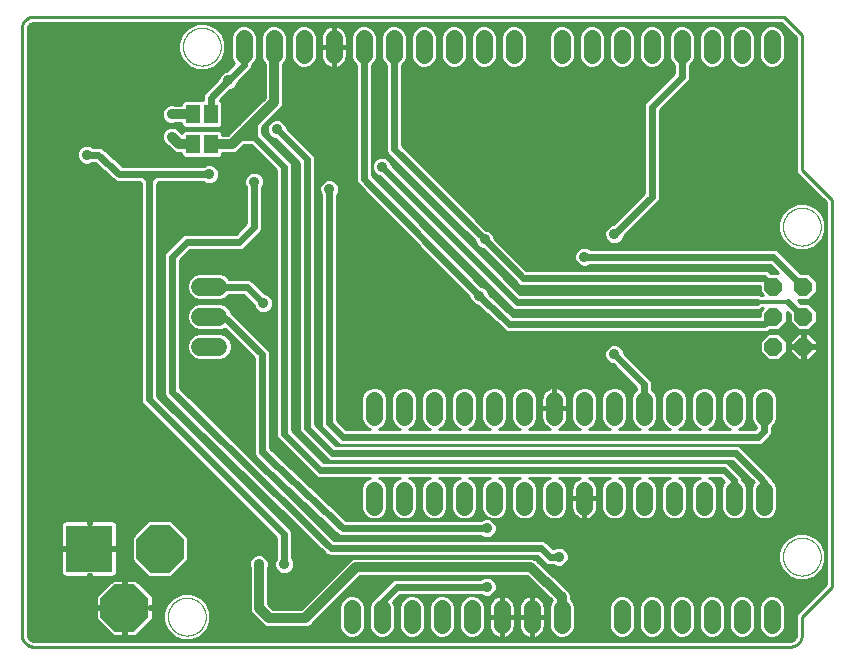
<source format=gbl>
G75*
%MOIN*%
%OFA0B0*%
%FSLAX25Y25*%
%IPPOS*%
%LPD*%
%AMOC8*
5,1,8,0,0,1.08239X$1,22.5*
%
%ADD10C,0.01000*%
%ADD11C,0.00000*%
%ADD12C,0.05600*%
%ADD13OC8,0.06102*%
%ADD14OC8,0.15748*%
%ADD15R,0.15748X0.15748*%
%ADD16C,0.07677*%
%ADD17C,0.06000*%
%ADD18R,0.04600X0.06300*%
%ADD19C,0.02400*%
%ADD20C,0.03562*%
%ADD21C,0.01200*%
%ADD22C,0.03200*%
D10*
X0081798Y0009437D02*
X0081798Y0211563D01*
X0083798Y0211563D02*
X0083835Y0211941D01*
X0084124Y0212639D01*
X0084659Y0213174D01*
X0085357Y0213463D01*
X0085735Y0213500D01*
X0334970Y0213500D01*
X0339798Y0208672D01*
X0339798Y0163672D01*
X0340970Y0162500D01*
X0349798Y0153672D01*
X0349798Y0026328D01*
X0340970Y0017500D01*
X0339798Y0016328D01*
X0339798Y0009437D01*
X0339761Y0009059D01*
X0339472Y0008361D01*
X0338937Y0007826D01*
X0338239Y0007537D01*
X0337861Y0007500D01*
X0085735Y0007500D01*
X0085357Y0007537D01*
X0084659Y0007826D01*
X0084124Y0008361D01*
X0083835Y0009059D01*
X0083798Y0009437D01*
X0083798Y0211563D01*
X0083798Y0211193D02*
X0136462Y0211193D01*
X0137380Y0212112D02*
X0135186Y0209918D01*
X0133999Y0207051D01*
X0133999Y0203949D01*
X0135186Y0201082D01*
X0137380Y0198888D01*
X0140247Y0197701D01*
X0143349Y0197701D01*
X0146216Y0198888D01*
X0148410Y0201082D01*
X0149597Y0203949D01*
X0149597Y0207051D01*
X0148410Y0209918D01*
X0146216Y0212112D01*
X0143349Y0213299D01*
X0140247Y0213299D01*
X0137380Y0212112D01*
X0137573Y0212192D02*
X0083939Y0212192D01*
X0084699Y0213190D02*
X0139984Y0213190D01*
X0143612Y0213190D02*
X0335279Y0213190D01*
X0336278Y0212192D02*
X0333639Y0212192D01*
X0334234Y0211945D02*
X0332653Y0212600D01*
X0330943Y0212600D01*
X0329362Y0211945D01*
X0328153Y0210736D01*
X0327498Y0209155D01*
X0327498Y0201845D01*
X0328153Y0200264D01*
X0329362Y0199055D01*
X0330943Y0198400D01*
X0332653Y0198400D01*
X0334234Y0199055D01*
X0335443Y0200264D01*
X0336098Y0201845D01*
X0336098Y0209155D01*
X0335443Y0210736D01*
X0334234Y0211945D01*
X0334986Y0211193D02*
X0337276Y0211193D01*
X0338275Y0210195D02*
X0335667Y0210195D01*
X0336081Y0209196D02*
X0339273Y0209196D01*
X0339798Y0208198D02*
X0336098Y0208198D01*
X0336098Y0207199D02*
X0339798Y0207199D01*
X0339798Y0206201D02*
X0336098Y0206201D01*
X0336098Y0205202D02*
X0339798Y0205202D01*
X0339798Y0204204D02*
X0336098Y0204204D01*
X0336098Y0203205D02*
X0339798Y0203205D01*
X0339798Y0202207D02*
X0336098Y0202207D01*
X0335834Y0201208D02*
X0339798Y0201208D01*
X0339798Y0200210D02*
X0335389Y0200210D01*
X0334390Y0199211D02*
X0339798Y0199211D01*
X0339798Y0198213D02*
X0304498Y0198213D01*
X0304498Y0199211D02*
X0309206Y0199211D01*
X0309362Y0199055D02*
X0310943Y0198400D01*
X0312653Y0198400D01*
X0314234Y0199055D01*
X0315443Y0200264D01*
X0316098Y0201845D01*
X0316098Y0209155D01*
X0315443Y0210736D01*
X0314234Y0211945D01*
X0312653Y0212600D01*
X0310943Y0212600D01*
X0309362Y0211945D01*
X0308153Y0210736D01*
X0307498Y0209155D01*
X0307498Y0201845D01*
X0308153Y0200264D01*
X0309362Y0199055D01*
X0308207Y0200210D02*
X0305389Y0200210D01*
X0305443Y0200264D02*
X0306098Y0201845D01*
X0306098Y0209155D01*
X0305443Y0210736D01*
X0304234Y0211945D01*
X0302653Y0212600D01*
X0300943Y0212600D01*
X0299362Y0211945D01*
X0298153Y0210736D01*
X0297498Y0209155D01*
X0297498Y0201845D01*
X0298153Y0200264D01*
X0299098Y0199319D01*
X0299098Y0196618D01*
X0289509Y0187029D01*
X0289098Y0186037D01*
X0289098Y0156618D01*
X0278761Y0146281D01*
X0278645Y0146281D01*
X0277439Y0145782D01*
X0276516Y0144859D01*
X0276017Y0143653D01*
X0276017Y0142347D01*
X0276516Y0141141D01*
X0277439Y0140218D01*
X0278645Y0139719D01*
X0279951Y0139719D01*
X0281157Y0140218D01*
X0282080Y0141141D01*
X0282579Y0142347D01*
X0282579Y0142463D01*
X0293327Y0153211D01*
X0294087Y0153971D01*
X0294498Y0154963D01*
X0294498Y0184382D01*
X0303327Y0193211D01*
X0304087Y0193971D01*
X0304498Y0194963D01*
X0304498Y0199319D01*
X0305443Y0200264D01*
X0305834Y0201208D02*
X0307762Y0201208D01*
X0307498Y0202207D02*
X0306098Y0202207D01*
X0306098Y0203205D02*
X0307498Y0203205D01*
X0307498Y0204204D02*
X0306098Y0204204D01*
X0306098Y0205202D02*
X0307498Y0205202D01*
X0307498Y0206201D02*
X0306098Y0206201D01*
X0306098Y0207199D02*
X0307498Y0207199D01*
X0307498Y0208198D02*
X0306098Y0208198D01*
X0306081Y0209196D02*
X0307515Y0209196D01*
X0307929Y0210195D02*
X0305667Y0210195D01*
X0304986Y0211193D02*
X0308610Y0211193D01*
X0309957Y0212192D02*
X0303639Y0212192D01*
X0299957Y0212192D02*
X0293639Y0212192D01*
X0294234Y0211945D02*
X0292653Y0212600D01*
X0290943Y0212600D01*
X0289362Y0211945D01*
X0288153Y0210736D01*
X0287498Y0209155D01*
X0287498Y0201845D01*
X0288153Y0200264D01*
X0289362Y0199055D01*
X0290943Y0198400D01*
X0292653Y0198400D01*
X0294234Y0199055D01*
X0295443Y0200264D01*
X0296098Y0201845D01*
X0296098Y0209155D01*
X0295443Y0210736D01*
X0294234Y0211945D01*
X0294986Y0211193D02*
X0298610Y0211193D01*
X0297929Y0210195D02*
X0295667Y0210195D01*
X0296081Y0209196D02*
X0297515Y0209196D01*
X0297498Y0208198D02*
X0296098Y0208198D01*
X0296098Y0207199D02*
X0297498Y0207199D01*
X0297498Y0206201D02*
X0296098Y0206201D01*
X0296098Y0205202D02*
X0297498Y0205202D01*
X0297498Y0204204D02*
X0296098Y0204204D01*
X0296098Y0203205D02*
X0297498Y0203205D01*
X0297498Y0202207D02*
X0296098Y0202207D01*
X0295834Y0201208D02*
X0297762Y0201208D01*
X0298207Y0200210D02*
X0295389Y0200210D01*
X0294390Y0199211D02*
X0299098Y0199211D01*
X0299098Y0198213D02*
X0208498Y0198213D01*
X0208498Y0199211D02*
X0213206Y0199211D01*
X0213362Y0199055D02*
X0214943Y0198400D01*
X0216653Y0198400D01*
X0218234Y0199055D01*
X0219443Y0200264D01*
X0220098Y0201845D01*
X0220098Y0209155D01*
X0219443Y0210736D01*
X0218234Y0211945D01*
X0216653Y0212600D01*
X0214943Y0212600D01*
X0213362Y0211945D01*
X0212153Y0210736D01*
X0211498Y0209155D01*
X0211498Y0201845D01*
X0212153Y0200264D01*
X0213362Y0199055D01*
X0212207Y0200210D02*
X0209389Y0200210D01*
X0209443Y0200264D02*
X0210098Y0201845D01*
X0210098Y0209155D01*
X0209443Y0210736D01*
X0208234Y0211945D01*
X0206653Y0212600D01*
X0204943Y0212600D01*
X0203362Y0211945D01*
X0202153Y0210736D01*
X0201498Y0209155D01*
X0201498Y0201845D01*
X0202153Y0200264D01*
X0203098Y0199319D01*
X0203098Y0170963D01*
X0203509Y0169971D01*
X0204269Y0169211D01*
X0232767Y0140713D01*
X0232767Y0140597D01*
X0233266Y0139391D01*
X0234189Y0138468D01*
X0235395Y0137969D01*
X0235511Y0137969D01*
X0246509Y0126971D01*
X0247269Y0126211D01*
X0248261Y0125800D01*
X0327747Y0125800D01*
X0327747Y0123615D01*
X0328762Y0122600D01*
X0328516Y0122600D01*
X0328327Y0122789D01*
X0327335Y0123200D01*
X0247916Y0123200D01*
X0205079Y0166037D01*
X0205079Y0166153D01*
X0204580Y0167359D01*
X0203657Y0168282D01*
X0202451Y0168781D01*
X0201145Y0168781D01*
X0199939Y0168282D01*
X0199016Y0167359D01*
X0198517Y0166153D01*
X0198517Y0164847D01*
X0199016Y0163641D01*
X0199939Y0162718D01*
X0201145Y0162219D01*
X0201261Y0162219D01*
X0245269Y0118211D01*
X0246261Y0117800D01*
X0327335Y0117800D01*
X0328327Y0118211D01*
X0328516Y0118400D01*
X0328762Y0118400D01*
X0327747Y0117385D01*
X0327747Y0115700D01*
X0245416Y0115700D01*
X0244053Y0117064D01*
X0244033Y0117107D01*
X0243674Y0117442D01*
X0243327Y0117789D01*
X0243283Y0117807D01*
X0237579Y0123131D01*
X0237579Y0123153D01*
X0237080Y0124359D01*
X0236157Y0125282D01*
X0234951Y0125781D01*
X0234853Y0125781D01*
X0198498Y0162608D01*
X0198498Y0199319D01*
X0199443Y0200264D01*
X0200098Y0201845D01*
X0200098Y0209155D01*
X0199443Y0210736D01*
X0198234Y0211945D01*
X0196653Y0212600D01*
X0194943Y0212600D01*
X0193362Y0211945D01*
X0192153Y0210736D01*
X0191498Y0209155D01*
X0191498Y0201845D01*
X0192153Y0200264D01*
X0193098Y0199319D01*
X0193098Y0161509D01*
X0193095Y0160980D01*
X0193098Y0160972D01*
X0193098Y0160963D01*
X0193300Y0160475D01*
X0193499Y0159985D01*
X0193506Y0159979D01*
X0193509Y0159971D01*
X0193883Y0159597D01*
X0231017Y0121980D01*
X0231017Y0121847D01*
X0231516Y0120641D01*
X0232439Y0119718D01*
X0233645Y0119219D01*
X0233856Y0119219D01*
X0239922Y0113558D01*
X0242769Y0110711D01*
X0243761Y0110300D01*
X0329835Y0110300D01*
X0330827Y0110711D01*
X0331065Y0110949D01*
X0334183Y0110949D01*
X0336849Y0113615D01*
X0336849Y0117130D01*
X0337747Y0116233D01*
X0337747Y0113615D01*
X0340413Y0110949D01*
X0344183Y0110949D01*
X0346849Y0113615D01*
X0346849Y0117385D01*
X0344183Y0120051D01*
X0341565Y0120051D01*
X0340668Y0120949D01*
X0344183Y0120949D01*
X0346849Y0123615D01*
X0346849Y0127385D01*
X0344183Y0130051D01*
X0341565Y0130051D01*
X0333827Y0137789D01*
X0332835Y0138200D01*
X0271238Y0138200D01*
X0271157Y0138282D01*
X0269951Y0138781D01*
X0268645Y0138781D01*
X0267439Y0138282D01*
X0266516Y0137359D01*
X0266017Y0136153D01*
X0266017Y0134847D01*
X0266516Y0133641D01*
X0267439Y0132718D01*
X0268645Y0132219D01*
X0269951Y0132219D01*
X0271157Y0132718D01*
X0271238Y0132800D01*
X0331180Y0132800D01*
X0333928Y0130051D01*
X0331565Y0130051D01*
X0330827Y0130789D01*
X0329835Y0131200D01*
X0249916Y0131200D01*
X0239329Y0141787D01*
X0239329Y0141903D01*
X0238830Y0143109D01*
X0237907Y0144032D01*
X0236701Y0144531D01*
X0236585Y0144531D01*
X0208498Y0172618D01*
X0208498Y0199319D01*
X0209443Y0200264D01*
X0209834Y0201208D02*
X0211762Y0201208D01*
X0211498Y0202207D02*
X0210098Y0202207D01*
X0210098Y0203205D02*
X0211498Y0203205D01*
X0211498Y0204204D02*
X0210098Y0204204D01*
X0210098Y0205202D02*
X0211498Y0205202D01*
X0211498Y0206201D02*
X0210098Y0206201D01*
X0210098Y0207199D02*
X0211498Y0207199D01*
X0211498Y0208198D02*
X0210098Y0208198D01*
X0210081Y0209196D02*
X0211515Y0209196D01*
X0211929Y0210195D02*
X0209667Y0210195D01*
X0208986Y0211193D02*
X0212610Y0211193D01*
X0213957Y0212192D02*
X0207639Y0212192D01*
X0203957Y0212192D02*
X0197639Y0212192D01*
X0198986Y0211193D02*
X0202610Y0211193D01*
X0201929Y0210195D02*
X0199667Y0210195D01*
X0200081Y0209196D02*
X0201515Y0209196D01*
X0201498Y0208198D02*
X0200098Y0208198D01*
X0200098Y0207199D02*
X0201498Y0207199D01*
X0201498Y0206201D02*
X0200098Y0206201D01*
X0200098Y0205202D02*
X0201498Y0205202D01*
X0201498Y0204204D02*
X0200098Y0204204D01*
X0200098Y0203205D02*
X0201498Y0203205D01*
X0201498Y0202207D02*
X0200098Y0202207D01*
X0199834Y0201208D02*
X0201762Y0201208D01*
X0202207Y0200210D02*
X0199389Y0200210D01*
X0198498Y0199211D02*
X0203098Y0199211D01*
X0203098Y0198213D02*
X0198498Y0198213D01*
X0198498Y0197214D02*
X0203098Y0197214D01*
X0203098Y0196216D02*
X0198498Y0196216D01*
X0198498Y0195217D02*
X0203098Y0195217D01*
X0203098Y0194219D02*
X0198498Y0194219D01*
X0198498Y0193220D02*
X0203098Y0193220D01*
X0203098Y0192222D02*
X0198498Y0192222D01*
X0198498Y0191223D02*
X0203098Y0191223D01*
X0203098Y0190225D02*
X0198498Y0190225D01*
X0198498Y0189226D02*
X0203098Y0189226D01*
X0203098Y0188228D02*
X0198498Y0188228D01*
X0198498Y0187229D02*
X0203098Y0187229D01*
X0203098Y0186231D02*
X0198498Y0186231D01*
X0198498Y0185232D02*
X0203098Y0185232D01*
X0203098Y0184234D02*
X0198498Y0184234D01*
X0198498Y0183235D02*
X0203098Y0183235D01*
X0203098Y0182237D02*
X0198498Y0182237D01*
X0198498Y0181238D02*
X0203098Y0181238D01*
X0203098Y0180239D02*
X0198498Y0180239D01*
X0198498Y0179241D02*
X0203098Y0179241D01*
X0203098Y0178242D02*
X0198498Y0178242D01*
X0198498Y0177244D02*
X0203098Y0177244D01*
X0203098Y0176245D02*
X0198498Y0176245D01*
X0198498Y0175247D02*
X0203098Y0175247D01*
X0203098Y0174248D02*
X0198498Y0174248D01*
X0198498Y0173250D02*
X0203098Y0173250D01*
X0203098Y0172251D02*
X0198498Y0172251D01*
X0198498Y0171253D02*
X0203098Y0171253D01*
X0203391Y0170254D02*
X0198498Y0170254D01*
X0198498Y0169256D02*
X0204224Y0169256D01*
X0203681Y0168257D02*
X0205222Y0168257D01*
X0204621Y0167259D02*
X0206221Y0167259D01*
X0207219Y0166260D02*
X0205034Y0166260D01*
X0205855Y0165262D02*
X0208218Y0165262D01*
X0209216Y0164263D02*
X0206853Y0164263D01*
X0207852Y0163265D02*
X0210215Y0163265D01*
X0211213Y0162266D02*
X0208850Y0162266D01*
X0209849Y0161268D02*
X0212212Y0161268D01*
X0213210Y0160269D02*
X0210847Y0160269D01*
X0211846Y0159271D02*
X0214209Y0159271D01*
X0215207Y0158272D02*
X0212844Y0158272D01*
X0213843Y0157274D02*
X0216206Y0157274D01*
X0217204Y0156275D02*
X0214841Y0156275D01*
X0215840Y0155277D02*
X0218203Y0155277D01*
X0219201Y0154278D02*
X0216838Y0154278D01*
X0217837Y0153280D02*
X0220200Y0153280D01*
X0221198Y0152281D02*
X0218835Y0152281D01*
X0219834Y0151283D02*
X0222197Y0151283D01*
X0223195Y0150284D02*
X0220832Y0150284D01*
X0221831Y0149286D02*
X0224194Y0149286D01*
X0225192Y0148287D02*
X0222829Y0148287D01*
X0223828Y0147289D02*
X0226191Y0147289D01*
X0227190Y0146290D02*
X0224826Y0146290D01*
X0225825Y0145292D02*
X0228188Y0145292D01*
X0229187Y0144293D02*
X0226823Y0144293D01*
X0227822Y0143295D02*
X0230185Y0143295D01*
X0231184Y0142296D02*
X0228820Y0142296D01*
X0229819Y0141298D02*
X0232182Y0141298D01*
X0232890Y0140299D02*
X0230817Y0140299D01*
X0231816Y0139301D02*
X0233357Y0139301D01*
X0232814Y0138302D02*
X0234591Y0138302D01*
X0233813Y0137303D02*
X0236176Y0137303D01*
X0237175Y0136305D02*
X0234811Y0136305D01*
X0235810Y0135306D02*
X0238173Y0135306D01*
X0239172Y0134308D02*
X0236808Y0134308D01*
X0237807Y0133309D02*
X0240170Y0133309D01*
X0241169Y0132311D02*
X0238805Y0132311D01*
X0239804Y0131312D02*
X0242167Y0131312D01*
X0243166Y0130314D02*
X0240802Y0130314D01*
X0241801Y0129315D02*
X0244164Y0129315D01*
X0245163Y0128317D02*
X0242799Y0128317D01*
X0243798Y0127318D02*
X0246161Y0127318D01*
X0247160Y0126320D02*
X0244796Y0126320D01*
X0245795Y0125321D02*
X0327747Y0125321D01*
X0327747Y0124323D02*
X0246794Y0124323D01*
X0247792Y0123324D02*
X0328037Y0123324D01*
X0328448Y0118332D02*
X0328693Y0118332D01*
X0327747Y0117333D02*
X0243791Y0117333D01*
X0244782Y0116335D02*
X0327747Y0116335D01*
X0334577Y0111342D02*
X0340019Y0111342D01*
X0340413Y0110051D02*
X0337747Y0107385D01*
X0337747Y0105935D01*
X0341863Y0105935D01*
X0341863Y0110051D01*
X0340413Y0110051D01*
X0339707Y0109345D02*
X0334889Y0109345D01*
X0334183Y0110051D02*
X0330413Y0110051D01*
X0327747Y0107385D01*
X0327747Y0103615D01*
X0330413Y0100949D01*
X0334183Y0100949D01*
X0336849Y0103615D01*
X0336849Y0107385D01*
X0334183Y0110051D01*
X0335888Y0108347D02*
X0338708Y0108347D01*
X0337747Y0107348D02*
X0336849Y0107348D01*
X0336849Y0106350D02*
X0337747Y0106350D01*
X0337747Y0105065D02*
X0337747Y0103615D01*
X0340413Y0100949D01*
X0341863Y0100949D01*
X0341863Y0105065D01*
X0342733Y0105065D01*
X0342733Y0105935D01*
X0341863Y0105935D01*
X0341863Y0105065D01*
X0337747Y0105065D01*
X0337747Y0104353D02*
X0336849Y0104353D01*
X0336849Y0105351D02*
X0341863Y0105351D01*
X0342733Y0105351D02*
X0349798Y0105351D01*
X0349798Y0104353D02*
X0346849Y0104353D01*
X0346849Y0105065D02*
X0342733Y0105065D01*
X0342733Y0100949D01*
X0344183Y0100949D01*
X0346849Y0103615D01*
X0346849Y0105065D01*
X0346849Y0105935D02*
X0346849Y0107385D01*
X0344183Y0110051D01*
X0342733Y0110051D01*
X0342733Y0105935D01*
X0346849Y0105935D01*
X0346849Y0106350D02*
X0349798Y0106350D01*
X0349798Y0107348D02*
X0346849Y0107348D01*
X0345888Y0108347D02*
X0349798Y0108347D01*
X0349798Y0109345D02*
X0344889Y0109345D01*
X0344577Y0111342D02*
X0349798Y0111342D01*
X0349798Y0110344D02*
X0329941Y0110344D01*
X0329707Y0109345D02*
X0186998Y0109345D01*
X0186998Y0108347D02*
X0328708Y0108347D01*
X0327747Y0107348D02*
X0186998Y0107348D01*
X0186998Y0106350D02*
X0327747Y0106350D01*
X0327747Y0105351D02*
X0281587Y0105351D01*
X0281157Y0105782D02*
X0279951Y0106281D01*
X0278645Y0106281D01*
X0277439Y0105782D01*
X0276516Y0104859D01*
X0276017Y0103653D01*
X0276017Y0102347D01*
X0276516Y0101141D01*
X0277439Y0100218D01*
X0278645Y0099719D01*
X0278761Y0099719D01*
X0286598Y0091882D01*
X0286598Y0091181D01*
X0285653Y0090236D01*
X0284998Y0088655D01*
X0284998Y0081345D01*
X0285653Y0079764D01*
X0286862Y0078555D01*
X0287718Y0078200D01*
X0280878Y0078200D01*
X0281734Y0078555D01*
X0282943Y0079764D01*
X0283598Y0081345D01*
X0283598Y0088655D01*
X0282943Y0090236D01*
X0281734Y0091445D01*
X0280153Y0092100D01*
X0278443Y0092100D01*
X0276862Y0091445D01*
X0275653Y0090236D01*
X0274998Y0088655D01*
X0274998Y0081345D01*
X0275653Y0079764D01*
X0276862Y0078555D01*
X0277718Y0078200D01*
X0270878Y0078200D01*
X0271734Y0078555D01*
X0272943Y0079764D01*
X0273598Y0081345D01*
X0273598Y0088655D01*
X0272943Y0090236D01*
X0271734Y0091445D01*
X0270153Y0092100D01*
X0268443Y0092100D01*
X0266862Y0091445D01*
X0265653Y0090236D01*
X0264998Y0088655D01*
X0264998Y0081345D01*
X0265653Y0079764D01*
X0266862Y0078555D01*
X0267718Y0078200D01*
X0260902Y0078200D01*
X0260949Y0078215D01*
X0261552Y0078522D01*
X0262099Y0078920D01*
X0262578Y0079399D01*
X0262976Y0079946D01*
X0263283Y0080549D01*
X0263492Y0081193D01*
X0263598Y0081862D01*
X0263598Y0084663D01*
X0259635Y0084663D01*
X0259635Y0085337D01*
X0258961Y0085337D01*
X0258961Y0092100D01*
X0258960Y0092100D01*
X0258291Y0091994D01*
X0257647Y0091785D01*
X0257044Y0091478D01*
X0256497Y0091080D01*
X0256018Y0090601D01*
X0255620Y0090054D01*
X0255313Y0089451D01*
X0255104Y0088807D01*
X0254998Y0088138D01*
X0254998Y0085337D01*
X0258961Y0085337D01*
X0258961Y0084663D01*
X0254998Y0084663D01*
X0254998Y0081862D01*
X0255104Y0081193D01*
X0255313Y0080549D01*
X0255620Y0079946D01*
X0256018Y0079399D01*
X0256497Y0078920D01*
X0257044Y0078522D01*
X0257647Y0078215D01*
X0257694Y0078200D01*
X0250878Y0078200D01*
X0251734Y0078555D01*
X0252943Y0079764D01*
X0253598Y0081345D01*
X0253598Y0088655D01*
X0252943Y0090236D01*
X0251734Y0091445D01*
X0250153Y0092100D01*
X0248443Y0092100D01*
X0246862Y0091445D01*
X0245653Y0090236D01*
X0244998Y0088655D01*
X0244998Y0081345D01*
X0245653Y0079764D01*
X0246862Y0078555D01*
X0247718Y0078200D01*
X0240878Y0078200D01*
X0241734Y0078555D01*
X0242943Y0079764D01*
X0243598Y0081345D01*
X0243598Y0088655D01*
X0242943Y0090236D01*
X0241734Y0091445D01*
X0240153Y0092100D01*
X0238443Y0092100D01*
X0236862Y0091445D01*
X0235653Y0090236D01*
X0234998Y0088655D01*
X0234998Y0081345D01*
X0235653Y0079764D01*
X0236862Y0078555D01*
X0237718Y0078200D01*
X0230878Y0078200D01*
X0231734Y0078555D01*
X0232943Y0079764D01*
X0233598Y0081345D01*
X0233598Y0088655D01*
X0232943Y0090236D01*
X0231734Y0091445D01*
X0230153Y0092100D01*
X0228443Y0092100D01*
X0226862Y0091445D01*
X0225653Y0090236D01*
X0224998Y0088655D01*
X0224998Y0081345D01*
X0225653Y0079764D01*
X0226862Y0078555D01*
X0227718Y0078200D01*
X0220878Y0078200D01*
X0221734Y0078555D01*
X0222943Y0079764D01*
X0223598Y0081345D01*
X0223598Y0088655D01*
X0222943Y0090236D01*
X0221734Y0091445D01*
X0220153Y0092100D01*
X0218443Y0092100D01*
X0216862Y0091445D01*
X0215653Y0090236D01*
X0214998Y0088655D01*
X0214998Y0081345D01*
X0215653Y0079764D01*
X0216862Y0078555D01*
X0217718Y0078200D01*
X0210878Y0078200D01*
X0211734Y0078555D01*
X0212943Y0079764D01*
X0213598Y0081345D01*
X0213598Y0088655D01*
X0212943Y0090236D01*
X0211734Y0091445D01*
X0210153Y0092100D01*
X0208443Y0092100D01*
X0206862Y0091445D01*
X0205653Y0090236D01*
X0204998Y0088655D01*
X0204998Y0081345D01*
X0205653Y0079764D01*
X0206862Y0078555D01*
X0207718Y0078200D01*
X0200878Y0078200D01*
X0201734Y0078555D01*
X0202943Y0079764D01*
X0203598Y0081345D01*
X0203598Y0088655D01*
X0202943Y0090236D01*
X0201734Y0091445D01*
X0200153Y0092100D01*
X0198443Y0092100D01*
X0196862Y0091445D01*
X0195653Y0090236D01*
X0194998Y0088655D01*
X0194998Y0081345D01*
X0195653Y0079764D01*
X0196862Y0078555D01*
X0197718Y0078200D01*
X0189916Y0078200D01*
X0186998Y0081118D01*
X0186998Y0156060D01*
X0187080Y0156141D01*
X0187579Y0157347D01*
X0187579Y0158653D01*
X0187080Y0159859D01*
X0186157Y0160782D01*
X0184951Y0161281D01*
X0183645Y0161281D01*
X0182439Y0160782D01*
X0181516Y0159859D01*
X0181017Y0158653D01*
X0181017Y0157347D01*
X0181516Y0156141D01*
X0181598Y0156060D01*
X0181598Y0079463D01*
X0182009Y0078471D01*
X0187269Y0073211D01*
X0188261Y0072800D01*
X0327835Y0072800D01*
X0328827Y0073211D01*
X0331587Y0075971D01*
X0331998Y0076963D01*
X0331998Y0078819D01*
X0332943Y0079764D01*
X0333598Y0081345D01*
X0333598Y0088655D01*
X0332943Y0090236D01*
X0331734Y0091445D01*
X0330153Y0092100D01*
X0328443Y0092100D01*
X0326862Y0091445D01*
X0325653Y0090236D01*
X0324998Y0088655D01*
X0324998Y0081345D01*
X0325653Y0079764D01*
X0326598Y0078819D01*
X0326598Y0078618D01*
X0326180Y0078200D01*
X0320878Y0078200D01*
X0321734Y0078555D01*
X0322943Y0079764D01*
X0323598Y0081345D01*
X0323598Y0088655D01*
X0322943Y0090236D01*
X0321734Y0091445D01*
X0320153Y0092100D01*
X0318443Y0092100D01*
X0316862Y0091445D01*
X0315653Y0090236D01*
X0314998Y0088655D01*
X0314998Y0081345D01*
X0315653Y0079764D01*
X0316862Y0078555D01*
X0317718Y0078200D01*
X0310878Y0078200D01*
X0311734Y0078555D01*
X0312943Y0079764D01*
X0313598Y0081345D01*
X0313598Y0088655D01*
X0312943Y0090236D01*
X0311734Y0091445D01*
X0310153Y0092100D01*
X0308443Y0092100D01*
X0306862Y0091445D01*
X0305653Y0090236D01*
X0304998Y0088655D01*
X0304998Y0081345D01*
X0305653Y0079764D01*
X0306862Y0078555D01*
X0307718Y0078200D01*
X0300878Y0078200D01*
X0301734Y0078555D01*
X0302943Y0079764D01*
X0303598Y0081345D01*
X0303598Y0088655D01*
X0302943Y0090236D01*
X0301734Y0091445D01*
X0300153Y0092100D01*
X0298443Y0092100D01*
X0296862Y0091445D01*
X0295653Y0090236D01*
X0294998Y0088655D01*
X0294998Y0081345D01*
X0295653Y0079764D01*
X0296862Y0078555D01*
X0297718Y0078200D01*
X0290878Y0078200D01*
X0291734Y0078555D01*
X0292943Y0079764D01*
X0293598Y0081345D01*
X0293598Y0088655D01*
X0292943Y0090236D01*
X0291998Y0091181D01*
X0291998Y0093537D01*
X0291587Y0094529D01*
X0282579Y0103537D01*
X0282579Y0103653D01*
X0282080Y0104859D01*
X0281157Y0105782D01*
X0282289Y0104353D02*
X0327747Y0104353D01*
X0328008Y0103354D02*
X0282762Y0103354D01*
X0283761Y0102356D02*
X0329006Y0102356D01*
X0330005Y0101357D02*
X0284759Y0101357D01*
X0285758Y0100359D02*
X0349798Y0100359D01*
X0349798Y0101357D02*
X0344591Y0101357D01*
X0345590Y0102356D02*
X0349798Y0102356D01*
X0349798Y0103354D02*
X0346588Y0103354D01*
X0342733Y0103354D02*
X0341863Y0103354D01*
X0341863Y0102356D02*
X0342733Y0102356D01*
X0342733Y0101357D02*
X0341863Y0101357D01*
X0340005Y0101357D02*
X0334591Y0101357D01*
X0335590Y0102356D02*
X0339006Y0102356D01*
X0338008Y0103354D02*
X0336588Y0103354D01*
X0341863Y0104353D02*
X0342733Y0104353D01*
X0342733Y0106350D02*
X0341863Y0106350D01*
X0341863Y0107348D02*
X0342733Y0107348D01*
X0342733Y0108347D02*
X0341863Y0108347D01*
X0341863Y0109345D02*
X0342733Y0109345D01*
X0345575Y0112341D02*
X0349798Y0112341D01*
X0349798Y0113339D02*
X0346574Y0113339D01*
X0346849Y0114338D02*
X0349798Y0114338D01*
X0349798Y0115336D02*
X0346849Y0115336D01*
X0346849Y0116335D02*
X0349798Y0116335D01*
X0349798Y0117333D02*
X0346849Y0117333D01*
X0345903Y0118332D02*
X0349798Y0118332D01*
X0349798Y0119330D02*
X0344904Y0119330D01*
X0344562Y0121327D02*
X0349798Y0121327D01*
X0349798Y0120329D02*
X0341288Y0120329D01*
X0345560Y0122326D02*
X0349798Y0122326D01*
X0349798Y0123324D02*
X0346559Y0123324D01*
X0346849Y0124323D02*
X0349798Y0124323D01*
X0349798Y0125321D02*
X0346849Y0125321D01*
X0346849Y0126320D02*
X0349798Y0126320D01*
X0349798Y0127318D02*
X0346849Y0127318D01*
X0345917Y0128317D02*
X0349798Y0128317D01*
X0349798Y0129315D02*
X0344919Y0129315D01*
X0341302Y0130314D02*
X0349798Y0130314D01*
X0349798Y0131312D02*
X0340304Y0131312D01*
X0339305Y0132311D02*
X0349798Y0132311D01*
X0349798Y0133309D02*
X0338307Y0133309D01*
X0337308Y0134308D02*
X0349798Y0134308D01*
X0349798Y0135306D02*
X0336310Y0135306D01*
X0335311Y0136305D02*
X0349798Y0136305D01*
X0349798Y0137303D02*
X0334313Y0137303D01*
X0336968Y0139301D02*
X0241816Y0139301D01*
X0240817Y0140299D02*
X0277359Y0140299D01*
X0276452Y0141298D02*
X0239819Y0141298D01*
X0239166Y0142296D02*
X0276038Y0142296D01*
X0276017Y0143295D02*
X0238644Y0143295D01*
X0237275Y0144293D02*
X0276282Y0144293D01*
X0276949Y0145292D02*
X0235825Y0145292D01*
X0234826Y0146290D02*
X0278770Y0146290D01*
X0279768Y0147289D02*
X0233828Y0147289D01*
X0232829Y0148287D02*
X0280767Y0148287D01*
X0281765Y0149286D02*
X0231831Y0149286D01*
X0230832Y0150284D02*
X0282764Y0150284D01*
X0283762Y0151283D02*
X0229834Y0151283D01*
X0228835Y0152281D02*
X0284761Y0152281D01*
X0285759Y0153280D02*
X0227837Y0153280D01*
X0226838Y0154278D02*
X0286758Y0154278D01*
X0287756Y0155277D02*
X0225840Y0155277D01*
X0224841Y0156275D02*
X0288755Y0156275D01*
X0289098Y0157274D02*
X0223843Y0157274D01*
X0222844Y0158272D02*
X0289098Y0158272D01*
X0289098Y0159271D02*
X0221846Y0159271D01*
X0220847Y0160269D02*
X0289098Y0160269D01*
X0289098Y0161268D02*
X0219849Y0161268D01*
X0218850Y0162266D02*
X0289098Y0162266D01*
X0289098Y0163265D02*
X0217852Y0163265D01*
X0216853Y0164263D02*
X0289098Y0164263D01*
X0289098Y0165262D02*
X0215855Y0165262D01*
X0214856Y0166260D02*
X0289098Y0166260D01*
X0289098Y0167259D02*
X0213858Y0167259D01*
X0212859Y0168257D02*
X0289098Y0168257D01*
X0289098Y0169256D02*
X0211860Y0169256D01*
X0210862Y0170254D02*
X0289098Y0170254D01*
X0289098Y0171253D02*
X0209863Y0171253D01*
X0208865Y0172251D02*
X0289098Y0172251D01*
X0289098Y0173250D02*
X0208498Y0173250D01*
X0208498Y0174248D02*
X0289098Y0174248D01*
X0289098Y0175247D02*
X0208498Y0175247D01*
X0208498Y0176245D02*
X0289098Y0176245D01*
X0289098Y0177244D02*
X0208498Y0177244D01*
X0208498Y0178242D02*
X0289098Y0178242D01*
X0289098Y0179241D02*
X0208498Y0179241D01*
X0208498Y0180239D02*
X0289098Y0180239D01*
X0289098Y0181238D02*
X0208498Y0181238D01*
X0208498Y0182237D02*
X0289098Y0182237D01*
X0289098Y0183235D02*
X0208498Y0183235D01*
X0208498Y0184234D02*
X0289098Y0184234D01*
X0289098Y0185232D02*
X0208498Y0185232D01*
X0208498Y0186231D02*
X0289178Y0186231D01*
X0289709Y0187229D02*
X0208498Y0187229D01*
X0208498Y0188228D02*
X0290707Y0188228D01*
X0291706Y0189226D02*
X0208498Y0189226D01*
X0208498Y0190225D02*
X0292704Y0190225D01*
X0293703Y0191223D02*
X0208498Y0191223D01*
X0208498Y0192222D02*
X0294701Y0192222D01*
X0295700Y0193220D02*
X0208498Y0193220D01*
X0208498Y0194219D02*
X0296698Y0194219D01*
X0297697Y0195217D02*
X0208498Y0195217D01*
X0208498Y0196216D02*
X0298695Y0196216D01*
X0299098Y0197214D02*
X0208498Y0197214D01*
X0218390Y0199211D02*
X0223206Y0199211D01*
X0223362Y0199055D02*
X0224943Y0198400D01*
X0226653Y0198400D01*
X0228234Y0199055D01*
X0229443Y0200264D01*
X0230098Y0201845D01*
X0230098Y0209155D01*
X0229443Y0210736D01*
X0228234Y0211945D01*
X0226653Y0212600D01*
X0224943Y0212600D01*
X0223362Y0211945D01*
X0222153Y0210736D01*
X0221498Y0209155D01*
X0221498Y0201845D01*
X0222153Y0200264D01*
X0223362Y0199055D01*
X0222207Y0200210D02*
X0219389Y0200210D01*
X0219834Y0201208D02*
X0221762Y0201208D01*
X0221498Y0202207D02*
X0220098Y0202207D01*
X0220098Y0203205D02*
X0221498Y0203205D01*
X0221498Y0204204D02*
X0220098Y0204204D01*
X0220098Y0205202D02*
X0221498Y0205202D01*
X0221498Y0206201D02*
X0220098Y0206201D01*
X0220098Y0207199D02*
X0221498Y0207199D01*
X0221498Y0208198D02*
X0220098Y0208198D01*
X0220081Y0209196D02*
X0221515Y0209196D01*
X0221929Y0210195D02*
X0219667Y0210195D01*
X0218986Y0211193D02*
X0222610Y0211193D01*
X0223957Y0212192D02*
X0217639Y0212192D01*
X0227639Y0212192D02*
X0233957Y0212192D01*
X0233362Y0211945D02*
X0232153Y0210736D01*
X0231498Y0209155D01*
X0231498Y0201845D01*
X0232153Y0200264D01*
X0233362Y0199055D01*
X0234943Y0198400D01*
X0236653Y0198400D01*
X0238234Y0199055D01*
X0239443Y0200264D01*
X0240098Y0201845D01*
X0240098Y0209155D01*
X0239443Y0210736D01*
X0238234Y0211945D01*
X0236653Y0212600D01*
X0234943Y0212600D01*
X0233362Y0211945D01*
X0232610Y0211193D02*
X0228986Y0211193D01*
X0229667Y0210195D02*
X0231929Y0210195D01*
X0231515Y0209196D02*
X0230081Y0209196D01*
X0230098Y0208198D02*
X0231498Y0208198D01*
X0231498Y0207199D02*
X0230098Y0207199D01*
X0230098Y0206201D02*
X0231498Y0206201D01*
X0231498Y0205202D02*
X0230098Y0205202D01*
X0230098Y0204204D02*
X0231498Y0204204D01*
X0231498Y0203205D02*
X0230098Y0203205D01*
X0230098Y0202207D02*
X0231498Y0202207D01*
X0231762Y0201208D02*
X0229834Y0201208D01*
X0229389Y0200210D02*
X0232207Y0200210D01*
X0233206Y0199211D02*
X0228390Y0199211D01*
X0238390Y0199211D02*
X0243206Y0199211D01*
X0243362Y0199055D02*
X0244943Y0198400D01*
X0246653Y0198400D01*
X0248234Y0199055D01*
X0249443Y0200264D01*
X0250098Y0201845D01*
X0250098Y0209155D01*
X0249443Y0210736D01*
X0248234Y0211945D01*
X0246653Y0212600D01*
X0244943Y0212600D01*
X0243362Y0211945D01*
X0242153Y0210736D01*
X0241498Y0209155D01*
X0241498Y0201845D01*
X0242153Y0200264D01*
X0243362Y0199055D01*
X0242207Y0200210D02*
X0239389Y0200210D01*
X0239834Y0201208D02*
X0241762Y0201208D01*
X0241498Y0202207D02*
X0240098Y0202207D01*
X0240098Y0203205D02*
X0241498Y0203205D01*
X0241498Y0204204D02*
X0240098Y0204204D01*
X0240098Y0205202D02*
X0241498Y0205202D01*
X0241498Y0206201D02*
X0240098Y0206201D01*
X0240098Y0207199D02*
X0241498Y0207199D01*
X0241498Y0208198D02*
X0240098Y0208198D01*
X0240081Y0209196D02*
X0241515Y0209196D01*
X0241929Y0210195D02*
X0239667Y0210195D01*
X0238986Y0211193D02*
X0242610Y0211193D01*
X0243957Y0212192D02*
X0237639Y0212192D01*
X0247639Y0212192D02*
X0259957Y0212192D01*
X0259362Y0211945D02*
X0258153Y0210736D01*
X0257498Y0209155D01*
X0257498Y0201845D01*
X0258153Y0200264D01*
X0259362Y0199055D01*
X0260943Y0198400D01*
X0262653Y0198400D01*
X0264234Y0199055D01*
X0265443Y0200264D01*
X0266098Y0201845D01*
X0266098Y0209155D01*
X0265443Y0210736D01*
X0264234Y0211945D01*
X0262653Y0212600D01*
X0260943Y0212600D01*
X0259362Y0211945D01*
X0258610Y0211193D02*
X0248986Y0211193D01*
X0249667Y0210195D02*
X0257929Y0210195D01*
X0257515Y0209196D02*
X0250081Y0209196D01*
X0250098Y0208198D02*
X0257498Y0208198D01*
X0257498Y0207199D02*
X0250098Y0207199D01*
X0250098Y0206201D02*
X0257498Y0206201D01*
X0257498Y0205202D02*
X0250098Y0205202D01*
X0250098Y0204204D02*
X0257498Y0204204D01*
X0257498Y0203205D02*
X0250098Y0203205D01*
X0250098Y0202207D02*
X0257498Y0202207D01*
X0257762Y0201208D02*
X0249834Y0201208D01*
X0249389Y0200210D02*
X0258207Y0200210D01*
X0259206Y0199211D02*
X0248390Y0199211D01*
X0264390Y0199211D02*
X0269206Y0199211D01*
X0269362Y0199055D02*
X0270943Y0198400D01*
X0272653Y0198400D01*
X0274234Y0199055D01*
X0275443Y0200264D01*
X0276098Y0201845D01*
X0276098Y0209155D01*
X0275443Y0210736D01*
X0274234Y0211945D01*
X0272653Y0212600D01*
X0270943Y0212600D01*
X0269362Y0211945D01*
X0268153Y0210736D01*
X0267498Y0209155D01*
X0267498Y0201845D01*
X0268153Y0200264D01*
X0269362Y0199055D01*
X0268207Y0200210D02*
X0265389Y0200210D01*
X0265834Y0201208D02*
X0267762Y0201208D01*
X0267498Y0202207D02*
X0266098Y0202207D01*
X0266098Y0203205D02*
X0267498Y0203205D01*
X0267498Y0204204D02*
X0266098Y0204204D01*
X0266098Y0205202D02*
X0267498Y0205202D01*
X0267498Y0206201D02*
X0266098Y0206201D01*
X0266098Y0207199D02*
X0267498Y0207199D01*
X0267498Y0208198D02*
X0266098Y0208198D01*
X0266081Y0209196D02*
X0267515Y0209196D01*
X0267929Y0210195D02*
X0265667Y0210195D01*
X0264986Y0211193D02*
X0268610Y0211193D01*
X0269957Y0212192D02*
X0263639Y0212192D01*
X0273639Y0212192D02*
X0279957Y0212192D01*
X0279362Y0211945D02*
X0278153Y0210736D01*
X0277498Y0209155D01*
X0277498Y0201845D01*
X0278153Y0200264D01*
X0279362Y0199055D01*
X0280943Y0198400D01*
X0282653Y0198400D01*
X0284234Y0199055D01*
X0285443Y0200264D01*
X0286098Y0201845D01*
X0286098Y0209155D01*
X0285443Y0210736D01*
X0284234Y0211945D01*
X0282653Y0212600D01*
X0280943Y0212600D01*
X0279362Y0211945D01*
X0278610Y0211193D02*
X0274986Y0211193D01*
X0275667Y0210195D02*
X0277929Y0210195D01*
X0277515Y0209196D02*
X0276081Y0209196D01*
X0276098Y0208198D02*
X0277498Y0208198D01*
X0277498Y0207199D02*
X0276098Y0207199D01*
X0276098Y0206201D02*
X0277498Y0206201D01*
X0277498Y0205202D02*
X0276098Y0205202D01*
X0276098Y0204204D02*
X0277498Y0204204D01*
X0277498Y0203205D02*
X0276098Y0203205D01*
X0276098Y0202207D02*
X0277498Y0202207D01*
X0277762Y0201208D02*
X0275834Y0201208D01*
X0275389Y0200210D02*
X0278207Y0200210D01*
X0279206Y0199211D02*
X0274390Y0199211D01*
X0284390Y0199211D02*
X0289206Y0199211D01*
X0288207Y0200210D02*
X0285389Y0200210D01*
X0285834Y0201208D02*
X0287762Y0201208D01*
X0287498Y0202207D02*
X0286098Y0202207D01*
X0286098Y0203205D02*
X0287498Y0203205D01*
X0287498Y0204204D02*
X0286098Y0204204D01*
X0286098Y0205202D02*
X0287498Y0205202D01*
X0287498Y0206201D02*
X0286098Y0206201D01*
X0286098Y0207199D02*
X0287498Y0207199D01*
X0287498Y0208198D02*
X0286098Y0208198D01*
X0286081Y0209196D02*
X0287515Y0209196D01*
X0287929Y0210195D02*
X0285667Y0210195D01*
X0284986Y0211193D02*
X0288610Y0211193D01*
X0289957Y0212192D02*
X0283639Y0212192D01*
X0304498Y0197214D02*
X0339798Y0197214D01*
X0339798Y0196216D02*
X0304498Y0196216D01*
X0304498Y0195217D02*
X0339798Y0195217D01*
X0339798Y0194219D02*
X0304190Y0194219D01*
X0303336Y0193220D02*
X0339798Y0193220D01*
X0339798Y0192222D02*
X0302338Y0192222D01*
X0301339Y0191223D02*
X0339798Y0191223D01*
X0339798Y0190225D02*
X0300341Y0190225D01*
X0299342Y0189226D02*
X0339798Y0189226D01*
X0339798Y0188228D02*
X0298344Y0188228D01*
X0297345Y0187229D02*
X0339798Y0187229D01*
X0339798Y0186231D02*
X0296347Y0186231D01*
X0295348Y0185232D02*
X0339798Y0185232D01*
X0339798Y0184234D02*
X0294498Y0184234D01*
X0294498Y0183235D02*
X0339798Y0183235D01*
X0339798Y0182237D02*
X0294498Y0182237D01*
X0294498Y0181238D02*
X0339798Y0181238D01*
X0339798Y0180239D02*
X0294498Y0180239D01*
X0294498Y0179241D02*
X0339798Y0179241D01*
X0339798Y0178242D02*
X0294498Y0178242D01*
X0294498Y0177244D02*
X0339798Y0177244D01*
X0339798Y0176245D02*
X0294498Y0176245D01*
X0294498Y0175247D02*
X0339798Y0175247D01*
X0339798Y0174248D02*
X0294498Y0174248D01*
X0294498Y0173250D02*
X0339798Y0173250D01*
X0339798Y0172251D02*
X0294498Y0172251D01*
X0294498Y0171253D02*
X0339798Y0171253D01*
X0339798Y0170254D02*
X0294498Y0170254D01*
X0294498Y0169256D02*
X0339798Y0169256D01*
X0339798Y0168257D02*
X0294498Y0168257D01*
X0294498Y0167259D02*
X0339798Y0167259D01*
X0339798Y0166260D02*
X0294498Y0166260D01*
X0294498Y0165262D02*
X0339798Y0165262D01*
X0339798Y0164263D02*
X0294498Y0164263D01*
X0294498Y0163265D02*
X0340205Y0163265D01*
X0340970Y0162500D02*
X0340970Y0162500D01*
X0341203Y0162266D02*
X0294498Y0162266D01*
X0294498Y0161268D02*
X0342202Y0161268D01*
X0343200Y0160269D02*
X0294498Y0160269D01*
X0294498Y0159271D02*
X0344199Y0159271D01*
X0345197Y0158272D02*
X0294498Y0158272D01*
X0294498Y0157274D02*
X0346196Y0157274D01*
X0347194Y0156275D02*
X0294498Y0156275D01*
X0294498Y0155277D02*
X0348193Y0155277D01*
X0349191Y0154278D02*
X0294214Y0154278D01*
X0293396Y0153280D02*
X0340199Y0153280D01*
X0340247Y0153299D02*
X0337380Y0152112D01*
X0335186Y0149918D01*
X0333999Y0147051D01*
X0333999Y0143949D01*
X0335186Y0141082D01*
X0337380Y0138888D01*
X0340247Y0137701D01*
X0343349Y0137701D01*
X0346216Y0138888D01*
X0348410Y0141082D01*
X0349597Y0143949D01*
X0349597Y0147051D01*
X0348410Y0149918D01*
X0346216Y0152112D01*
X0343349Y0153299D01*
X0340247Y0153299D01*
X0337789Y0152281D02*
X0292398Y0152281D01*
X0291399Y0151283D02*
X0336551Y0151283D01*
X0335552Y0150284D02*
X0290401Y0150284D01*
X0289402Y0149286D02*
X0334924Y0149286D01*
X0334511Y0148287D02*
X0288403Y0148287D01*
X0287405Y0147289D02*
X0334097Y0147289D01*
X0333999Y0146290D02*
X0286406Y0146290D01*
X0285408Y0145292D02*
X0333999Y0145292D01*
X0333999Y0144293D02*
X0284409Y0144293D01*
X0283411Y0143295D02*
X0334270Y0143295D01*
X0334683Y0142296D02*
X0282558Y0142296D01*
X0282144Y0141298D02*
X0335097Y0141298D01*
X0335969Y0140299D02*
X0281237Y0140299D01*
X0271107Y0138302D02*
X0338795Y0138302D01*
X0344801Y0138302D02*
X0349798Y0138302D01*
X0349798Y0139301D02*
X0346628Y0139301D01*
X0347627Y0140299D02*
X0349798Y0140299D01*
X0349798Y0141298D02*
X0348499Y0141298D01*
X0348913Y0142296D02*
X0349798Y0142296D01*
X0349798Y0143295D02*
X0349326Y0143295D01*
X0349597Y0144293D02*
X0349798Y0144293D01*
X0349798Y0145292D02*
X0349597Y0145292D01*
X0349597Y0146290D02*
X0349798Y0146290D01*
X0349798Y0147289D02*
X0349499Y0147289D01*
X0349798Y0148287D02*
X0349085Y0148287D01*
X0348672Y0149286D02*
X0349798Y0149286D01*
X0349798Y0150284D02*
X0348044Y0150284D01*
X0347045Y0151283D02*
X0349798Y0151283D01*
X0349798Y0152281D02*
X0345807Y0152281D01*
X0343396Y0153280D02*
X0349798Y0153280D01*
X0351798Y0154500D02*
X0351798Y0025500D01*
X0341798Y0015500D01*
X0341798Y0009437D01*
X0339798Y0009494D02*
X0334673Y0009494D01*
X0334234Y0009055D02*
X0335443Y0010264D01*
X0336098Y0011845D01*
X0336098Y0019155D01*
X0335443Y0020736D01*
X0334234Y0021945D01*
X0332653Y0022600D01*
X0330943Y0022600D01*
X0329362Y0021945D01*
X0328153Y0020736D01*
X0327498Y0019155D01*
X0327498Y0011845D01*
X0328153Y0010264D01*
X0329362Y0009055D01*
X0330943Y0008400D01*
X0332653Y0008400D01*
X0334234Y0009055D01*
X0332884Y0008496D02*
X0339527Y0008496D01*
X0341798Y0009437D02*
X0341796Y0009313D01*
X0341790Y0009190D01*
X0341781Y0009066D01*
X0341767Y0008944D01*
X0341750Y0008821D01*
X0341728Y0008699D01*
X0341703Y0008578D01*
X0341674Y0008458D01*
X0341642Y0008339D01*
X0341605Y0008220D01*
X0341565Y0008103D01*
X0341522Y0007988D01*
X0341474Y0007873D01*
X0341423Y0007761D01*
X0341369Y0007650D01*
X0341311Y0007540D01*
X0341250Y0007433D01*
X0341185Y0007327D01*
X0341117Y0007224D01*
X0341046Y0007123D01*
X0340972Y0007024D01*
X0340895Y0006927D01*
X0340814Y0006833D01*
X0340731Y0006742D01*
X0340645Y0006653D01*
X0340556Y0006567D01*
X0340465Y0006484D01*
X0340371Y0006403D01*
X0340274Y0006326D01*
X0340175Y0006252D01*
X0340074Y0006181D01*
X0339971Y0006113D01*
X0339865Y0006048D01*
X0339758Y0005987D01*
X0339648Y0005929D01*
X0339537Y0005875D01*
X0339425Y0005824D01*
X0339310Y0005776D01*
X0339195Y0005733D01*
X0339078Y0005693D01*
X0338959Y0005656D01*
X0338840Y0005624D01*
X0338720Y0005595D01*
X0338599Y0005570D01*
X0338477Y0005548D01*
X0338354Y0005531D01*
X0338232Y0005517D01*
X0338108Y0005508D01*
X0337985Y0005502D01*
X0337861Y0005500D01*
X0085735Y0005500D01*
X0084069Y0008496D02*
X0133328Y0008496D01*
X0132380Y0008888D02*
X0130186Y0011082D01*
X0128999Y0013949D01*
X0128999Y0017051D01*
X0130186Y0019918D01*
X0132380Y0022112D01*
X0135247Y0023299D01*
X0138349Y0023299D01*
X0141216Y0022112D01*
X0143410Y0019918D01*
X0144597Y0017051D01*
X0144597Y0013949D01*
X0143410Y0011082D01*
X0141216Y0008888D01*
X0138349Y0007701D01*
X0135247Y0007701D01*
X0132380Y0008888D01*
X0131774Y0009494D02*
X0120249Y0009494D01*
X0119881Y0009126D02*
X0125372Y0014617D01*
X0125372Y0018000D01*
X0124337Y0018000D01*
X0124337Y0019000D01*
X0125372Y0019000D01*
X0125372Y0022383D01*
X0119881Y0027874D01*
X0116498Y0027874D01*
X0116498Y0023243D01*
X0115998Y0023036D01*
X0115498Y0023243D01*
X0115498Y0027874D01*
X0112115Y0027874D01*
X0106624Y0022383D01*
X0106624Y0019000D01*
X0107659Y0019000D01*
X0107659Y0018000D01*
X0106624Y0018000D01*
X0106624Y0014617D01*
X0112115Y0009126D01*
X0115498Y0009126D01*
X0115498Y0013757D01*
X0115998Y0013964D01*
X0116498Y0013757D01*
X0116498Y0009126D01*
X0119881Y0009126D01*
X0121247Y0010493D02*
X0130776Y0010493D01*
X0130017Y0011491D02*
X0122246Y0011491D01*
X0123244Y0012490D02*
X0129603Y0012490D01*
X0129190Y0013488D02*
X0124243Y0013488D01*
X0125241Y0014487D02*
X0128999Y0014487D01*
X0128999Y0015485D02*
X0125372Y0015485D01*
X0125372Y0016484D02*
X0128999Y0016484D01*
X0129177Y0017482D02*
X0125372Y0017482D01*
X0124337Y0018481D02*
X0129591Y0018481D01*
X0130004Y0019479D02*
X0125372Y0019479D01*
X0125372Y0020478D02*
X0130746Y0020478D01*
X0131744Y0021476D02*
X0125372Y0021476D01*
X0125280Y0022475D02*
X0133256Y0022475D01*
X0131681Y0028826D02*
X0123915Y0028826D01*
X0118424Y0034317D01*
X0118424Y0042083D01*
X0123915Y0047574D01*
X0131681Y0047574D01*
X0137172Y0042083D01*
X0137172Y0034317D01*
X0131681Y0028826D01*
X0132319Y0029464D02*
X0157698Y0029464D01*
X0157698Y0028466D02*
X0083798Y0028466D01*
X0083798Y0029464D02*
X0095089Y0029464D01*
X0095124Y0029405D02*
X0095403Y0029126D01*
X0095745Y0028928D01*
X0096126Y0028826D01*
X0103698Y0028826D01*
X0103698Y0029861D01*
X0104698Y0029861D01*
X0104698Y0028826D01*
X0112269Y0028826D01*
X0112651Y0028928D01*
X0112993Y0029126D01*
X0113272Y0029405D01*
X0113470Y0029747D01*
X0113572Y0030128D01*
X0113572Y0037700D01*
X0108941Y0037700D01*
X0108734Y0038200D01*
X0108941Y0038700D01*
X0113572Y0038700D01*
X0113572Y0046271D01*
X0113470Y0046653D01*
X0113272Y0046995D01*
X0112993Y0047274D01*
X0112651Y0047472D01*
X0112269Y0047574D01*
X0104698Y0047574D01*
X0104698Y0046539D01*
X0103698Y0046539D01*
X0103698Y0047574D01*
X0096126Y0047574D01*
X0095745Y0047472D01*
X0095403Y0047274D01*
X0095124Y0046995D01*
X0094926Y0046653D01*
X0094824Y0046271D01*
X0094824Y0038700D01*
X0099455Y0038700D01*
X0099662Y0038200D01*
X0099455Y0037700D01*
X0094824Y0037700D01*
X0094824Y0030128D01*
X0094926Y0029747D01*
X0095124Y0029405D01*
X0094824Y0030463D02*
X0083798Y0030463D01*
X0083798Y0031461D02*
X0094824Y0031461D01*
X0094824Y0032460D02*
X0083798Y0032460D01*
X0083798Y0033458D02*
X0094824Y0033458D01*
X0094824Y0034457D02*
X0083798Y0034457D01*
X0083798Y0035455D02*
X0094824Y0035455D01*
X0094824Y0036454D02*
X0083798Y0036454D01*
X0083798Y0037452D02*
X0094824Y0037452D01*
X0094824Y0039449D02*
X0083798Y0039449D01*
X0083798Y0038451D02*
X0099558Y0038451D01*
X0094824Y0040448D02*
X0083798Y0040448D01*
X0083798Y0041446D02*
X0094824Y0041446D01*
X0094824Y0042445D02*
X0083798Y0042445D01*
X0083798Y0043443D02*
X0094824Y0043443D01*
X0094824Y0044442D02*
X0083798Y0044442D01*
X0083798Y0045440D02*
X0094824Y0045440D01*
X0094869Y0046439D02*
X0083798Y0046439D01*
X0083798Y0047437D02*
X0095686Y0047437D01*
X0103698Y0047437D02*
X0104698Y0047437D01*
X0112710Y0047437D02*
X0123779Y0047437D01*
X0122780Y0046439D02*
X0113527Y0046439D01*
X0113572Y0045440D02*
X0121782Y0045440D01*
X0120783Y0044442D02*
X0113572Y0044442D01*
X0113572Y0043443D02*
X0119785Y0043443D01*
X0118786Y0042445D02*
X0113572Y0042445D01*
X0113572Y0041446D02*
X0118424Y0041446D01*
X0118424Y0040448D02*
X0113572Y0040448D01*
X0113572Y0039449D02*
X0118424Y0039449D01*
X0118424Y0038451D02*
X0108838Y0038451D01*
X0113572Y0037452D02*
X0118424Y0037452D01*
X0118424Y0036454D02*
X0113572Y0036454D01*
X0113572Y0035455D02*
X0118424Y0035455D01*
X0118424Y0034457D02*
X0113572Y0034457D01*
X0113572Y0033458D02*
X0119283Y0033458D01*
X0120281Y0032460D02*
X0113572Y0032460D01*
X0113572Y0031461D02*
X0121280Y0031461D01*
X0122278Y0030463D02*
X0113572Y0030463D01*
X0113307Y0029464D02*
X0123277Y0029464D01*
X0120288Y0027467D02*
X0157698Y0027467D01*
X0157698Y0026469D02*
X0121286Y0026469D01*
X0122285Y0025470D02*
X0157698Y0025470D01*
X0157698Y0024472D02*
X0123283Y0024472D01*
X0124282Y0023473D02*
X0157698Y0023473D01*
X0157698Y0022475D02*
X0140340Y0022475D01*
X0141852Y0021476D02*
X0157698Y0021476D01*
X0157698Y0020478D02*
X0142850Y0020478D01*
X0143592Y0019479D02*
X0157698Y0019479D01*
X0157698Y0018481D02*
X0144005Y0018481D01*
X0144419Y0017482D02*
X0157864Y0017482D01*
X0157698Y0017883D02*
X0158170Y0016744D01*
X0162542Y0012372D01*
X0163681Y0011900D01*
X0176915Y0011900D01*
X0178054Y0012372D01*
X0178926Y0013244D01*
X0194582Y0028900D01*
X0250058Y0028900D01*
X0258386Y0020969D01*
X0258153Y0020736D01*
X0257498Y0019155D01*
X0257498Y0011845D01*
X0258153Y0010264D01*
X0259362Y0009055D01*
X0260943Y0008400D01*
X0262653Y0008400D01*
X0264234Y0009055D01*
X0265443Y0010264D01*
X0266098Y0011845D01*
X0266098Y0019155D01*
X0265443Y0020736D01*
X0264898Y0021281D01*
X0264898Y0021423D01*
X0264912Y0021459D01*
X0264898Y0022038D01*
X0264898Y0022617D01*
X0264883Y0022653D01*
X0264882Y0022692D01*
X0264647Y0023221D01*
X0264426Y0023756D01*
X0264398Y0023784D01*
X0264382Y0023820D01*
X0263963Y0024219D01*
X0263554Y0024628D01*
X0263518Y0024643D01*
X0253463Y0034219D01*
X0253054Y0034628D01*
X0253018Y0034643D01*
X0252989Y0034670D01*
X0252449Y0034879D01*
X0251915Y0035100D01*
X0251875Y0035100D01*
X0251839Y0035114D01*
X0251260Y0035100D01*
X0192681Y0035100D01*
X0191542Y0034628D01*
X0175014Y0018100D01*
X0165582Y0018100D01*
X0163898Y0019784D01*
X0163898Y0031910D01*
X0164079Y0032347D01*
X0164079Y0033653D01*
X0163580Y0034859D01*
X0162657Y0035782D01*
X0161451Y0036281D01*
X0160145Y0036281D01*
X0158939Y0035782D01*
X0158016Y0034859D01*
X0157517Y0033653D01*
X0157517Y0032347D01*
X0157698Y0031910D01*
X0157698Y0017883D01*
X0158430Y0016484D02*
X0144597Y0016484D01*
X0144597Y0015485D02*
X0159429Y0015485D01*
X0160427Y0014487D02*
X0144597Y0014487D01*
X0144406Y0013488D02*
X0161426Y0013488D01*
X0162424Y0012490D02*
X0143993Y0012490D01*
X0143579Y0011491D02*
X0187644Y0011491D01*
X0187498Y0011845D02*
X0188153Y0010264D01*
X0189362Y0009055D01*
X0190943Y0008400D01*
X0192653Y0008400D01*
X0194234Y0009055D01*
X0195443Y0010264D01*
X0196098Y0011845D01*
X0196098Y0019155D01*
X0195443Y0020736D01*
X0194234Y0021945D01*
X0192653Y0022600D01*
X0190943Y0022600D01*
X0189362Y0021945D01*
X0188153Y0020736D01*
X0187498Y0019155D01*
X0187498Y0011845D01*
X0187498Y0012490D02*
X0178172Y0012490D01*
X0179170Y0013488D02*
X0187498Y0013488D01*
X0187498Y0014487D02*
X0180169Y0014487D01*
X0181167Y0015485D02*
X0187498Y0015485D01*
X0187498Y0016484D02*
X0182166Y0016484D01*
X0183164Y0017482D02*
X0187498Y0017482D01*
X0187498Y0018481D02*
X0184163Y0018481D01*
X0185161Y0019479D02*
X0187632Y0019479D01*
X0188046Y0020478D02*
X0186160Y0020478D01*
X0187158Y0021476D02*
X0188893Y0021476D01*
X0188157Y0022475D02*
X0190640Y0022475D01*
X0189155Y0023473D02*
X0200953Y0023473D01*
X0200269Y0022789D02*
X0200269Y0022789D01*
X0204509Y0027029D01*
X0204509Y0027029D01*
X0205269Y0027789D01*
X0206261Y0028200D01*
X0234858Y0028200D01*
X0234939Y0028282D01*
X0236145Y0028781D01*
X0237451Y0028781D01*
X0238657Y0028282D01*
X0239580Y0027359D01*
X0240079Y0026153D01*
X0240079Y0024847D01*
X0239580Y0023641D01*
X0238657Y0022718D01*
X0237451Y0022219D01*
X0236145Y0022219D01*
X0234939Y0022718D01*
X0234858Y0022800D01*
X0207916Y0022800D01*
X0205563Y0020447D01*
X0206098Y0019155D01*
X0206098Y0011845D01*
X0205443Y0010264D01*
X0204234Y0009055D01*
X0202653Y0008400D01*
X0200943Y0008400D01*
X0199362Y0009055D01*
X0198153Y0010264D01*
X0197498Y0011845D01*
X0197498Y0019155D01*
X0198153Y0020736D01*
X0199362Y0021945D01*
X0199497Y0022001D01*
X0199509Y0022029D01*
X0200269Y0022789D01*
X0199954Y0022475D02*
X0192956Y0022475D01*
X0194703Y0021476D02*
X0198893Y0021476D01*
X0198046Y0020478D02*
X0195550Y0020478D01*
X0195964Y0019479D02*
X0197632Y0019479D01*
X0197498Y0018481D02*
X0196098Y0018481D01*
X0196098Y0017482D02*
X0197498Y0017482D01*
X0197498Y0016484D02*
X0196098Y0016484D01*
X0196098Y0015485D02*
X0197498Y0015485D01*
X0197498Y0014487D02*
X0196098Y0014487D01*
X0196098Y0013488D02*
X0197498Y0013488D01*
X0197498Y0012490D02*
X0196098Y0012490D01*
X0195952Y0011491D02*
X0197644Y0011491D01*
X0198058Y0010493D02*
X0195538Y0010493D01*
X0194673Y0009494D02*
X0198923Y0009494D01*
X0200712Y0008496D02*
X0192884Y0008496D01*
X0190712Y0008496D02*
X0140268Y0008496D01*
X0141822Y0009494D02*
X0188923Y0009494D01*
X0188058Y0010493D02*
X0142820Y0010493D01*
X0164203Y0019479D02*
X0176393Y0019479D01*
X0175395Y0018481D02*
X0165201Y0018481D01*
X0163898Y0020478D02*
X0177392Y0020478D01*
X0178390Y0021476D02*
X0163898Y0021476D01*
X0163898Y0022475D02*
X0179389Y0022475D01*
X0180387Y0023473D02*
X0163898Y0023473D01*
X0163898Y0024472D02*
X0181386Y0024472D01*
X0182384Y0025470D02*
X0163898Y0025470D01*
X0163898Y0026469D02*
X0183383Y0026469D01*
X0184381Y0027467D02*
X0163898Y0027467D01*
X0163898Y0028466D02*
X0185380Y0028466D01*
X0186378Y0029464D02*
X0163898Y0029464D01*
X0163898Y0030463D02*
X0167195Y0030463D01*
X0167439Y0030218D02*
X0168645Y0029719D01*
X0169951Y0029719D01*
X0171157Y0030218D01*
X0172080Y0031141D01*
X0172579Y0032347D01*
X0172579Y0033653D01*
X0172080Y0034859D01*
X0171998Y0034940D01*
X0171998Y0043537D01*
X0171587Y0044529D01*
X0170827Y0045289D01*
X0126998Y0089118D01*
X0126998Y0159882D01*
X0127416Y0160300D01*
X0142358Y0160300D01*
X0142439Y0160218D01*
X0143645Y0159719D01*
X0144951Y0159719D01*
X0146157Y0160218D01*
X0147080Y0161141D01*
X0147579Y0162347D01*
X0147579Y0163653D01*
X0147080Y0164859D01*
X0146157Y0165782D01*
X0144951Y0166281D01*
X0143645Y0166281D01*
X0142439Y0165782D01*
X0142358Y0165700D01*
X0115358Y0165700D01*
X0109172Y0171445D01*
X0108827Y0171789D01*
X0108780Y0171809D01*
X0108742Y0171844D01*
X0108285Y0172014D01*
X0107835Y0172200D01*
X0107783Y0172200D01*
X0107735Y0172218D01*
X0107248Y0172200D01*
X0105338Y0172200D01*
X0105257Y0172282D01*
X0104051Y0172781D01*
X0102745Y0172781D01*
X0101539Y0172282D01*
X0100616Y0171359D01*
X0100117Y0170153D01*
X0100117Y0168847D01*
X0100616Y0167641D01*
X0101539Y0166718D01*
X0102745Y0166219D01*
X0104051Y0166219D01*
X0105257Y0166718D01*
X0105338Y0166800D01*
X0106238Y0166800D01*
X0112424Y0161056D01*
X0112769Y0160711D01*
X0112816Y0160691D01*
X0112854Y0160656D01*
X0113311Y0160486D01*
X0113761Y0160300D01*
X0113813Y0160300D01*
X0113861Y0160282D01*
X0114348Y0160300D01*
X0121180Y0160300D01*
X0121598Y0159882D01*
X0121598Y0087463D01*
X0122009Y0086471D01*
X0166598Y0041882D01*
X0166598Y0034940D01*
X0166516Y0034859D01*
X0166017Y0033653D01*
X0166017Y0032347D01*
X0166516Y0031141D01*
X0167439Y0030218D01*
X0166384Y0031461D02*
X0163898Y0031461D01*
X0164079Y0032460D02*
X0166017Y0032460D01*
X0166017Y0033458D02*
X0164079Y0033458D01*
X0163746Y0034457D02*
X0166350Y0034457D01*
X0166598Y0035455D02*
X0162983Y0035455D01*
X0166598Y0036454D02*
X0137172Y0036454D01*
X0137172Y0037452D02*
X0166598Y0037452D01*
X0166598Y0038451D02*
X0137172Y0038451D01*
X0137172Y0039449D02*
X0166598Y0039449D01*
X0166598Y0040448D02*
X0137172Y0040448D01*
X0137172Y0041446D02*
X0166598Y0041446D01*
X0166035Y0042445D02*
X0136810Y0042445D01*
X0135811Y0043443D02*
X0165036Y0043443D01*
X0164038Y0044442D02*
X0134813Y0044442D01*
X0133814Y0045440D02*
X0163039Y0045440D01*
X0162041Y0046439D02*
X0132816Y0046439D01*
X0131817Y0047437D02*
X0161042Y0047437D01*
X0160044Y0048436D02*
X0083798Y0048436D01*
X0083798Y0049434D02*
X0159045Y0049434D01*
X0158047Y0050433D02*
X0083798Y0050433D01*
X0083798Y0051432D02*
X0157048Y0051432D01*
X0156050Y0052430D02*
X0083798Y0052430D01*
X0083798Y0053429D02*
X0155051Y0053429D01*
X0154053Y0054427D02*
X0083798Y0054427D01*
X0083798Y0055426D02*
X0153054Y0055426D01*
X0152056Y0056424D02*
X0083798Y0056424D01*
X0083798Y0057423D02*
X0151057Y0057423D01*
X0150059Y0058421D02*
X0083798Y0058421D01*
X0083798Y0059420D02*
X0149060Y0059420D01*
X0148061Y0060418D02*
X0083798Y0060418D01*
X0083798Y0061417D02*
X0147063Y0061417D01*
X0146064Y0062415D02*
X0083798Y0062415D01*
X0083798Y0063414D02*
X0145066Y0063414D01*
X0144067Y0064412D02*
X0083798Y0064412D01*
X0083798Y0065411D02*
X0143069Y0065411D01*
X0142070Y0066409D02*
X0083798Y0066409D01*
X0083798Y0067408D02*
X0141072Y0067408D01*
X0140073Y0068406D02*
X0083798Y0068406D01*
X0083798Y0069405D02*
X0139075Y0069405D01*
X0138076Y0070403D02*
X0083798Y0070403D01*
X0083798Y0071402D02*
X0137078Y0071402D01*
X0136079Y0072400D02*
X0083798Y0072400D01*
X0083798Y0073399D02*
X0135081Y0073399D01*
X0134082Y0074397D02*
X0083798Y0074397D01*
X0083798Y0075396D02*
X0133084Y0075396D01*
X0132085Y0076394D02*
X0083798Y0076394D01*
X0083798Y0077393D02*
X0131087Y0077393D01*
X0130088Y0078391D02*
X0083798Y0078391D01*
X0083798Y0079390D02*
X0129090Y0079390D01*
X0128091Y0080388D02*
X0083798Y0080388D01*
X0083798Y0081387D02*
X0127093Y0081387D01*
X0126094Y0082385D02*
X0083798Y0082385D01*
X0083798Y0083384D02*
X0125096Y0083384D01*
X0124097Y0084382D02*
X0083798Y0084382D01*
X0083798Y0085381D02*
X0123099Y0085381D01*
X0122100Y0086379D02*
X0083798Y0086379D01*
X0083798Y0087378D02*
X0121633Y0087378D01*
X0121598Y0088376D02*
X0083798Y0088376D01*
X0083798Y0089375D02*
X0121598Y0089375D01*
X0121598Y0090373D02*
X0083798Y0090373D01*
X0083798Y0091372D02*
X0121598Y0091372D01*
X0121598Y0092370D02*
X0083798Y0092370D01*
X0083798Y0093369D02*
X0121598Y0093369D01*
X0121598Y0094368D02*
X0083798Y0094368D01*
X0083798Y0095366D02*
X0121598Y0095366D01*
X0121598Y0096365D02*
X0083798Y0096365D01*
X0083798Y0097363D02*
X0121598Y0097363D01*
X0121598Y0098362D02*
X0083798Y0098362D01*
X0083798Y0099360D02*
X0121598Y0099360D01*
X0121598Y0100359D02*
X0083798Y0100359D01*
X0083798Y0101357D02*
X0121598Y0101357D01*
X0121598Y0102356D02*
X0083798Y0102356D01*
X0083798Y0103354D02*
X0121598Y0103354D01*
X0121598Y0104353D02*
X0083798Y0104353D01*
X0083798Y0105351D02*
X0121598Y0105351D01*
X0121598Y0106350D02*
X0083798Y0106350D01*
X0083798Y0107348D02*
X0121598Y0107348D01*
X0121598Y0108347D02*
X0083798Y0108347D01*
X0083798Y0109345D02*
X0121598Y0109345D01*
X0121598Y0110344D02*
X0083798Y0110344D01*
X0083798Y0111342D02*
X0121598Y0111342D01*
X0121598Y0112341D02*
X0083798Y0112341D01*
X0083798Y0113339D02*
X0121598Y0113339D01*
X0121598Y0114338D02*
X0083798Y0114338D01*
X0083798Y0115336D02*
X0121598Y0115336D01*
X0121598Y0116335D02*
X0083798Y0116335D01*
X0083798Y0117333D02*
X0121598Y0117333D01*
X0121598Y0118332D02*
X0083798Y0118332D01*
X0083798Y0119330D02*
X0121598Y0119330D01*
X0121598Y0120329D02*
X0083798Y0120329D01*
X0083798Y0121327D02*
X0121598Y0121327D01*
X0121598Y0122326D02*
X0083798Y0122326D01*
X0083798Y0123324D02*
X0121598Y0123324D01*
X0121598Y0124323D02*
X0083798Y0124323D01*
X0083798Y0125321D02*
X0121598Y0125321D01*
X0121598Y0126320D02*
X0083798Y0126320D01*
X0083798Y0127318D02*
X0121598Y0127318D01*
X0121598Y0128317D02*
X0083798Y0128317D01*
X0083798Y0129315D02*
X0121598Y0129315D01*
X0121598Y0130314D02*
X0083798Y0130314D01*
X0083798Y0131312D02*
X0121598Y0131312D01*
X0121598Y0132311D02*
X0083798Y0132311D01*
X0083798Y0133309D02*
X0121598Y0133309D01*
X0121598Y0134308D02*
X0083798Y0134308D01*
X0083798Y0135306D02*
X0121598Y0135306D01*
X0121598Y0136305D02*
X0083798Y0136305D01*
X0083798Y0137303D02*
X0121598Y0137303D01*
X0121598Y0138302D02*
X0083798Y0138302D01*
X0083798Y0139301D02*
X0121598Y0139301D01*
X0121598Y0140299D02*
X0083798Y0140299D01*
X0083798Y0141298D02*
X0121598Y0141298D01*
X0121598Y0142296D02*
X0083798Y0142296D01*
X0083798Y0143295D02*
X0121598Y0143295D01*
X0121598Y0144293D02*
X0083798Y0144293D01*
X0083798Y0145292D02*
X0121598Y0145292D01*
X0121598Y0146290D02*
X0083798Y0146290D01*
X0083798Y0147289D02*
X0121598Y0147289D01*
X0121598Y0148287D02*
X0083798Y0148287D01*
X0083798Y0149286D02*
X0121598Y0149286D01*
X0121598Y0150284D02*
X0083798Y0150284D01*
X0083798Y0151283D02*
X0121598Y0151283D01*
X0121598Y0152281D02*
X0083798Y0152281D01*
X0083798Y0153280D02*
X0121598Y0153280D01*
X0121598Y0154278D02*
X0083798Y0154278D01*
X0083798Y0155277D02*
X0121598Y0155277D01*
X0121598Y0156275D02*
X0083798Y0156275D01*
X0083798Y0157274D02*
X0121598Y0157274D01*
X0121598Y0158272D02*
X0083798Y0158272D01*
X0083798Y0159271D02*
X0121598Y0159271D01*
X0121210Y0160269D02*
X0083798Y0160269D01*
X0083798Y0161268D02*
X0112196Y0161268D01*
X0111120Y0162266D02*
X0083798Y0162266D01*
X0083798Y0163265D02*
X0110045Y0163265D01*
X0108970Y0164263D02*
X0083798Y0164263D01*
X0083798Y0165262D02*
X0107894Y0165262D01*
X0106819Y0166260D02*
X0104151Y0166260D01*
X0102645Y0166260D02*
X0083798Y0166260D01*
X0083798Y0167259D02*
X0100999Y0167259D01*
X0100361Y0168257D02*
X0083798Y0168257D01*
X0083798Y0169256D02*
X0100117Y0169256D01*
X0100159Y0170254D02*
X0083798Y0170254D01*
X0083798Y0171253D02*
X0100573Y0171253D01*
X0101509Y0172251D02*
X0083798Y0172251D01*
X0083798Y0173250D02*
X0129408Y0173250D01*
X0129016Y0173641D02*
X0129939Y0172718D01*
X0130377Y0172537D01*
X0132542Y0170372D01*
X0133681Y0169900D01*
X0134998Y0169900D01*
X0134998Y0169229D01*
X0135877Y0168350D01*
X0141719Y0168350D01*
X0141798Y0168429D01*
X0141877Y0168350D01*
X0147719Y0168350D01*
X0148598Y0169229D01*
X0148598Y0169900D01*
X0152415Y0169900D01*
X0153554Y0170372D01*
X0155982Y0172800D01*
X0158180Y0172800D01*
X0166598Y0164382D01*
X0166598Y0075963D01*
X0167009Y0074971D01*
X0179769Y0062211D01*
X0180761Y0061800D01*
X0197718Y0061800D01*
X0196862Y0061445D01*
X0195653Y0060236D01*
X0194998Y0058655D01*
X0194998Y0051345D01*
X0195653Y0049764D01*
X0196862Y0048555D01*
X0198443Y0047900D01*
X0200153Y0047900D01*
X0201734Y0048555D01*
X0202943Y0049764D01*
X0203598Y0051345D01*
X0203598Y0058655D01*
X0202943Y0060236D01*
X0201734Y0061445D01*
X0200878Y0061800D01*
X0207718Y0061800D01*
X0206862Y0061445D01*
X0205653Y0060236D01*
X0204998Y0058655D01*
X0204998Y0051345D01*
X0205653Y0049764D01*
X0206862Y0048555D01*
X0208443Y0047900D01*
X0210153Y0047900D01*
X0211734Y0048555D01*
X0212943Y0049764D01*
X0213598Y0051345D01*
X0213598Y0058655D01*
X0212943Y0060236D01*
X0211734Y0061445D01*
X0210878Y0061800D01*
X0217718Y0061800D01*
X0216862Y0061445D01*
X0215653Y0060236D01*
X0214998Y0058655D01*
X0214998Y0051345D01*
X0215653Y0049764D01*
X0216862Y0048555D01*
X0218443Y0047900D01*
X0220153Y0047900D01*
X0221734Y0048555D01*
X0222943Y0049764D01*
X0223598Y0051345D01*
X0223598Y0058655D01*
X0222943Y0060236D01*
X0221734Y0061445D01*
X0220878Y0061800D01*
X0227718Y0061800D01*
X0226862Y0061445D01*
X0225653Y0060236D01*
X0224998Y0058655D01*
X0224998Y0051345D01*
X0225653Y0049764D01*
X0226862Y0048555D01*
X0228443Y0047900D01*
X0230153Y0047900D01*
X0231734Y0048555D01*
X0232943Y0049764D01*
X0233598Y0051345D01*
X0233598Y0058655D01*
X0232943Y0060236D01*
X0231734Y0061445D01*
X0230878Y0061800D01*
X0237718Y0061800D01*
X0236862Y0061445D01*
X0235653Y0060236D01*
X0234998Y0058655D01*
X0234998Y0051345D01*
X0235653Y0049764D01*
X0236862Y0048555D01*
X0238443Y0047900D01*
X0240153Y0047900D01*
X0241734Y0048555D01*
X0242943Y0049764D01*
X0243598Y0051345D01*
X0243598Y0058655D01*
X0242943Y0060236D01*
X0241734Y0061445D01*
X0240878Y0061800D01*
X0247718Y0061800D01*
X0246862Y0061445D01*
X0245653Y0060236D01*
X0244998Y0058655D01*
X0244998Y0051345D01*
X0245653Y0049764D01*
X0246862Y0048555D01*
X0248443Y0047900D01*
X0250153Y0047900D01*
X0251734Y0048555D01*
X0252943Y0049764D01*
X0253598Y0051345D01*
X0253598Y0058655D01*
X0252943Y0060236D01*
X0251734Y0061445D01*
X0250878Y0061800D01*
X0257718Y0061800D01*
X0256862Y0061445D01*
X0255653Y0060236D01*
X0254998Y0058655D01*
X0254998Y0051345D01*
X0255653Y0049764D01*
X0256862Y0048555D01*
X0258443Y0047900D01*
X0260153Y0047900D01*
X0261734Y0048555D01*
X0262943Y0049764D01*
X0263598Y0051345D01*
X0263598Y0058655D01*
X0262943Y0060236D01*
X0261734Y0061445D01*
X0260878Y0061800D01*
X0267694Y0061800D01*
X0267647Y0061785D01*
X0267044Y0061478D01*
X0266497Y0061080D01*
X0266018Y0060601D01*
X0265620Y0060054D01*
X0265313Y0059451D01*
X0265104Y0058807D01*
X0264998Y0058138D01*
X0264998Y0055337D01*
X0268961Y0055337D01*
X0268961Y0054663D01*
X0264998Y0054663D01*
X0264998Y0051862D01*
X0265104Y0051193D01*
X0265313Y0050549D01*
X0265620Y0049946D01*
X0266018Y0049399D01*
X0266497Y0048920D01*
X0267044Y0048522D01*
X0267647Y0048215D01*
X0268291Y0048006D01*
X0268960Y0047900D01*
X0268961Y0047900D01*
X0268961Y0054663D01*
X0269635Y0054663D01*
X0269635Y0055337D01*
X0273598Y0055337D01*
X0273598Y0058138D01*
X0273492Y0058807D01*
X0273283Y0059451D01*
X0272976Y0060054D01*
X0272578Y0060601D01*
X0272099Y0061080D01*
X0271552Y0061478D01*
X0270949Y0061785D01*
X0270902Y0061800D01*
X0277718Y0061800D01*
X0276862Y0061445D01*
X0275653Y0060236D01*
X0274998Y0058655D01*
X0274998Y0051345D01*
X0275653Y0049764D01*
X0276862Y0048555D01*
X0278443Y0047900D01*
X0280153Y0047900D01*
X0281734Y0048555D01*
X0282943Y0049764D01*
X0283598Y0051345D01*
X0283598Y0058655D01*
X0282943Y0060236D01*
X0281734Y0061445D01*
X0280878Y0061800D01*
X0287718Y0061800D01*
X0286862Y0061445D01*
X0285653Y0060236D01*
X0284998Y0058655D01*
X0284998Y0051345D01*
X0285653Y0049764D01*
X0286862Y0048555D01*
X0288443Y0047900D01*
X0290153Y0047900D01*
X0291734Y0048555D01*
X0292943Y0049764D01*
X0293598Y0051345D01*
X0293598Y0058655D01*
X0292943Y0060236D01*
X0291734Y0061445D01*
X0290878Y0061800D01*
X0297718Y0061800D01*
X0296862Y0061445D01*
X0295653Y0060236D01*
X0294998Y0058655D01*
X0294998Y0051345D01*
X0295653Y0049764D01*
X0296862Y0048555D01*
X0298443Y0047900D01*
X0300153Y0047900D01*
X0301734Y0048555D01*
X0302943Y0049764D01*
X0303598Y0051345D01*
X0303598Y0058655D01*
X0302943Y0060236D01*
X0301734Y0061445D01*
X0300878Y0061800D01*
X0307718Y0061800D01*
X0306862Y0061445D01*
X0305653Y0060236D01*
X0304998Y0058655D01*
X0304998Y0051345D01*
X0305653Y0049764D01*
X0306862Y0048555D01*
X0308443Y0047900D01*
X0310153Y0047900D01*
X0311734Y0048555D01*
X0312943Y0049764D01*
X0313598Y0051345D01*
X0313598Y0058655D01*
X0312943Y0060236D01*
X0311734Y0061445D01*
X0310878Y0061800D01*
X0314680Y0061800D01*
X0315948Y0060531D01*
X0315653Y0060236D01*
X0314998Y0058655D01*
X0314998Y0051345D01*
X0315653Y0049764D01*
X0316862Y0048555D01*
X0318443Y0047900D01*
X0320153Y0047900D01*
X0321734Y0048555D01*
X0322943Y0049764D01*
X0323598Y0051345D01*
X0323598Y0058655D01*
X0322943Y0060236D01*
X0321998Y0061181D01*
X0321998Y0061537D01*
X0321587Y0062529D01*
X0317327Y0066789D01*
X0316335Y0067200D01*
X0182416Y0067200D01*
X0171998Y0077618D01*
X0171998Y0166037D01*
X0171587Y0167029D01*
X0161998Y0176618D01*
X0161998Y0178816D01*
X0167554Y0184372D01*
X0168426Y0185244D01*
X0168898Y0186383D01*
X0168898Y0199719D01*
X0169443Y0200264D01*
X0170098Y0201845D01*
X0170098Y0209155D01*
X0169443Y0210736D01*
X0168234Y0211945D01*
X0166653Y0212600D01*
X0164943Y0212600D01*
X0163362Y0211945D01*
X0162153Y0210736D01*
X0161498Y0209155D01*
X0161498Y0201845D01*
X0162153Y0200264D01*
X0162698Y0199719D01*
X0162698Y0188284D01*
X0156670Y0182256D01*
X0154170Y0179756D01*
X0151670Y0177256D01*
X0150514Y0176100D01*
X0148598Y0176100D01*
X0148598Y0176771D01*
X0147719Y0177650D01*
X0141877Y0177650D01*
X0141798Y0177571D01*
X0141719Y0177650D01*
X0135877Y0177650D01*
X0134998Y0176771D01*
X0134998Y0176684D01*
X0134761Y0176921D01*
X0134580Y0177359D01*
X0133657Y0178282D01*
X0132451Y0178781D01*
X0131145Y0178781D01*
X0129939Y0178282D01*
X0129016Y0177359D01*
X0128517Y0176153D01*
X0128517Y0174847D01*
X0129016Y0173641D01*
X0128765Y0174248D02*
X0083798Y0174248D01*
X0083798Y0175247D02*
X0128517Y0175247D01*
X0128555Y0176245D02*
X0083798Y0176245D01*
X0083798Y0177244D02*
X0128969Y0177244D01*
X0129900Y0178242D02*
X0083798Y0178242D01*
X0083798Y0179241D02*
X0134998Y0179241D01*
X0134998Y0179229D02*
X0135877Y0178350D01*
X0141719Y0178350D01*
X0141798Y0178429D01*
X0141877Y0178350D01*
X0147719Y0178350D01*
X0148598Y0179229D01*
X0148598Y0186771D01*
X0147743Y0187626D01*
X0151085Y0190969D01*
X0151201Y0190969D01*
X0152407Y0191468D01*
X0153330Y0192391D01*
X0153829Y0193597D01*
X0153829Y0193713D01*
X0154087Y0193971D01*
X0157327Y0197211D01*
X0158087Y0197971D01*
X0158498Y0198963D01*
X0158498Y0199319D01*
X0159443Y0200264D01*
X0160098Y0201845D01*
X0160098Y0209155D01*
X0159443Y0210736D01*
X0158234Y0211945D01*
X0156653Y0212600D01*
X0154943Y0212600D01*
X0153362Y0211945D01*
X0152153Y0210736D01*
X0151498Y0209155D01*
X0151498Y0201845D01*
X0152153Y0200264D01*
X0152448Y0199969D01*
X0150269Y0197789D01*
X0150269Y0197789D01*
X0150011Y0197531D01*
X0149895Y0197531D01*
X0148689Y0197032D01*
X0147766Y0196109D01*
X0147267Y0194903D01*
X0147267Y0194787D01*
X0142509Y0190029D01*
X0142098Y0189037D01*
X0142098Y0187650D01*
X0141877Y0187650D01*
X0141798Y0187571D01*
X0141719Y0187650D01*
X0135877Y0187650D01*
X0134998Y0186771D01*
X0134998Y0186100D01*
X0132888Y0186100D01*
X0132451Y0186281D01*
X0131145Y0186281D01*
X0129939Y0185782D01*
X0129016Y0184859D01*
X0128517Y0183653D01*
X0128517Y0182347D01*
X0129016Y0181141D01*
X0129939Y0180218D01*
X0131145Y0179719D01*
X0132451Y0179719D01*
X0132888Y0179900D01*
X0134998Y0179900D01*
X0134998Y0179229D01*
X0133696Y0178242D02*
X0152656Y0178242D01*
X0151658Y0177244D02*
X0148125Y0177244D01*
X0148598Y0176245D02*
X0150659Y0176245D01*
X0148598Y0179241D02*
X0153655Y0179241D01*
X0154653Y0180239D02*
X0148598Y0180239D01*
X0148598Y0181238D02*
X0155652Y0181238D01*
X0156650Y0182237D02*
X0148598Y0182237D01*
X0148598Y0183235D02*
X0157649Y0183235D01*
X0158647Y0184234D02*
X0148598Y0184234D01*
X0148598Y0185232D02*
X0159646Y0185232D01*
X0160644Y0186231D02*
X0148598Y0186231D01*
X0148140Y0187229D02*
X0161643Y0187229D01*
X0162642Y0188228D02*
X0148344Y0188228D01*
X0149342Y0189226D02*
X0162698Y0189226D01*
X0162698Y0190225D02*
X0150341Y0190225D01*
X0151814Y0191223D02*
X0162698Y0191223D01*
X0162698Y0192222D02*
X0153160Y0192222D01*
X0153673Y0193220D02*
X0162698Y0193220D01*
X0162698Y0194219D02*
X0154335Y0194219D01*
X0154087Y0193971D02*
X0154087Y0193971D01*
X0155334Y0195217D02*
X0162698Y0195217D01*
X0162698Y0196216D02*
X0156332Y0196216D01*
X0157331Y0197214D02*
X0162698Y0197214D01*
X0162698Y0198213D02*
X0158187Y0198213D01*
X0158498Y0199211D02*
X0162698Y0199211D01*
X0162207Y0200210D02*
X0159389Y0200210D01*
X0159834Y0201208D02*
X0161762Y0201208D01*
X0161498Y0202207D02*
X0160098Y0202207D01*
X0160098Y0203205D02*
X0161498Y0203205D01*
X0161498Y0204204D02*
X0160098Y0204204D01*
X0160098Y0205202D02*
X0161498Y0205202D01*
X0161498Y0206201D02*
X0160098Y0206201D01*
X0160098Y0207199D02*
X0161498Y0207199D01*
X0161498Y0208198D02*
X0160098Y0208198D01*
X0160081Y0209196D02*
X0161515Y0209196D01*
X0161929Y0210195D02*
X0159667Y0210195D01*
X0158986Y0211193D02*
X0162610Y0211193D01*
X0163957Y0212192D02*
X0157639Y0212192D01*
X0153957Y0212192D02*
X0146023Y0212192D01*
X0147134Y0211193D02*
X0152610Y0211193D01*
X0151929Y0210195D02*
X0148133Y0210195D01*
X0148709Y0209196D02*
X0151515Y0209196D01*
X0151498Y0208198D02*
X0149122Y0208198D01*
X0149536Y0207199D02*
X0151498Y0207199D01*
X0151498Y0206201D02*
X0149597Y0206201D01*
X0149597Y0205202D02*
X0151498Y0205202D01*
X0151498Y0204204D02*
X0149597Y0204204D01*
X0149289Y0203205D02*
X0151498Y0203205D01*
X0151498Y0202207D02*
X0148876Y0202207D01*
X0148462Y0201208D02*
X0151762Y0201208D01*
X0152207Y0200210D02*
X0147537Y0200210D01*
X0146539Y0199211D02*
X0151691Y0199211D01*
X0150692Y0198213D02*
X0144585Y0198213D01*
X0147873Y0196216D02*
X0083798Y0196216D01*
X0083798Y0197214D02*
X0149130Y0197214D01*
X0147397Y0195217D02*
X0083798Y0195217D01*
X0083798Y0194219D02*
X0146698Y0194219D01*
X0145700Y0193220D02*
X0083798Y0193220D01*
X0083798Y0192222D02*
X0144701Y0192222D01*
X0143703Y0191223D02*
X0083798Y0191223D01*
X0083798Y0190225D02*
X0142704Y0190225D01*
X0142176Y0189226D02*
X0083798Y0189226D01*
X0083798Y0188228D02*
X0142098Y0188228D01*
X0135456Y0187229D02*
X0083798Y0187229D01*
X0083798Y0186231D02*
X0131023Y0186231D01*
X0132573Y0186231D02*
X0134998Y0186231D01*
X0129390Y0185232D02*
X0083798Y0185232D01*
X0083798Y0184234D02*
X0128758Y0184234D01*
X0128517Y0183235D02*
X0083798Y0183235D01*
X0083798Y0182237D02*
X0128563Y0182237D01*
X0128976Y0181238D02*
X0083798Y0181238D01*
X0083798Y0180239D02*
X0129918Y0180239D01*
X0134627Y0177244D02*
X0135471Y0177244D01*
X0130663Y0172251D02*
X0105287Y0172251D01*
X0109378Y0171253D02*
X0131661Y0171253D01*
X0132826Y0170254D02*
X0110454Y0170254D01*
X0111529Y0169256D02*
X0134998Y0169256D01*
X0143595Y0166260D02*
X0114755Y0166260D01*
X0113680Y0167259D02*
X0163721Y0167259D01*
X0164719Y0166260D02*
X0145001Y0166260D01*
X0146676Y0165262D02*
X0165718Y0165262D01*
X0166598Y0164263D02*
X0147326Y0164263D01*
X0147579Y0163265D02*
X0157423Y0163265D01*
X0157439Y0163282D02*
X0156516Y0162359D01*
X0156017Y0161153D01*
X0156017Y0159847D01*
X0156516Y0158641D01*
X0156598Y0158560D01*
X0156598Y0146618D01*
X0153180Y0143200D01*
X0136261Y0143200D01*
X0135269Y0142789D01*
X0134509Y0142029D01*
X0129509Y0137029D01*
X0129098Y0136037D01*
X0129098Y0091024D01*
X0129093Y0091011D01*
X0129098Y0090487D01*
X0129098Y0089963D01*
X0129103Y0089951D01*
X0129103Y0089937D01*
X0129308Y0089455D01*
X0129509Y0088971D01*
X0129518Y0088961D01*
X0129524Y0088949D01*
X0129898Y0088582D01*
X0130269Y0088211D01*
X0130281Y0088206D01*
X0182898Y0036582D01*
X0183269Y0036211D01*
X0183281Y0036206D01*
X0183290Y0036197D01*
X0183777Y0036001D01*
X0184261Y0035800D01*
X0184274Y0035800D01*
X0184287Y0035795D01*
X0184811Y0035800D01*
X0253680Y0035800D01*
X0256269Y0033211D01*
X0257261Y0032800D01*
X0258858Y0032800D01*
X0258939Y0032718D01*
X0260145Y0032219D01*
X0261451Y0032219D01*
X0262657Y0032718D01*
X0263580Y0033641D01*
X0264079Y0034847D01*
X0264079Y0036153D01*
X0263580Y0037359D01*
X0262657Y0038282D01*
X0261451Y0038781D01*
X0260145Y0038781D01*
X0258939Y0038282D01*
X0258887Y0038229D01*
X0256327Y0040789D01*
X0255335Y0041200D01*
X0185901Y0041200D01*
X0134498Y0091633D01*
X0134498Y0134382D01*
X0137916Y0137800D01*
X0154835Y0137800D01*
X0155827Y0138211D01*
X0160827Y0143211D01*
X0161587Y0143971D01*
X0161998Y0144963D01*
X0161998Y0158560D01*
X0162080Y0158641D01*
X0162579Y0159847D01*
X0162579Y0161153D01*
X0162080Y0162359D01*
X0161157Y0163282D01*
X0159951Y0163781D01*
X0158645Y0163781D01*
X0157439Y0163282D01*
X0156478Y0162266D02*
X0147545Y0162266D01*
X0147132Y0161268D02*
X0156065Y0161268D01*
X0156017Y0160269D02*
X0146207Y0160269D01*
X0142389Y0160269D02*
X0127386Y0160269D01*
X0126998Y0159271D02*
X0156256Y0159271D01*
X0156598Y0158272D02*
X0126998Y0158272D01*
X0126998Y0157274D02*
X0156598Y0157274D01*
X0156598Y0156275D02*
X0126998Y0156275D01*
X0126998Y0155277D02*
X0156598Y0155277D01*
X0156598Y0154278D02*
X0126998Y0154278D01*
X0126998Y0153280D02*
X0156598Y0153280D01*
X0156598Y0152281D02*
X0126998Y0152281D01*
X0126998Y0151283D02*
X0156598Y0151283D01*
X0156598Y0150284D02*
X0126998Y0150284D01*
X0126998Y0149286D02*
X0156598Y0149286D01*
X0156598Y0148287D02*
X0126998Y0148287D01*
X0126998Y0147289D02*
X0156598Y0147289D01*
X0156270Y0146290D02*
X0126998Y0146290D01*
X0126998Y0145292D02*
X0155271Y0145292D01*
X0154273Y0144293D02*
X0126998Y0144293D01*
X0126998Y0143295D02*
X0153274Y0143295D01*
X0157915Y0140299D02*
X0166598Y0140299D01*
X0166598Y0139301D02*
X0156917Y0139301D01*
X0155918Y0138302D02*
X0166598Y0138302D01*
X0166598Y0137303D02*
X0137420Y0137303D01*
X0136421Y0136305D02*
X0166598Y0136305D01*
X0166598Y0135306D02*
X0135423Y0135306D01*
X0134498Y0134308D02*
X0166598Y0134308D01*
X0166598Y0133309D02*
X0134498Y0133309D01*
X0134498Y0132311D02*
X0166598Y0132311D01*
X0166598Y0131312D02*
X0134498Y0131312D01*
X0134498Y0130314D02*
X0166598Y0130314D01*
X0166598Y0129315D02*
X0149846Y0129315D01*
X0149847Y0129315D02*
X0148193Y0130000D01*
X0140403Y0130000D01*
X0138749Y0129315D01*
X0137483Y0128049D01*
X0136798Y0126395D01*
X0136798Y0124605D01*
X0137483Y0122951D01*
X0138749Y0121685D01*
X0140403Y0121000D01*
X0148193Y0121000D01*
X0149847Y0121685D01*
X0150962Y0122800D01*
X0155680Y0122800D01*
X0159017Y0119463D01*
X0159017Y0119347D01*
X0159516Y0118141D01*
X0160439Y0117218D01*
X0161645Y0116719D01*
X0162951Y0116719D01*
X0164157Y0117218D01*
X0165080Y0118141D01*
X0165579Y0119347D01*
X0165579Y0120653D01*
X0165080Y0121859D01*
X0164157Y0122782D01*
X0162951Y0123281D01*
X0162835Y0123281D01*
X0158327Y0127789D01*
X0157335Y0128200D01*
X0150962Y0128200D01*
X0149847Y0129315D01*
X0150845Y0128317D02*
X0166598Y0128317D01*
X0166598Y0127318D02*
X0158798Y0127318D01*
X0159796Y0126320D02*
X0166598Y0126320D01*
X0166598Y0125321D02*
X0160795Y0125321D01*
X0161794Y0124323D02*
X0166598Y0124323D01*
X0166598Y0123324D02*
X0162792Y0123324D01*
X0164612Y0122326D02*
X0166598Y0122326D01*
X0166598Y0121327D02*
X0165300Y0121327D01*
X0165579Y0120329D02*
X0166598Y0120329D01*
X0166598Y0119330D02*
X0165572Y0119330D01*
X0165158Y0118332D02*
X0166598Y0118332D01*
X0166598Y0117333D02*
X0164271Y0117333D01*
X0166598Y0116335D02*
X0152282Y0116335D01*
X0151499Y0117118D02*
X0151113Y0118049D01*
X0149847Y0119315D01*
X0148193Y0120000D01*
X0140403Y0120000D01*
X0138749Y0119315D01*
X0137483Y0118049D01*
X0136798Y0116395D01*
X0136798Y0114605D01*
X0137483Y0112951D01*
X0138749Y0111685D01*
X0140403Y0111000D01*
X0148193Y0111000D01*
X0149456Y0111523D01*
X0159098Y0101882D01*
X0159098Y0070997D01*
X0159084Y0070960D01*
X0159098Y0070461D01*
X0159098Y0069963D01*
X0159113Y0069926D01*
X0159114Y0069886D01*
X0159318Y0069431D01*
X0159509Y0068971D01*
X0159537Y0068942D01*
X0159554Y0068906D01*
X0159916Y0068563D01*
X0160269Y0068211D01*
X0160305Y0068196D01*
X0186916Y0043064D01*
X0187269Y0042711D01*
X0187306Y0042696D01*
X0187335Y0042668D01*
X0187800Y0042491D01*
X0188261Y0042300D01*
X0188301Y0042300D01*
X0188338Y0042286D01*
X0188837Y0042300D01*
X0234858Y0042300D01*
X0234939Y0042218D01*
X0236145Y0041719D01*
X0237451Y0041719D01*
X0238657Y0042218D01*
X0239580Y0043141D01*
X0240079Y0044347D01*
X0240079Y0045653D01*
X0239580Y0046859D01*
X0238657Y0047782D01*
X0237451Y0048281D01*
X0236145Y0048281D01*
X0234939Y0047782D01*
X0234858Y0047700D01*
X0189871Y0047700D01*
X0164498Y0071664D01*
X0164498Y0103537D01*
X0164087Y0104529D01*
X0163327Y0105289D01*
X0151499Y0117118D01*
X0151409Y0117333D02*
X0160325Y0117333D01*
X0159438Y0118332D02*
X0150830Y0118332D01*
X0149810Y0119330D02*
X0159024Y0119330D01*
X0158151Y0120329D02*
X0134498Y0120329D01*
X0134498Y0121327D02*
X0139613Y0121327D01*
X0138108Y0122326D02*
X0134498Y0122326D01*
X0134498Y0123324D02*
X0137328Y0123324D01*
X0136915Y0124323D02*
X0134498Y0124323D01*
X0134498Y0125321D02*
X0136798Y0125321D01*
X0136798Y0126320D02*
X0134498Y0126320D01*
X0134498Y0127318D02*
X0137180Y0127318D01*
X0137751Y0128317D02*
X0134498Y0128317D01*
X0134498Y0129315D02*
X0138750Y0129315D01*
X0129098Y0129315D02*
X0126998Y0129315D01*
X0126998Y0128317D02*
X0129098Y0128317D01*
X0129098Y0127318D02*
X0126998Y0127318D01*
X0126998Y0126320D02*
X0129098Y0126320D01*
X0129098Y0125321D02*
X0126998Y0125321D01*
X0126998Y0124323D02*
X0129098Y0124323D01*
X0129098Y0123324D02*
X0126998Y0123324D01*
X0126998Y0122326D02*
X0129098Y0122326D01*
X0129098Y0121327D02*
X0126998Y0121327D01*
X0126998Y0120329D02*
X0129098Y0120329D01*
X0129098Y0119330D02*
X0126998Y0119330D01*
X0126998Y0118332D02*
X0129098Y0118332D01*
X0129098Y0117333D02*
X0126998Y0117333D01*
X0126998Y0116335D02*
X0129098Y0116335D01*
X0129098Y0115336D02*
X0126998Y0115336D01*
X0126998Y0114338D02*
X0129098Y0114338D01*
X0129098Y0113339D02*
X0126998Y0113339D01*
X0126998Y0112341D02*
X0129098Y0112341D01*
X0129098Y0111342D02*
X0126998Y0111342D01*
X0126998Y0110344D02*
X0129098Y0110344D01*
X0129098Y0109345D02*
X0126998Y0109345D01*
X0126998Y0108347D02*
X0129098Y0108347D01*
X0129098Y0107348D02*
X0126998Y0107348D01*
X0126998Y0106350D02*
X0129098Y0106350D01*
X0129098Y0105351D02*
X0126998Y0105351D01*
X0126998Y0104353D02*
X0129098Y0104353D01*
X0129098Y0103354D02*
X0126998Y0103354D01*
X0126998Y0102356D02*
X0129098Y0102356D01*
X0129098Y0101357D02*
X0126998Y0101357D01*
X0126998Y0100359D02*
X0129098Y0100359D01*
X0129098Y0099360D02*
X0126998Y0099360D01*
X0126998Y0098362D02*
X0129098Y0098362D01*
X0129098Y0097363D02*
X0126998Y0097363D01*
X0126998Y0096365D02*
X0129098Y0096365D01*
X0129098Y0095366D02*
X0126998Y0095366D01*
X0126998Y0094368D02*
X0129098Y0094368D01*
X0129098Y0093369D02*
X0126998Y0093369D01*
X0126998Y0092370D02*
X0129098Y0092370D01*
X0129098Y0091372D02*
X0126998Y0091372D01*
X0126998Y0090373D02*
X0129098Y0090373D01*
X0129342Y0089375D02*
X0126998Y0089375D01*
X0127740Y0088376D02*
X0130103Y0088376D01*
X0131125Y0087378D02*
X0128738Y0087378D01*
X0129737Y0086379D02*
X0132143Y0086379D01*
X0133160Y0085381D02*
X0130735Y0085381D01*
X0131734Y0084382D02*
X0134178Y0084382D01*
X0135196Y0083384D02*
X0132732Y0083384D01*
X0133731Y0082385D02*
X0136213Y0082385D01*
X0137231Y0081387D02*
X0134729Y0081387D01*
X0135728Y0080388D02*
X0138249Y0080388D01*
X0139267Y0079390D02*
X0136727Y0079390D01*
X0137725Y0078391D02*
X0140284Y0078391D01*
X0141302Y0077393D02*
X0138724Y0077393D01*
X0139722Y0076394D02*
X0142320Y0076394D01*
X0143337Y0075396D02*
X0140721Y0075396D01*
X0141719Y0074397D02*
X0144355Y0074397D01*
X0145373Y0073399D02*
X0142718Y0073399D01*
X0143716Y0072400D02*
X0146391Y0072400D01*
X0147408Y0071402D02*
X0144715Y0071402D01*
X0145713Y0070403D02*
X0148426Y0070403D01*
X0149444Y0069405D02*
X0146712Y0069405D01*
X0147710Y0068406D02*
X0150461Y0068406D01*
X0151479Y0067408D02*
X0148709Y0067408D01*
X0149707Y0066409D02*
X0152497Y0066409D01*
X0153515Y0065411D02*
X0150706Y0065411D01*
X0151704Y0064412D02*
X0154532Y0064412D01*
X0155550Y0063414D02*
X0152703Y0063414D01*
X0153701Y0062415D02*
X0156568Y0062415D01*
X0157585Y0061417D02*
X0154700Y0061417D01*
X0155698Y0060418D02*
X0158603Y0060418D01*
X0159621Y0059420D02*
X0156697Y0059420D01*
X0157695Y0058421D02*
X0160639Y0058421D01*
X0161656Y0057423D02*
X0158694Y0057423D01*
X0159692Y0056424D02*
X0162674Y0056424D01*
X0163692Y0055426D02*
X0160691Y0055426D01*
X0161689Y0054427D02*
X0164709Y0054427D01*
X0165727Y0053429D02*
X0162688Y0053429D01*
X0163686Y0052430D02*
X0166745Y0052430D01*
X0167763Y0051432D02*
X0164685Y0051432D01*
X0165683Y0050433D02*
X0168780Y0050433D01*
X0169798Y0049434D02*
X0166682Y0049434D01*
X0167680Y0048436D02*
X0170816Y0048436D01*
X0171833Y0047437D02*
X0168679Y0047437D01*
X0169677Y0046439D02*
X0172851Y0046439D01*
X0173869Y0045440D02*
X0170676Y0045440D01*
X0171623Y0044442D02*
X0174887Y0044442D01*
X0175904Y0043443D02*
X0171998Y0043443D01*
X0171998Y0042445D02*
X0176922Y0042445D01*
X0177940Y0041446D02*
X0171998Y0041446D01*
X0171998Y0040448D02*
X0178957Y0040448D01*
X0179975Y0039449D02*
X0171998Y0039449D01*
X0171998Y0038451D02*
X0180993Y0038451D01*
X0182011Y0037452D02*
X0171998Y0037452D01*
X0171998Y0036454D02*
X0183026Y0036454D01*
X0185650Y0041446D02*
X0336715Y0041446D01*
X0337380Y0042112D02*
X0335186Y0039918D01*
X0333999Y0037051D01*
X0333999Y0033949D01*
X0335186Y0031082D01*
X0337380Y0028888D01*
X0340247Y0027701D01*
X0343349Y0027701D01*
X0346216Y0028888D01*
X0348410Y0031082D01*
X0349597Y0033949D01*
X0349597Y0037051D01*
X0348410Y0039918D01*
X0346216Y0042112D01*
X0343349Y0043299D01*
X0340247Y0043299D01*
X0337380Y0042112D01*
X0338184Y0042445D02*
X0238883Y0042445D01*
X0239705Y0043443D02*
X0349798Y0043443D01*
X0349798Y0042445D02*
X0345412Y0042445D01*
X0346881Y0041446D02*
X0349798Y0041446D01*
X0349798Y0040448D02*
X0347880Y0040448D01*
X0348604Y0039449D02*
X0349798Y0039449D01*
X0349798Y0038451D02*
X0349018Y0038451D01*
X0349431Y0037452D02*
X0349798Y0037452D01*
X0349798Y0036454D02*
X0349597Y0036454D01*
X0349597Y0035455D02*
X0349798Y0035455D01*
X0349798Y0034457D02*
X0349597Y0034457D01*
X0349394Y0033458D02*
X0349798Y0033458D01*
X0349798Y0032460D02*
X0348980Y0032460D01*
X0348567Y0031461D02*
X0349798Y0031461D01*
X0349798Y0030463D02*
X0347791Y0030463D01*
X0346792Y0029464D02*
X0349798Y0029464D01*
X0349798Y0028466D02*
X0345196Y0028466D01*
X0348940Y0025470D02*
X0262649Y0025470D01*
X0261601Y0026469D02*
X0349798Y0026469D01*
X0349798Y0027467D02*
X0260552Y0027467D01*
X0259504Y0028466D02*
X0338400Y0028466D01*
X0336804Y0029464D02*
X0258455Y0029464D01*
X0257407Y0030463D02*
X0335805Y0030463D01*
X0335029Y0031461D02*
X0256359Y0031461D01*
X0255310Y0032460D02*
X0259564Y0032460D01*
X0262032Y0032460D02*
X0334615Y0032460D01*
X0334202Y0033458D02*
X0263396Y0033458D01*
X0263917Y0034457D02*
X0333999Y0034457D01*
X0333999Y0035455D02*
X0264079Y0035455D01*
X0263954Y0036454D02*
X0333999Y0036454D01*
X0334165Y0037452D02*
X0263486Y0037452D01*
X0262248Y0038451D02*
X0334578Y0038451D01*
X0334992Y0039449D02*
X0257667Y0039449D01*
X0258665Y0038451D02*
X0259348Y0038451D01*
X0256668Y0040448D02*
X0335716Y0040448D01*
X0331734Y0048555D02*
X0332943Y0049764D01*
X0333598Y0051345D01*
X0333598Y0058655D01*
X0332943Y0060236D01*
X0331896Y0061283D01*
X0331587Y0062029D01*
X0330827Y0062789D01*
X0321327Y0072289D01*
X0320335Y0072700D01*
X0186416Y0072700D01*
X0179498Y0079618D01*
X0179498Y0168537D01*
X0179087Y0169529D01*
X0170079Y0178537D01*
X0170079Y0178653D01*
X0169580Y0179859D01*
X0168657Y0180782D01*
X0167451Y0181281D01*
X0166145Y0181281D01*
X0164939Y0180782D01*
X0164016Y0179859D01*
X0163517Y0178653D01*
X0163517Y0177347D01*
X0164016Y0176141D01*
X0164939Y0175218D01*
X0166145Y0174719D01*
X0166261Y0174719D01*
X0174098Y0166882D01*
X0174098Y0077963D01*
X0174509Y0076971D01*
X0183769Y0067711D01*
X0184761Y0067300D01*
X0318680Y0067300D01*
X0325698Y0060281D01*
X0325653Y0060236D01*
X0324998Y0058655D01*
X0324998Y0051345D01*
X0325653Y0049764D01*
X0326862Y0048555D01*
X0328443Y0047900D01*
X0330153Y0047900D01*
X0331734Y0048555D01*
X0331447Y0048436D02*
X0349798Y0048436D01*
X0349798Y0049434D02*
X0332614Y0049434D01*
X0333220Y0050433D02*
X0349798Y0050433D01*
X0349798Y0051432D02*
X0333598Y0051432D01*
X0333598Y0052430D02*
X0349798Y0052430D01*
X0349798Y0053429D02*
X0333598Y0053429D01*
X0333598Y0054427D02*
X0349798Y0054427D01*
X0349798Y0055426D02*
X0333598Y0055426D01*
X0333598Y0056424D02*
X0349798Y0056424D01*
X0349798Y0057423D02*
X0333598Y0057423D01*
X0333598Y0058421D02*
X0349798Y0058421D01*
X0349798Y0059420D02*
X0333281Y0059420D01*
X0332761Y0060418D02*
X0349798Y0060418D01*
X0349798Y0061417D02*
X0331841Y0061417D01*
X0331201Y0062415D02*
X0349798Y0062415D01*
X0349798Y0063414D02*
X0330203Y0063414D01*
X0330827Y0062789D02*
X0330827Y0062789D01*
X0329204Y0064412D02*
X0349798Y0064412D01*
X0349798Y0065411D02*
X0328206Y0065411D01*
X0327207Y0066409D02*
X0349798Y0066409D01*
X0349798Y0067408D02*
X0326209Y0067408D01*
X0325210Y0068406D02*
X0349798Y0068406D01*
X0349798Y0069405D02*
X0324212Y0069405D01*
X0323213Y0070403D02*
X0349798Y0070403D01*
X0349798Y0071402D02*
X0322215Y0071402D01*
X0321059Y0072400D02*
X0349798Y0072400D01*
X0349798Y0073399D02*
X0329015Y0073399D01*
X0330014Y0074397D02*
X0349798Y0074397D01*
X0349798Y0075396D02*
X0331012Y0075396D01*
X0331762Y0076394D02*
X0349798Y0076394D01*
X0349798Y0077393D02*
X0331998Y0077393D01*
X0331998Y0078391D02*
X0349798Y0078391D01*
X0349798Y0079390D02*
X0332569Y0079390D01*
X0333202Y0080388D02*
X0349798Y0080388D01*
X0349798Y0081387D02*
X0333598Y0081387D01*
X0333598Y0082385D02*
X0349798Y0082385D01*
X0349798Y0083384D02*
X0333598Y0083384D01*
X0333598Y0084382D02*
X0349798Y0084382D01*
X0349798Y0085381D02*
X0333598Y0085381D01*
X0333598Y0086379D02*
X0349798Y0086379D01*
X0349798Y0087378D02*
X0333598Y0087378D01*
X0333598Y0088376D02*
X0349798Y0088376D01*
X0349798Y0089375D02*
X0333300Y0089375D01*
X0332806Y0090373D02*
X0349798Y0090373D01*
X0349798Y0091372D02*
X0331807Y0091372D01*
X0326789Y0091372D02*
X0321807Y0091372D01*
X0322806Y0090373D02*
X0325790Y0090373D01*
X0325296Y0089375D02*
X0323300Y0089375D01*
X0323598Y0088376D02*
X0324998Y0088376D01*
X0324998Y0087378D02*
X0323598Y0087378D01*
X0323598Y0086379D02*
X0324998Y0086379D01*
X0324998Y0085381D02*
X0323598Y0085381D01*
X0323598Y0084382D02*
X0324998Y0084382D01*
X0324998Y0083384D02*
X0323598Y0083384D01*
X0323598Y0082385D02*
X0324998Y0082385D01*
X0324998Y0081387D02*
X0323598Y0081387D01*
X0323202Y0080388D02*
X0325394Y0080388D01*
X0326027Y0079390D02*
X0322569Y0079390D01*
X0321339Y0078391D02*
X0326371Y0078391D01*
X0317257Y0078391D02*
X0311339Y0078391D01*
X0312569Y0079390D02*
X0316027Y0079390D01*
X0315394Y0080388D02*
X0313202Y0080388D01*
X0313598Y0081387D02*
X0314998Y0081387D01*
X0314998Y0082385D02*
X0313598Y0082385D01*
X0313598Y0083384D02*
X0314998Y0083384D01*
X0314998Y0084382D02*
X0313598Y0084382D01*
X0313598Y0085381D02*
X0314998Y0085381D01*
X0314998Y0086379D02*
X0313598Y0086379D01*
X0313598Y0087378D02*
X0314998Y0087378D01*
X0314998Y0088376D02*
X0313598Y0088376D01*
X0313300Y0089375D02*
X0315296Y0089375D01*
X0315790Y0090373D02*
X0312806Y0090373D01*
X0311807Y0091372D02*
X0316789Y0091372D01*
X0306789Y0091372D02*
X0301807Y0091372D01*
X0302806Y0090373D02*
X0305790Y0090373D01*
X0305296Y0089375D02*
X0303300Y0089375D01*
X0303598Y0088376D02*
X0304998Y0088376D01*
X0304998Y0087378D02*
X0303598Y0087378D01*
X0303598Y0086379D02*
X0304998Y0086379D01*
X0304998Y0085381D02*
X0303598Y0085381D01*
X0303598Y0084382D02*
X0304998Y0084382D01*
X0304998Y0083384D02*
X0303598Y0083384D01*
X0303598Y0082385D02*
X0304998Y0082385D01*
X0304998Y0081387D02*
X0303598Y0081387D01*
X0303202Y0080388D02*
X0305394Y0080388D01*
X0306027Y0079390D02*
X0302569Y0079390D01*
X0301339Y0078391D02*
X0307257Y0078391D01*
X0297257Y0078391D02*
X0291339Y0078391D01*
X0292569Y0079390D02*
X0296027Y0079390D01*
X0295394Y0080388D02*
X0293202Y0080388D01*
X0293598Y0081387D02*
X0294998Y0081387D01*
X0294998Y0082385D02*
X0293598Y0082385D01*
X0293598Y0083384D02*
X0294998Y0083384D01*
X0294998Y0084382D02*
X0293598Y0084382D01*
X0293598Y0085381D02*
X0294998Y0085381D01*
X0294998Y0086379D02*
X0293598Y0086379D01*
X0293598Y0087378D02*
X0294998Y0087378D01*
X0294998Y0088376D02*
X0293598Y0088376D01*
X0293300Y0089375D02*
X0295296Y0089375D01*
X0295790Y0090373D02*
X0292806Y0090373D01*
X0291998Y0091372D02*
X0296789Y0091372D01*
X0291998Y0092370D02*
X0349798Y0092370D01*
X0349798Y0093369D02*
X0291998Y0093369D01*
X0291654Y0094368D02*
X0349798Y0094368D01*
X0349798Y0095366D02*
X0290750Y0095366D01*
X0289752Y0096365D02*
X0349798Y0096365D01*
X0349798Y0097363D02*
X0288753Y0097363D01*
X0287755Y0098362D02*
X0349798Y0098362D01*
X0349798Y0099360D02*
X0286756Y0099360D01*
X0283114Y0095366D02*
X0186998Y0095366D01*
X0186998Y0094368D02*
X0284112Y0094368D01*
X0285111Y0093369D02*
X0186998Y0093369D01*
X0186998Y0092370D02*
X0286109Y0092370D01*
X0286598Y0091372D02*
X0281807Y0091372D01*
X0282806Y0090373D02*
X0285790Y0090373D01*
X0285296Y0089375D02*
X0283300Y0089375D01*
X0283598Y0088376D02*
X0284998Y0088376D01*
X0284998Y0087378D02*
X0283598Y0087378D01*
X0283598Y0086379D02*
X0284998Y0086379D01*
X0284998Y0085381D02*
X0283598Y0085381D01*
X0283598Y0084382D02*
X0284998Y0084382D01*
X0284998Y0083384D02*
X0283598Y0083384D01*
X0283598Y0082385D02*
X0284998Y0082385D01*
X0284998Y0081387D02*
X0283598Y0081387D01*
X0283202Y0080388D02*
X0285394Y0080388D01*
X0286027Y0079390D02*
X0282569Y0079390D01*
X0281339Y0078391D02*
X0287257Y0078391D01*
X0277257Y0078391D02*
X0271339Y0078391D01*
X0272569Y0079390D02*
X0276027Y0079390D01*
X0275394Y0080388D02*
X0273202Y0080388D01*
X0273598Y0081387D02*
X0274998Y0081387D01*
X0274998Y0082385D02*
X0273598Y0082385D01*
X0273598Y0083384D02*
X0274998Y0083384D01*
X0274998Y0084382D02*
X0273598Y0084382D01*
X0273598Y0085381D02*
X0274998Y0085381D01*
X0274998Y0086379D02*
X0273598Y0086379D01*
X0273598Y0087378D02*
X0274998Y0087378D01*
X0274998Y0088376D02*
X0273598Y0088376D01*
X0273300Y0089375D02*
X0275296Y0089375D01*
X0275790Y0090373D02*
X0272806Y0090373D01*
X0271807Y0091372D02*
X0276789Y0091372D01*
X0282115Y0096365D02*
X0186998Y0096365D01*
X0186998Y0097363D02*
X0281117Y0097363D01*
X0280118Y0098362D02*
X0186998Y0098362D01*
X0186998Y0099360D02*
X0279120Y0099360D01*
X0277299Y0100359D02*
X0186998Y0100359D01*
X0186998Y0101357D02*
X0276427Y0101357D01*
X0276017Y0102356D02*
X0186998Y0102356D01*
X0186998Y0103354D02*
X0276017Y0103354D01*
X0276307Y0104353D02*
X0186998Y0104353D01*
X0186998Y0105351D02*
X0277009Y0105351D01*
X0266789Y0091372D02*
X0261697Y0091372D01*
X0261552Y0091478D02*
X0260949Y0091785D01*
X0260305Y0091994D01*
X0259636Y0092100D01*
X0259635Y0092100D01*
X0259635Y0085337D01*
X0263598Y0085337D01*
X0263598Y0088138D01*
X0263492Y0088807D01*
X0263283Y0089451D01*
X0262976Y0090054D01*
X0262578Y0090601D01*
X0262099Y0091080D01*
X0261552Y0091478D01*
X0262743Y0090373D02*
X0265790Y0090373D01*
X0265296Y0089375D02*
X0263308Y0089375D01*
X0263560Y0088376D02*
X0264998Y0088376D01*
X0264998Y0087378D02*
X0263598Y0087378D01*
X0263598Y0086379D02*
X0264998Y0086379D01*
X0264998Y0085381D02*
X0263598Y0085381D01*
X0263598Y0084382D02*
X0264998Y0084382D01*
X0264998Y0083384D02*
X0263598Y0083384D01*
X0263598Y0082385D02*
X0264998Y0082385D01*
X0264998Y0081387D02*
X0263523Y0081387D01*
X0263201Y0080388D02*
X0265394Y0080388D01*
X0266027Y0079390D02*
X0262569Y0079390D01*
X0261295Y0078391D02*
X0267257Y0078391D01*
X0257301Y0078391D02*
X0251339Y0078391D01*
X0252569Y0079390D02*
X0256027Y0079390D01*
X0255395Y0080388D02*
X0253202Y0080388D01*
X0253598Y0081387D02*
X0255073Y0081387D01*
X0254998Y0082385D02*
X0253598Y0082385D01*
X0253598Y0083384D02*
X0254998Y0083384D01*
X0254998Y0084382D02*
X0253598Y0084382D01*
X0253598Y0085381D02*
X0254998Y0085381D01*
X0254998Y0086379D02*
X0253598Y0086379D01*
X0253598Y0087378D02*
X0254998Y0087378D01*
X0255036Y0088376D02*
X0253598Y0088376D01*
X0253300Y0089375D02*
X0255288Y0089375D01*
X0255853Y0090373D02*
X0252806Y0090373D01*
X0251807Y0091372D02*
X0256899Y0091372D01*
X0258961Y0091372D02*
X0259635Y0091372D01*
X0259635Y0090373D02*
X0258961Y0090373D01*
X0258961Y0089375D02*
X0259635Y0089375D01*
X0259635Y0088376D02*
X0258961Y0088376D01*
X0258961Y0087378D02*
X0259635Y0087378D01*
X0259635Y0086379D02*
X0258961Y0086379D01*
X0258961Y0085381D02*
X0259635Y0085381D01*
X0246789Y0091372D02*
X0241807Y0091372D01*
X0242806Y0090373D02*
X0245790Y0090373D01*
X0245296Y0089375D02*
X0243300Y0089375D01*
X0243598Y0088376D02*
X0244998Y0088376D01*
X0244998Y0087378D02*
X0243598Y0087378D01*
X0243598Y0086379D02*
X0244998Y0086379D01*
X0244998Y0085381D02*
X0243598Y0085381D01*
X0243598Y0084382D02*
X0244998Y0084382D01*
X0244998Y0083384D02*
X0243598Y0083384D01*
X0243598Y0082385D02*
X0244998Y0082385D01*
X0244998Y0081387D02*
X0243598Y0081387D01*
X0243202Y0080388D02*
X0245394Y0080388D01*
X0246027Y0079390D02*
X0242569Y0079390D01*
X0241339Y0078391D02*
X0247257Y0078391D01*
X0237257Y0078391D02*
X0231339Y0078391D01*
X0232569Y0079390D02*
X0236027Y0079390D01*
X0235394Y0080388D02*
X0233202Y0080388D01*
X0233598Y0081387D02*
X0234998Y0081387D01*
X0234998Y0082385D02*
X0233598Y0082385D01*
X0233598Y0083384D02*
X0234998Y0083384D01*
X0234998Y0084382D02*
X0233598Y0084382D01*
X0233598Y0085381D02*
X0234998Y0085381D01*
X0234998Y0086379D02*
X0233598Y0086379D01*
X0233598Y0087378D02*
X0234998Y0087378D01*
X0234998Y0088376D02*
X0233598Y0088376D01*
X0233300Y0089375D02*
X0235296Y0089375D01*
X0235790Y0090373D02*
X0232806Y0090373D01*
X0231807Y0091372D02*
X0236789Y0091372D01*
X0226789Y0091372D02*
X0221807Y0091372D01*
X0222806Y0090373D02*
X0225790Y0090373D01*
X0225296Y0089375D02*
X0223300Y0089375D01*
X0223598Y0088376D02*
X0224998Y0088376D01*
X0224998Y0087378D02*
X0223598Y0087378D01*
X0223598Y0086379D02*
X0224998Y0086379D01*
X0224998Y0085381D02*
X0223598Y0085381D01*
X0223598Y0084382D02*
X0224998Y0084382D01*
X0224998Y0083384D02*
X0223598Y0083384D01*
X0223598Y0082385D02*
X0224998Y0082385D01*
X0224998Y0081387D02*
X0223598Y0081387D01*
X0223202Y0080388D02*
X0225394Y0080388D01*
X0226027Y0079390D02*
X0222569Y0079390D01*
X0221339Y0078391D02*
X0227257Y0078391D01*
X0217257Y0078391D02*
X0211339Y0078391D01*
X0212569Y0079390D02*
X0216027Y0079390D01*
X0215394Y0080388D02*
X0213202Y0080388D01*
X0213598Y0081387D02*
X0214998Y0081387D01*
X0214998Y0082385D02*
X0213598Y0082385D01*
X0213598Y0083384D02*
X0214998Y0083384D01*
X0214998Y0084382D02*
X0213598Y0084382D01*
X0213598Y0085381D02*
X0214998Y0085381D01*
X0214998Y0086379D02*
X0213598Y0086379D01*
X0213598Y0087378D02*
X0214998Y0087378D01*
X0214998Y0088376D02*
X0213598Y0088376D01*
X0213300Y0089375D02*
X0215296Y0089375D01*
X0215790Y0090373D02*
X0212806Y0090373D01*
X0211807Y0091372D02*
X0216789Y0091372D01*
X0206789Y0091372D02*
X0201807Y0091372D01*
X0202806Y0090373D02*
X0205790Y0090373D01*
X0205296Y0089375D02*
X0203300Y0089375D01*
X0203598Y0088376D02*
X0204998Y0088376D01*
X0204998Y0087378D02*
X0203598Y0087378D01*
X0203598Y0086379D02*
X0204998Y0086379D01*
X0204998Y0085381D02*
X0203598Y0085381D01*
X0203598Y0084382D02*
X0204998Y0084382D01*
X0204998Y0083384D02*
X0203598Y0083384D01*
X0203598Y0082385D02*
X0204998Y0082385D01*
X0204998Y0081387D02*
X0203598Y0081387D01*
X0203202Y0080388D02*
X0205394Y0080388D01*
X0206027Y0079390D02*
X0202569Y0079390D01*
X0201339Y0078391D02*
X0207257Y0078391D01*
X0197257Y0078391D02*
X0189725Y0078391D01*
X0188727Y0079390D02*
X0196027Y0079390D01*
X0195394Y0080388D02*
X0187728Y0080388D01*
X0186998Y0081387D02*
X0194998Y0081387D01*
X0194998Y0082385D02*
X0186998Y0082385D01*
X0186998Y0083384D02*
X0194998Y0083384D01*
X0194998Y0084382D02*
X0186998Y0084382D01*
X0186998Y0085381D02*
X0194998Y0085381D01*
X0194998Y0086379D02*
X0186998Y0086379D01*
X0186998Y0087378D02*
X0194998Y0087378D01*
X0194998Y0088376D02*
X0186998Y0088376D01*
X0186998Y0089375D02*
X0195296Y0089375D01*
X0195790Y0090373D02*
X0186998Y0090373D01*
X0186998Y0091372D02*
X0196789Y0091372D01*
X0181598Y0091372D02*
X0179498Y0091372D01*
X0179498Y0092370D02*
X0181598Y0092370D01*
X0181598Y0093369D02*
X0179498Y0093369D01*
X0179498Y0094368D02*
X0181598Y0094368D01*
X0181598Y0095366D02*
X0179498Y0095366D01*
X0179498Y0096365D02*
X0181598Y0096365D01*
X0181598Y0097363D02*
X0179498Y0097363D01*
X0179498Y0098362D02*
X0181598Y0098362D01*
X0181598Y0099360D02*
X0179498Y0099360D01*
X0179498Y0100359D02*
X0181598Y0100359D01*
X0181598Y0101357D02*
X0179498Y0101357D01*
X0179498Y0102356D02*
X0181598Y0102356D01*
X0181598Y0103354D02*
X0179498Y0103354D01*
X0179498Y0104353D02*
X0181598Y0104353D01*
X0181598Y0105351D02*
X0179498Y0105351D01*
X0179498Y0106350D02*
X0181598Y0106350D01*
X0181598Y0107348D02*
X0179498Y0107348D01*
X0179498Y0108347D02*
X0181598Y0108347D01*
X0181598Y0109345D02*
X0179498Y0109345D01*
X0179498Y0110344D02*
X0181598Y0110344D01*
X0181598Y0111342D02*
X0179498Y0111342D01*
X0179498Y0112341D02*
X0181598Y0112341D01*
X0181598Y0113339D02*
X0179498Y0113339D01*
X0179498Y0114338D02*
X0181598Y0114338D01*
X0181598Y0115336D02*
X0179498Y0115336D01*
X0179498Y0116335D02*
X0181598Y0116335D01*
X0181598Y0117333D02*
X0179498Y0117333D01*
X0179498Y0118332D02*
X0181598Y0118332D01*
X0181598Y0119330D02*
X0179498Y0119330D01*
X0179498Y0120329D02*
X0181598Y0120329D01*
X0181598Y0121327D02*
X0179498Y0121327D01*
X0179498Y0122326D02*
X0181598Y0122326D01*
X0181598Y0123324D02*
X0179498Y0123324D01*
X0179498Y0124323D02*
X0181598Y0124323D01*
X0181598Y0125321D02*
X0179498Y0125321D01*
X0179498Y0126320D02*
X0181598Y0126320D01*
X0181598Y0127318D02*
X0179498Y0127318D01*
X0179498Y0128317D02*
X0181598Y0128317D01*
X0181598Y0129315D02*
X0179498Y0129315D01*
X0179498Y0130314D02*
X0181598Y0130314D01*
X0181598Y0131312D02*
X0179498Y0131312D01*
X0179498Y0132311D02*
X0181598Y0132311D01*
X0181598Y0133309D02*
X0179498Y0133309D01*
X0179498Y0134308D02*
X0181598Y0134308D01*
X0181598Y0135306D02*
X0179498Y0135306D01*
X0179498Y0136305D02*
X0181598Y0136305D01*
X0181598Y0137303D02*
X0179498Y0137303D01*
X0179498Y0138302D02*
X0181598Y0138302D01*
X0181598Y0139301D02*
X0179498Y0139301D01*
X0179498Y0140299D02*
X0181598Y0140299D01*
X0181598Y0141298D02*
X0179498Y0141298D01*
X0179498Y0142296D02*
X0181598Y0142296D01*
X0181598Y0143295D02*
X0179498Y0143295D01*
X0179498Y0144293D02*
X0181598Y0144293D01*
X0181598Y0145292D02*
X0179498Y0145292D01*
X0179498Y0146290D02*
X0181598Y0146290D01*
X0181598Y0147289D02*
X0179498Y0147289D01*
X0179498Y0148287D02*
X0181598Y0148287D01*
X0181598Y0149286D02*
X0179498Y0149286D01*
X0179498Y0150284D02*
X0181598Y0150284D01*
X0181598Y0151283D02*
X0179498Y0151283D01*
X0179498Y0152281D02*
X0181598Y0152281D01*
X0181598Y0153280D02*
X0179498Y0153280D01*
X0179498Y0154278D02*
X0181598Y0154278D01*
X0181598Y0155277D02*
X0179498Y0155277D01*
X0179498Y0156275D02*
X0181461Y0156275D01*
X0181047Y0157274D02*
X0179498Y0157274D01*
X0179498Y0158272D02*
X0181017Y0158272D01*
X0181273Y0159271D02*
X0179498Y0159271D01*
X0179498Y0160269D02*
X0181927Y0160269D01*
X0183613Y0161268D02*
X0179498Y0161268D01*
X0179498Y0162266D02*
X0193098Y0162266D01*
X0193096Y0161268D02*
X0184983Y0161268D01*
X0186669Y0160269D02*
X0193384Y0160269D01*
X0194205Y0159271D02*
X0187323Y0159271D01*
X0187579Y0158272D02*
X0195190Y0158272D01*
X0196176Y0157274D02*
X0187549Y0157274D01*
X0187135Y0156275D02*
X0197162Y0156275D01*
X0198148Y0155277D02*
X0186998Y0155277D01*
X0186998Y0154278D02*
X0199133Y0154278D01*
X0200119Y0153280D02*
X0186998Y0153280D01*
X0186998Y0152281D02*
X0201105Y0152281D01*
X0202090Y0151283D02*
X0186998Y0151283D01*
X0186998Y0150284D02*
X0203076Y0150284D01*
X0204062Y0149286D02*
X0186998Y0149286D01*
X0186998Y0148287D02*
X0205048Y0148287D01*
X0206033Y0147289D02*
X0186998Y0147289D01*
X0186998Y0146290D02*
X0207019Y0146290D01*
X0208005Y0145292D02*
X0186998Y0145292D01*
X0186998Y0144293D02*
X0208990Y0144293D01*
X0209976Y0143295D02*
X0186998Y0143295D01*
X0186998Y0142296D02*
X0210962Y0142296D01*
X0211947Y0141298D02*
X0186998Y0141298D01*
X0186998Y0140299D02*
X0212933Y0140299D01*
X0213919Y0139301D02*
X0186998Y0139301D01*
X0186998Y0138302D02*
X0214905Y0138302D01*
X0215890Y0137303D02*
X0186998Y0137303D01*
X0186998Y0136305D02*
X0216876Y0136305D01*
X0217862Y0135306D02*
X0186998Y0135306D01*
X0186998Y0134308D02*
X0218847Y0134308D01*
X0219833Y0133309D02*
X0186998Y0133309D01*
X0186998Y0132311D02*
X0220819Y0132311D01*
X0221805Y0131312D02*
X0186998Y0131312D01*
X0186998Y0130314D02*
X0222790Y0130314D01*
X0223776Y0129315D02*
X0186998Y0129315D01*
X0186998Y0128317D02*
X0224762Y0128317D01*
X0225747Y0127318D02*
X0186998Y0127318D01*
X0186998Y0126320D02*
X0226733Y0126320D01*
X0227719Y0125321D02*
X0186998Y0125321D01*
X0186998Y0124323D02*
X0228705Y0124323D01*
X0229690Y0123324D02*
X0186998Y0123324D01*
X0186998Y0122326D02*
X0230676Y0122326D01*
X0231232Y0121327D02*
X0186998Y0121327D01*
X0186998Y0120329D02*
X0231829Y0120329D01*
X0233376Y0119330D02*
X0186998Y0119330D01*
X0186998Y0118332D02*
X0234807Y0118332D01*
X0235877Y0117333D02*
X0186998Y0117333D01*
X0186998Y0116335D02*
X0236947Y0116335D01*
X0238016Y0115336D02*
X0186998Y0115336D01*
X0186998Y0114338D02*
X0239086Y0114338D01*
X0240140Y0113339D02*
X0186998Y0113339D01*
X0186998Y0112341D02*
X0241139Y0112341D01*
X0242137Y0111342D02*
X0186998Y0111342D01*
X0186998Y0110344D02*
X0243655Y0110344D01*
X0242721Y0118332D02*
X0245148Y0118332D01*
X0244149Y0119330D02*
X0241651Y0119330D01*
X0240581Y0120329D02*
X0243151Y0120329D01*
X0242152Y0121327D02*
X0239512Y0121327D01*
X0238442Y0122326D02*
X0241154Y0122326D01*
X0240155Y0123324D02*
X0237508Y0123324D01*
X0237094Y0124323D02*
X0239157Y0124323D01*
X0238158Y0125321D02*
X0236061Y0125321D01*
X0237160Y0126320D02*
X0234321Y0126320D01*
X0233335Y0127318D02*
X0236161Y0127318D01*
X0235163Y0128317D02*
X0232350Y0128317D01*
X0231364Y0129315D02*
X0234164Y0129315D01*
X0233166Y0130314D02*
X0230378Y0130314D01*
X0229392Y0131312D02*
X0232167Y0131312D01*
X0231169Y0132311D02*
X0228407Y0132311D01*
X0227421Y0133309D02*
X0230170Y0133309D01*
X0229172Y0134308D02*
X0226435Y0134308D01*
X0225450Y0135306D02*
X0228173Y0135306D01*
X0227175Y0136305D02*
X0224464Y0136305D01*
X0223478Y0137303D02*
X0226176Y0137303D01*
X0225178Y0138302D02*
X0222493Y0138302D01*
X0221507Y0139301D02*
X0224179Y0139301D01*
X0223181Y0140299D02*
X0220521Y0140299D01*
X0219535Y0141298D02*
X0222182Y0141298D01*
X0221184Y0142296D02*
X0218550Y0142296D01*
X0217564Y0143295D02*
X0220185Y0143295D01*
X0219187Y0144293D02*
X0216578Y0144293D01*
X0215593Y0145292D02*
X0218188Y0145292D01*
X0217190Y0146290D02*
X0214607Y0146290D01*
X0213621Y0147289D02*
X0216191Y0147289D01*
X0215192Y0148287D02*
X0212635Y0148287D01*
X0211650Y0149286D02*
X0214194Y0149286D01*
X0213195Y0150284D02*
X0210664Y0150284D01*
X0209678Y0151283D02*
X0212197Y0151283D01*
X0211198Y0152281D02*
X0208693Y0152281D01*
X0207707Y0153280D02*
X0210200Y0153280D01*
X0209201Y0154278D02*
X0206721Y0154278D01*
X0205735Y0155277D02*
X0208203Y0155277D01*
X0207204Y0156275D02*
X0204750Y0156275D01*
X0203764Y0157274D02*
X0206206Y0157274D01*
X0205207Y0158272D02*
X0202778Y0158272D01*
X0201793Y0159271D02*
X0204209Y0159271D01*
X0203210Y0160269D02*
X0200807Y0160269D01*
X0199821Y0161268D02*
X0202212Y0161268D01*
X0201031Y0162266D02*
X0198835Y0162266D01*
X0198498Y0163265D02*
X0199393Y0163265D01*
X0198759Y0164263D02*
X0198498Y0164263D01*
X0198498Y0165262D02*
X0198517Y0165262D01*
X0198498Y0166260D02*
X0198562Y0166260D01*
X0198498Y0167259D02*
X0198975Y0167259D01*
X0198498Y0168257D02*
X0199915Y0168257D01*
X0193098Y0168257D02*
X0179498Y0168257D01*
X0179498Y0167259D02*
X0193098Y0167259D01*
X0193098Y0166260D02*
X0179498Y0166260D01*
X0179498Y0165262D02*
X0193098Y0165262D01*
X0193098Y0164263D02*
X0179498Y0164263D01*
X0179498Y0163265D02*
X0193098Y0163265D01*
X0193098Y0169256D02*
X0179200Y0169256D01*
X0178362Y0170254D02*
X0193098Y0170254D01*
X0193098Y0171253D02*
X0177363Y0171253D01*
X0176365Y0172251D02*
X0193098Y0172251D01*
X0193098Y0173250D02*
X0175366Y0173250D01*
X0174368Y0174248D02*
X0193098Y0174248D01*
X0193098Y0175247D02*
X0173369Y0175247D01*
X0172371Y0176245D02*
X0193098Y0176245D01*
X0193098Y0177244D02*
X0171372Y0177244D01*
X0170374Y0178242D02*
X0193098Y0178242D01*
X0193098Y0179241D02*
X0169835Y0179241D01*
X0169199Y0180239D02*
X0193098Y0180239D01*
X0193098Y0181238D02*
X0167555Y0181238D01*
X0166041Y0181238D02*
X0164420Y0181238D01*
X0164397Y0180239D02*
X0163422Y0180239D01*
X0163761Y0179241D02*
X0162423Y0179241D01*
X0161998Y0178242D02*
X0163517Y0178242D01*
X0163560Y0177244D02*
X0161998Y0177244D01*
X0162371Y0176245D02*
X0163973Y0176245D01*
X0163369Y0175247D02*
X0164911Y0175247D01*
X0164368Y0174248D02*
X0166731Y0174248D01*
X0167730Y0173250D02*
X0165366Y0173250D01*
X0166365Y0172251D02*
X0168728Y0172251D01*
X0169727Y0171253D02*
X0167363Y0171253D01*
X0168362Y0170254D02*
X0170725Y0170254D01*
X0171724Y0169256D02*
X0169360Y0169256D01*
X0170359Y0168257D02*
X0172722Y0168257D01*
X0173721Y0167259D02*
X0171358Y0167259D01*
X0171906Y0166260D02*
X0174098Y0166260D01*
X0174098Y0165262D02*
X0171998Y0165262D01*
X0171998Y0164263D02*
X0174098Y0164263D01*
X0174098Y0163265D02*
X0171998Y0163265D01*
X0171998Y0162266D02*
X0174098Y0162266D01*
X0174098Y0161268D02*
X0171998Y0161268D01*
X0171998Y0160269D02*
X0174098Y0160269D01*
X0174098Y0159271D02*
X0171998Y0159271D01*
X0171998Y0158272D02*
X0174098Y0158272D01*
X0174098Y0157274D02*
X0171998Y0157274D01*
X0171998Y0156275D02*
X0174098Y0156275D01*
X0174098Y0155277D02*
X0171998Y0155277D01*
X0171998Y0154278D02*
X0174098Y0154278D01*
X0174098Y0153280D02*
X0171998Y0153280D01*
X0171998Y0152281D02*
X0174098Y0152281D01*
X0174098Y0151283D02*
X0171998Y0151283D01*
X0171998Y0150284D02*
X0174098Y0150284D01*
X0174098Y0149286D02*
X0171998Y0149286D01*
X0171998Y0148287D02*
X0174098Y0148287D01*
X0174098Y0147289D02*
X0171998Y0147289D01*
X0171998Y0146290D02*
X0174098Y0146290D01*
X0174098Y0145292D02*
X0171998Y0145292D01*
X0171998Y0144293D02*
X0174098Y0144293D01*
X0174098Y0143295D02*
X0171998Y0143295D01*
X0171998Y0142296D02*
X0174098Y0142296D01*
X0174098Y0141298D02*
X0171998Y0141298D01*
X0171998Y0140299D02*
X0174098Y0140299D01*
X0174098Y0139301D02*
X0171998Y0139301D01*
X0171998Y0138302D02*
X0174098Y0138302D01*
X0174098Y0137303D02*
X0171998Y0137303D01*
X0171998Y0136305D02*
X0174098Y0136305D01*
X0174098Y0135306D02*
X0171998Y0135306D01*
X0171998Y0134308D02*
X0174098Y0134308D01*
X0174098Y0133309D02*
X0171998Y0133309D01*
X0171998Y0132311D02*
X0174098Y0132311D01*
X0174098Y0131312D02*
X0171998Y0131312D01*
X0171998Y0130314D02*
X0174098Y0130314D01*
X0174098Y0129315D02*
X0171998Y0129315D01*
X0171998Y0128317D02*
X0174098Y0128317D01*
X0174098Y0127318D02*
X0171998Y0127318D01*
X0171998Y0126320D02*
X0174098Y0126320D01*
X0174098Y0125321D02*
X0171998Y0125321D01*
X0171998Y0124323D02*
X0174098Y0124323D01*
X0174098Y0123324D02*
X0171998Y0123324D01*
X0171998Y0122326D02*
X0174098Y0122326D01*
X0174098Y0121327D02*
X0171998Y0121327D01*
X0171998Y0120329D02*
X0174098Y0120329D01*
X0174098Y0119330D02*
X0171998Y0119330D01*
X0171998Y0118332D02*
X0174098Y0118332D01*
X0174098Y0117333D02*
X0171998Y0117333D01*
X0171998Y0116335D02*
X0174098Y0116335D01*
X0174098Y0115336D02*
X0171998Y0115336D01*
X0171998Y0114338D02*
X0174098Y0114338D01*
X0174098Y0113339D02*
X0171998Y0113339D01*
X0171998Y0112341D02*
X0174098Y0112341D01*
X0174098Y0111342D02*
X0171998Y0111342D01*
X0171998Y0110344D02*
X0174098Y0110344D01*
X0174098Y0109345D02*
X0171998Y0109345D01*
X0171998Y0108347D02*
X0174098Y0108347D01*
X0174098Y0107348D02*
X0171998Y0107348D01*
X0171998Y0106350D02*
X0174098Y0106350D01*
X0174098Y0105351D02*
X0171998Y0105351D01*
X0171998Y0104353D02*
X0174098Y0104353D01*
X0174098Y0103354D02*
X0171998Y0103354D01*
X0171998Y0102356D02*
X0174098Y0102356D01*
X0174098Y0101357D02*
X0171998Y0101357D01*
X0171998Y0100359D02*
X0174098Y0100359D01*
X0174098Y0099360D02*
X0171998Y0099360D01*
X0171998Y0098362D02*
X0174098Y0098362D01*
X0174098Y0097363D02*
X0171998Y0097363D01*
X0171998Y0096365D02*
X0174098Y0096365D01*
X0174098Y0095366D02*
X0171998Y0095366D01*
X0171998Y0094368D02*
X0174098Y0094368D01*
X0174098Y0093369D02*
X0171998Y0093369D01*
X0171998Y0092370D02*
X0174098Y0092370D01*
X0174098Y0091372D02*
X0171998Y0091372D01*
X0171998Y0090373D02*
X0174098Y0090373D01*
X0174098Y0089375D02*
X0171998Y0089375D01*
X0171998Y0088376D02*
X0174098Y0088376D01*
X0174098Y0087378D02*
X0171998Y0087378D01*
X0171998Y0086379D02*
X0174098Y0086379D01*
X0174098Y0085381D02*
X0171998Y0085381D01*
X0171998Y0084382D02*
X0174098Y0084382D01*
X0174098Y0083384D02*
X0171998Y0083384D01*
X0171998Y0082385D02*
X0174098Y0082385D01*
X0174098Y0081387D02*
X0171998Y0081387D01*
X0171998Y0080388D02*
X0174098Y0080388D01*
X0174098Y0079390D02*
X0171998Y0079390D01*
X0171998Y0078391D02*
X0174098Y0078391D01*
X0174334Y0077393D02*
X0172224Y0077393D01*
X0173222Y0076394D02*
X0175085Y0076394D01*
X0174221Y0075396D02*
X0176084Y0075396D01*
X0175219Y0074397D02*
X0177082Y0074397D01*
X0176218Y0073399D02*
X0178081Y0073399D01*
X0177216Y0072400D02*
X0179079Y0072400D01*
X0178215Y0071402D02*
X0180078Y0071402D01*
X0179213Y0070403D02*
X0181076Y0070403D01*
X0180212Y0069405D02*
X0182075Y0069405D01*
X0181210Y0068406D02*
X0183073Y0068406D01*
X0182209Y0067408D02*
X0184501Y0067408D01*
X0179564Y0062415D02*
X0174291Y0062415D01*
X0175348Y0061417D02*
X0196834Y0061417D01*
X0195835Y0060418D02*
X0176405Y0060418D01*
X0177462Y0059420D02*
X0195315Y0059420D01*
X0194998Y0058421D02*
X0178520Y0058421D01*
X0179577Y0057423D02*
X0194998Y0057423D01*
X0194998Y0056424D02*
X0180634Y0056424D01*
X0181691Y0055426D02*
X0194998Y0055426D01*
X0194998Y0054427D02*
X0182749Y0054427D01*
X0183806Y0053429D02*
X0194998Y0053429D01*
X0194998Y0052430D02*
X0184863Y0052430D01*
X0185920Y0051432D02*
X0194998Y0051432D01*
X0195376Y0050433D02*
X0186978Y0050433D01*
X0188035Y0049434D02*
X0195982Y0049434D01*
X0197149Y0048436D02*
X0189092Y0048436D01*
X0185457Y0044442D02*
X0182597Y0044442D01*
X0181579Y0045440D02*
X0184399Y0045440D01*
X0183342Y0046439D02*
X0180562Y0046439D01*
X0179544Y0047437D02*
X0182285Y0047437D01*
X0181228Y0048436D02*
X0178526Y0048436D01*
X0177508Y0049434D02*
X0180170Y0049434D01*
X0179113Y0050433D02*
X0176491Y0050433D01*
X0175473Y0051432D02*
X0178056Y0051432D01*
X0176999Y0052430D02*
X0174455Y0052430D01*
X0173438Y0053429D02*
X0175941Y0053429D01*
X0174884Y0054427D02*
X0172420Y0054427D01*
X0171402Y0055426D02*
X0173827Y0055426D01*
X0172770Y0056424D02*
X0170384Y0056424D01*
X0169367Y0057423D02*
X0171712Y0057423D01*
X0170655Y0058421D02*
X0168349Y0058421D01*
X0167331Y0059420D02*
X0169598Y0059420D01*
X0168541Y0060418D02*
X0166314Y0060418D01*
X0165296Y0061417D02*
X0167483Y0061417D01*
X0166426Y0062415D02*
X0164278Y0062415D01*
X0163260Y0063414D02*
X0165369Y0063414D01*
X0164312Y0064412D02*
X0162243Y0064412D01*
X0163254Y0065411D02*
X0161225Y0065411D01*
X0162197Y0066409D02*
X0160207Y0066409D01*
X0161140Y0067408D02*
X0159190Y0067408D01*
X0160073Y0068406D02*
X0158172Y0068406D01*
X0157154Y0069405D02*
X0159329Y0069405D01*
X0159098Y0070403D02*
X0156136Y0070403D01*
X0155119Y0071402D02*
X0159098Y0071402D01*
X0159098Y0072400D02*
X0154101Y0072400D01*
X0153083Y0073399D02*
X0159098Y0073399D01*
X0159098Y0074397D02*
X0152066Y0074397D01*
X0151048Y0075396D02*
X0159098Y0075396D01*
X0159098Y0076394D02*
X0150030Y0076394D01*
X0149012Y0077393D02*
X0159098Y0077393D01*
X0159098Y0078391D02*
X0147995Y0078391D01*
X0146977Y0079390D02*
X0159098Y0079390D01*
X0159098Y0080388D02*
X0145959Y0080388D01*
X0144942Y0081387D02*
X0159098Y0081387D01*
X0159098Y0082385D02*
X0143924Y0082385D01*
X0142906Y0083384D02*
X0159098Y0083384D01*
X0159098Y0084382D02*
X0141888Y0084382D01*
X0140871Y0085381D02*
X0159098Y0085381D01*
X0159098Y0086379D02*
X0139853Y0086379D01*
X0138835Y0087378D02*
X0159098Y0087378D01*
X0159098Y0088376D02*
X0137818Y0088376D01*
X0136800Y0089375D02*
X0159098Y0089375D01*
X0159098Y0090373D02*
X0135782Y0090373D01*
X0134764Y0091372D02*
X0159098Y0091372D01*
X0159098Y0092370D02*
X0134498Y0092370D01*
X0134498Y0093369D02*
X0159098Y0093369D01*
X0159098Y0094368D02*
X0134498Y0094368D01*
X0134498Y0095366D02*
X0159098Y0095366D01*
X0159098Y0096365D02*
X0134498Y0096365D01*
X0134498Y0097363D02*
X0159098Y0097363D01*
X0159098Y0098362D02*
X0134498Y0098362D01*
X0134498Y0099360D02*
X0159098Y0099360D01*
X0159098Y0100359D02*
X0134498Y0100359D01*
X0134498Y0101357D02*
X0139541Y0101357D01*
X0138749Y0101685D02*
X0140403Y0101000D01*
X0148193Y0101000D01*
X0149847Y0101685D01*
X0151113Y0102951D01*
X0151798Y0104605D01*
X0151798Y0106395D01*
X0151113Y0108049D01*
X0149847Y0109315D01*
X0148193Y0110000D01*
X0140403Y0110000D01*
X0138749Y0109315D01*
X0137483Y0108049D01*
X0136798Y0106395D01*
X0136798Y0104605D01*
X0137483Y0102951D01*
X0138749Y0101685D01*
X0138078Y0102356D02*
X0134498Y0102356D01*
X0134498Y0103354D02*
X0137316Y0103354D01*
X0136902Y0104353D02*
X0134498Y0104353D01*
X0134498Y0105351D02*
X0136798Y0105351D01*
X0136798Y0106350D02*
X0134498Y0106350D01*
X0134498Y0107348D02*
X0137193Y0107348D01*
X0137781Y0108347D02*
X0134498Y0108347D01*
X0134498Y0109345D02*
X0138822Y0109345D01*
X0139577Y0111342D02*
X0134498Y0111342D01*
X0134498Y0110344D02*
X0150636Y0110344D01*
X0149774Y0109345D02*
X0151634Y0109345D01*
X0150815Y0108347D02*
X0152633Y0108347D01*
X0153631Y0107348D02*
X0151403Y0107348D01*
X0151798Y0106350D02*
X0154630Y0106350D01*
X0155628Y0105351D02*
X0151798Y0105351D01*
X0151693Y0104353D02*
X0156627Y0104353D01*
X0157626Y0103354D02*
X0151280Y0103354D01*
X0150518Y0102356D02*
X0158624Y0102356D01*
X0159098Y0101357D02*
X0149055Y0101357D01*
X0160270Y0108347D02*
X0166598Y0108347D01*
X0166598Y0109345D02*
X0159271Y0109345D01*
X0158273Y0110344D02*
X0166598Y0110344D01*
X0166598Y0111342D02*
X0157274Y0111342D01*
X0156276Y0112341D02*
X0166598Y0112341D01*
X0166598Y0113339D02*
X0155277Y0113339D01*
X0154279Y0114338D02*
X0166598Y0114338D01*
X0166598Y0115336D02*
X0153280Y0115336D01*
X0149637Y0111342D02*
X0149019Y0111342D01*
X0138093Y0112341D02*
X0134498Y0112341D01*
X0134498Y0113339D02*
X0137322Y0113339D01*
X0136909Y0114338D02*
X0134498Y0114338D01*
X0134498Y0115336D02*
X0136798Y0115336D01*
X0136798Y0116335D02*
X0134498Y0116335D01*
X0134498Y0117333D02*
X0137187Y0117333D01*
X0137766Y0118332D02*
X0134498Y0118332D01*
X0134498Y0119330D02*
X0138786Y0119330D01*
X0148983Y0121327D02*
X0157152Y0121327D01*
X0156154Y0122326D02*
X0150488Y0122326D01*
X0129098Y0130314D02*
X0126998Y0130314D01*
X0126998Y0131312D02*
X0129098Y0131312D01*
X0129098Y0132311D02*
X0126998Y0132311D01*
X0126998Y0133309D02*
X0129098Y0133309D01*
X0129098Y0134308D02*
X0126998Y0134308D01*
X0126998Y0135306D02*
X0129098Y0135306D01*
X0129209Y0136305D02*
X0126998Y0136305D01*
X0126998Y0137303D02*
X0129783Y0137303D01*
X0130782Y0138302D02*
X0126998Y0138302D01*
X0126998Y0139301D02*
X0131780Y0139301D01*
X0132779Y0140299D02*
X0126998Y0140299D01*
X0126998Y0141298D02*
X0133777Y0141298D01*
X0134776Y0142296D02*
X0126998Y0142296D01*
X0158914Y0141298D02*
X0166598Y0141298D01*
X0166598Y0142296D02*
X0159912Y0142296D01*
X0160911Y0143295D02*
X0166598Y0143295D01*
X0166598Y0144293D02*
X0161721Y0144293D01*
X0161998Y0145292D02*
X0166598Y0145292D01*
X0166598Y0146290D02*
X0161998Y0146290D01*
X0161998Y0147289D02*
X0166598Y0147289D01*
X0166598Y0148287D02*
X0161998Y0148287D01*
X0161998Y0149286D02*
X0166598Y0149286D01*
X0166598Y0150284D02*
X0161998Y0150284D01*
X0161998Y0151283D02*
X0166598Y0151283D01*
X0166598Y0152281D02*
X0161998Y0152281D01*
X0161998Y0153280D02*
X0166598Y0153280D01*
X0166598Y0154278D02*
X0161998Y0154278D01*
X0161998Y0155277D02*
X0166598Y0155277D01*
X0166598Y0156275D02*
X0161998Y0156275D01*
X0161998Y0157274D02*
X0166598Y0157274D01*
X0166598Y0158272D02*
X0161998Y0158272D01*
X0162340Y0159271D02*
X0166598Y0159271D01*
X0166598Y0160269D02*
X0162579Y0160269D01*
X0162531Y0161268D02*
X0166598Y0161268D01*
X0166598Y0162266D02*
X0162118Y0162266D01*
X0161173Y0163265D02*
X0166598Y0163265D01*
X0162722Y0168257D02*
X0112604Y0168257D01*
X0148598Y0169256D02*
X0161724Y0169256D01*
X0160725Y0170254D02*
X0153270Y0170254D01*
X0154435Y0171253D02*
X0159727Y0171253D01*
X0158728Y0172251D02*
X0155433Y0172251D01*
X0165419Y0182237D02*
X0193098Y0182237D01*
X0193098Y0183235D02*
X0166417Y0183235D01*
X0167416Y0184234D02*
X0193098Y0184234D01*
X0193098Y0185232D02*
X0168414Y0185232D01*
X0168835Y0186231D02*
X0193098Y0186231D01*
X0193098Y0187229D02*
X0168898Y0187229D01*
X0168898Y0188228D02*
X0193098Y0188228D01*
X0193098Y0189226D02*
X0168898Y0189226D01*
X0168898Y0190225D02*
X0193098Y0190225D01*
X0193098Y0191223D02*
X0168898Y0191223D01*
X0168898Y0192222D02*
X0193098Y0192222D01*
X0193098Y0193220D02*
X0168898Y0193220D01*
X0168898Y0194219D02*
X0193098Y0194219D01*
X0193098Y0195217D02*
X0168898Y0195217D01*
X0168898Y0196216D02*
X0193098Y0196216D01*
X0193098Y0197214D02*
X0168898Y0197214D01*
X0168898Y0198213D02*
X0193098Y0198213D01*
X0193098Y0199211D02*
X0188312Y0199211D01*
X0188052Y0199022D02*
X0188599Y0199420D01*
X0189078Y0199899D01*
X0189476Y0200446D01*
X0189783Y0201049D01*
X0189992Y0201693D01*
X0190098Y0202362D01*
X0190098Y0205163D01*
X0186135Y0205163D01*
X0186135Y0205837D01*
X0185461Y0205837D01*
X0185461Y0212600D01*
X0185460Y0212600D01*
X0184791Y0212494D01*
X0184147Y0212285D01*
X0183544Y0211978D01*
X0182997Y0211580D01*
X0182518Y0211101D01*
X0182120Y0210554D01*
X0181813Y0209951D01*
X0181604Y0209307D01*
X0181498Y0208638D01*
X0181498Y0205837D01*
X0185461Y0205837D01*
X0185461Y0205163D01*
X0181498Y0205163D01*
X0181498Y0202362D01*
X0181604Y0201693D01*
X0181813Y0201049D01*
X0182120Y0200446D01*
X0182518Y0199899D01*
X0182997Y0199420D01*
X0183544Y0199022D01*
X0184147Y0198715D01*
X0184791Y0198506D01*
X0185460Y0198400D01*
X0185461Y0198400D01*
X0185461Y0205163D01*
X0186135Y0205163D01*
X0186135Y0198400D01*
X0186136Y0198400D01*
X0186805Y0198506D01*
X0187449Y0198715D01*
X0188052Y0199022D01*
X0189304Y0200210D02*
X0192207Y0200210D01*
X0191762Y0201208D02*
X0189835Y0201208D01*
X0190073Y0202207D02*
X0191498Y0202207D01*
X0191498Y0203205D02*
X0190098Y0203205D01*
X0190098Y0204204D02*
X0191498Y0204204D01*
X0191498Y0205202D02*
X0186135Y0205202D01*
X0186135Y0205837D02*
X0190098Y0205837D01*
X0190098Y0208638D01*
X0189992Y0209307D01*
X0189783Y0209951D01*
X0189476Y0210554D01*
X0189078Y0211101D01*
X0188599Y0211580D01*
X0188052Y0211978D01*
X0187449Y0212285D01*
X0186805Y0212494D01*
X0186136Y0212600D01*
X0186135Y0212600D01*
X0186135Y0205837D01*
X0186135Y0206201D02*
X0185461Y0206201D01*
X0185461Y0207199D02*
X0186135Y0207199D01*
X0186135Y0208198D02*
X0185461Y0208198D01*
X0185461Y0209196D02*
X0186135Y0209196D01*
X0186135Y0210195D02*
X0185461Y0210195D01*
X0185461Y0211193D02*
X0186135Y0211193D01*
X0186135Y0212192D02*
X0185461Y0212192D01*
X0183965Y0212192D02*
X0177639Y0212192D01*
X0178234Y0211945D02*
X0176653Y0212600D01*
X0174943Y0212600D01*
X0173362Y0211945D01*
X0172153Y0210736D01*
X0171498Y0209155D01*
X0171498Y0201845D01*
X0172153Y0200264D01*
X0173362Y0199055D01*
X0174943Y0198400D01*
X0176653Y0198400D01*
X0178234Y0199055D01*
X0179443Y0200264D01*
X0180098Y0201845D01*
X0180098Y0209155D01*
X0179443Y0210736D01*
X0178234Y0211945D01*
X0178986Y0211193D02*
X0182610Y0211193D01*
X0181937Y0210195D02*
X0179667Y0210195D01*
X0180081Y0209196D02*
X0181586Y0209196D01*
X0181498Y0208198D02*
X0180098Y0208198D01*
X0180098Y0207199D02*
X0181498Y0207199D01*
X0181498Y0206201D02*
X0180098Y0206201D01*
X0180098Y0205202D02*
X0185461Y0205202D01*
X0185461Y0204204D02*
X0186135Y0204204D01*
X0186135Y0203205D02*
X0185461Y0203205D01*
X0185461Y0202207D02*
X0186135Y0202207D01*
X0186135Y0201208D02*
X0185461Y0201208D01*
X0185461Y0200210D02*
X0186135Y0200210D01*
X0186135Y0199211D02*
X0185461Y0199211D01*
X0183284Y0199211D02*
X0178390Y0199211D01*
X0179389Y0200210D02*
X0182292Y0200210D01*
X0181761Y0201208D02*
X0179834Y0201208D01*
X0180098Y0202207D02*
X0181523Y0202207D01*
X0181498Y0203205D02*
X0180098Y0203205D01*
X0180098Y0204204D02*
X0181498Y0204204D01*
X0190098Y0206201D02*
X0191498Y0206201D01*
X0191498Y0207199D02*
X0190098Y0207199D01*
X0190098Y0208198D02*
X0191498Y0208198D01*
X0191515Y0209196D02*
X0190010Y0209196D01*
X0189659Y0210195D02*
X0191929Y0210195D01*
X0192610Y0211193D02*
X0188986Y0211193D01*
X0187631Y0212192D02*
X0193957Y0212192D01*
X0173957Y0212192D02*
X0167639Y0212192D01*
X0168986Y0211193D02*
X0172610Y0211193D01*
X0171929Y0210195D02*
X0169667Y0210195D01*
X0170081Y0209196D02*
X0171515Y0209196D01*
X0171498Y0208198D02*
X0170098Y0208198D01*
X0170098Y0207199D02*
X0171498Y0207199D01*
X0171498Y0206201D02*
X0170098Y0206201D01*
X0170098Y0205202D02*
X0171498Y0205202D01*
X0171498Y0204204D02*
X0170098Y0204204D01*
X0170098Y0203205D02*
X0171498Y0203205D01*
X0171498Y0202207D02*
X0170098Y0202207D01*
X0169834Y0201208D02*
X0171762Y0201208D01*
X0172207Y0200210D02*
X0169389Y0200210D01*
X0168898Y0199211D02*
X0173206Y0199211D01*
X0139011Y0198213D02*
X0083798Y0198213D01*
X0083798Y0199211D02*
X0137057Y0199211D01*
X0136059Y0200210D02*
X0083798Y0200210D01*
X0083798Y0201208D02*
X0135134Y0201208D01*
X0134720Y0202207D02*
X0083798Y0202207D01*
X0083798Y0203205D02*
X0134307Y0203205D01*
X0133999Y0204204D02*
X0083798Y0204204D01*
X0083798Y0205202D02*
X0133999Y0205202D01*
X0133999Y0206201D02*
X0083798Y0206201D01*
X0083798Y0207199D02*
X0134060Y0207199D01*
X0134474Y0208198D02*
X0083798Y0208198D01*
X0083798Y0209196D02*
X0134887Y0209196D01*
X0135463Y0210195D02*
X0083798Y0210195D01*
X0081798Y0211563D02*
X0081800Y0211687D01*
X0081806Y0211810D01*
X0081815Y0211934D01*
X0081829Y0212056D01*
X0081846Y0212179D01*
X0081868Y0212301D01*
X0081893Y0212422D01*
X0081922Y0212542D01*
X0081954Y0212661D01*
X0081991Y0212780D01*
X0082031Y0212897D01*
X0082074Y0213012D01*
X0082122Y0213127D01*
X0082173Y0213239D01*
X0082227Y0213350D01*
X0082285Y0213460D01*
X0082346Y0213567D01*
X0082411Y0213673D01*
X0082479Y0213776D01*
X0082550Y0213877D01*
X0082624Y0213976D01*
X0082701Y0214073D01*
X0082782Y0214167D01*
X0082865Y0214258D01*
X0082951Y0214347D01*
X0083040Y0214433D01*
X0083131Y0214516D01*
X0083225Y0214597D01*
X0083322Y0214674D01*
X0083421Y0214748D01*
X0083522Y0214819D01*
X0083625Y0214887D01*
X0083731Y0214952D01*
X0083838Y0215013D01*
X0083948Y0215071D01*
X0084059Y0215125D01*
X0084171Y0215176D01*
X0084286Y0215224D01*
X0084401Y0215267D01*
X0084518Y0215307D01*
X0084637Y0215344D01*
X0084756Y0215376D01*
X0084876Y0215405D01*
X0084997Y0215430D01*
X0085119Y0215452D01*
X0085242Y0215469D01*
X0085364Y0215483D01*
X0085488Y0215492D01*
X0085611Y0215498D01*
X0085735Y0215500D01*
X0335798Y0215500D01*
X0341798Y0209500D01*
X0341798Y0164500D01*
X0351798Y0154500D01*
X0331669Y0132311D02*
X0270173Y0132311D01*
X0268423Y0132311D02*
X0248805Y0132311D01*
X0247807Y0133309D02*
X0266848Y0133309D01*
X0266240Y0134308D02*
X0246808Y0134308D01*
X0245810Y0135306D02*
X0266017Y0135306D01*
X0266080Y0136305D02*
X0244811Y0136305D01*
X0243813Y0137303D02*
X0266494Y0137303D01*
X0267489Y0138302D02*
X0242814Y0138302D01*
X0249804Y0131312D02*
X0332667Y0131312D01*
X0333666Y0130314D02*
X0331302Y0130314D01*
X0336849Y0116335D02*
X0337645Y0116335D01*
X0337747Y0115336D02*
X0336849Y0115336D01*
X0336849Y0114338D02*
X0337747Y0114338D01*
X0338022Y0113339D02*
X0336574Y0113339D01*
X0335575Y0112341D02*
X0339021Y0112341D01*
X0319570Y0066409D02*
X0317707Y0066409D01*
X0318706Y0065411D02*
X0320569Y0065411D01*
X0319704Y0064412D02*
X0321567Y0064412D01*
X0320703Y0063414D02*
X0322566Y0063414D01*
X0321634Y0062415D02*
X0323564Y0062415D01*
X0324563Y0061417D02*
X0321998Y0061417D01*
X0322761Y0060418D02*
X0325561Y0060418D01*
X0325315Y0059420D02*
X0323281Y0059420D01*
X0323598Y0058421D02*
X0324998Y0058421D01*
X0324998Y0057423D02*
X0323598Y0057423D01*
X0323598Y0056424D02*
X0324998Y0056424D01*
X0324998Y0055426D02*
X0323598Y0055426D01*
X0323598Y0054427D02*
X0324998Y0054427D01*
X0324998Y0053429D02*
X0323598Y0053429D01*
X0323598Y0052430D02*
X0324998Y0052430D01*
X0324998Y0051432D02*
X0323598Y0051432D01*
X0323220Y0050433D02*
X0325376Y0050433D01*
X0325982Y0049434D02*
X0322614Y0049434D01*
X0321447Y0048436D02*
X0327149Y0048436D01*
X0317149Y0048436D02*
X0311447Y0048436D01*
X0312614Y0049434D02*
X0315982Y0049434D01*
X0315376Y0050433D02*
X0313220Y0050433D01*
X0313598Y0051432D02*
X0314998Y0051432D01*
X0314998Y0052430D02*
X0313598Y0052430D01*
X0313598Y0053429D02*
X0314998Y0053429D01*
X0314998Y0054427D02*
X0313598Y0054427D01*
X0313598Y0055426D02*
X0314998Y0055426D01*
X0314998Y0056424D02*
X0313598Y0056424D01*
X0313598Y0057423D02*
X0314998Y0057423D01*
X0314998Y0058421D02*
X0313598Y0058421D01*
X0313281Y0059420D02*
X0315315Y0059420D01*
X0315835Y0060418D02*
X0312761Y0060418D01*
X0311762Y0061417D02*
X0315063Y0061417D01*
X0306834Y0061417D02*
X0301762Y0061417D01*
X0302761Y0060418D02*
X0305835Y0060418D01*
X0305315Y0059420D02*
X0303281Y0059420D01*
X0303598Y0058421D02*
X0304998Y0058421D01*
X0304998Y0057423D02*
X0303598Y0057423D01*
X0303598Y0056424D02*
X0304998Y0056424D01*
X0304998Y0055426D02*
X0303598Y0055426D01*
X0303598Y0054427D02*
X0304998Y0054427D01*
X0304998Y0053429D02*
X0303598Y0053429D01*
X0303598Y0052430D02*
X0304998Y0052430D01*
X0304998Y0051432D02*
X0303598Y0051432D01*
X0303220Y0050433D02*
X0305376Y0050433D01*
X0305982Y0049434D02*
X0302614Y0049434D01*
X0301447Y0048436D02*
X0307149Y0048436D01*
X0297149Y0048436D02*
X0291447Y0048436D01*
X0292614Y0049434D02*
X0295982Y0049434D01*
X0295376Y0050433D02*
X0293220Y0050433D01*
X0293598Y0051432D02*
X0294998Y0051432D01*
X0294998Y0052430D02*
X0293598Y0052430D01*
X0293598Y0053429D02*
X0294998Y0053429D01*
X0294998Y0054427D02*
X0293598Y0054427D01*
X0293598Y0055426D02*
X0294998Y0055426D01*
X0294998Y0056424D02*
X0293598Y0056424D01*
X0293598Y0057423D02*
X0294998Y0057423D01*
X0294998Y0058421D02*
X0293598Y0058421D01*
X0293281Y0059420D02*
X0295315Y0059420D01*
X0295835Y0060418D02*
X0292761Y0060418D01*
X0291762Y0061417D02*
X0296834Y0061417D01*
X0286834Y0061417D02*
X0281762Y0061417D01*
X0282761Y0060418D02*
X0285835Y0060418D01*
X0285315Y0059420D02*
X0283281Y0059420D01*
X0283598Y0058421D02*
X0284998Y0058421D01*
X0284998Y0057423D02*
X0283598Y0057423D01*
X0283598Y0056424D02*
X0284998Y0056424D01*
X0284998Y0055426D02*
X0283598Y0055426D01*
X0283598Y0054427D02*
X0284998Y0054427D01*
X0284998Y0053429D02*
X0283598Y0053429D01*
X0283598Y0052430D02*
X0284998Y0052430D01*
X0284998Y0051432D02*
X0283598Y0051432D01*
X0283220Y0050433D02*
X0285376Y0050433D01*
X0285982Y0049434D02*
X0282614Y0049434D01*
X0281447Y0048436D02*
X0287149Y0048436D01*
X0277149Y0048436D02*
X0271382Y0048436D01*
X0271552Y0048522D02*
X0272099Y0048920D01*
X0272578Y0049399D01*
X0272976Y0049946D01*
X0273283Y0050549D01*
X0273492Y0051193D01*
X0273598Y0051862D01*
X0273598Y0054663D01*
X0269635Y0054663D01*
X0269635Y0047900D01*
X0269636Y0047900D01*
X0270305Y0048006D01*
X0270949Y0048215D01*
X0271552Y0048522D01*
X0272604Y0049434D02*
X0275982Y0049434D01*
X0275376Y0050433D02*
X0273224Y0050433D01*
X0273530Y0051432D02*
X0274998Y0051432D01*
X0274998Y0052430D02*
X0273598Y0052430D01*
X0273598Y0053429D02*
X0274998Y0053429D01*
X0274998Y0054427D02*
X0273598Y0054427D01*
X0273598Y0055426D02*
X0274998Y0055426D01*
X0274998Y0056424D02*
X0273598Y0056424D01*
X0273598Y0057423D02*
X0274998Y0057423D01*
X0274998Y0058421D02*
X0273553Y0058421D01*
X0273293Y0059420D02*
X0275315Y0059420D01*
X0275835Y0060418D02*
X0272711Y0060418D01*
X0271636Y0061417D02*
X0276834Y0061417D01*
X0266960Y0061417D02*
X0261762Y0061417D01*
X0262761Y0060418D02*
X0265885Y0060418D01*
X0265303Y0059420D02*
X0263281Y0059420D01*
X0263598Y0058421D02*
X0265043Y0058421D01*
X0264998Y0057423D02*
X0263598Y0057423D01*
X0263598Y0056424D02*
X0264998Y0056424D01*
X0264998Y0055426D02*
X0263598Y0055426D01*
X0263598Y0054427D02*
X0264998Y0054427D01*
X0264998Y0053429D02*
X0263598Y0053429D01*
X0263598Y0052430D02*
X0264998Y0052430D01*
X0265066Y0051432D02*
X0263598Y0051432D01*
X0263220Y0050433D02*
X0265372Y0050433D01*
X0265992Y0049434D02*
X0262614Y0049434D01*
X0261447Y0048436D02*
X0267214Y0048436D01*
X0268961Y0048436D02*
X0269635Y0048436D01*
X0269635Y0049434D02*
X0268961Y0049434D01*
X0268961Y0050433D02*
X0269635Y0050433D01*
X0269635Y0051432D02*
X0268961Y0051432D01*
X0268961Y0052430D02*
X0269635Y0052430D01*
X0269635Y0053429D02*
X0268961Y0053429D01*
X0268961Y0054427D02*
X0269635Y0054427D01*
X0257149Y0048436D02*
X0251447Y0048436D01*
X0252614Y0049434D02*
X0255982Y0049434D01*
X0255376Y0050433D02*
X0253220Y0050433D01*
X0253598Y0051432D02*
X0254998Y0051432D01*
X0254998Y0052430D02*
X0253598Y0052430D01*
X0253598Y0053429D02*
X0254998Y0053429D01*
X0254998Y0054427D02*
X0253598Y0054427D01*
X0253598Y0055426D02*
X0254998Y0055426D01*
X0254998Y0056424D02*
X0253598Y0056424D01*
X0253598Y0057423D02*
X0254998Y0057423D01*
X0254998Y0058421D02*
X0253598Y0058421D01*
X0253281Y0059420D02*
X0255315Y0059420D01*
X0255835Y0060418D02*
X0252761Y0060418D01*
X0251762Y0061417D02*
X0256834Y0061417D01*
X0246834Y0061417D02*
X0241762Y0061417D01*
X0242761Y0060418D02*
X0245835Y0060418D01*
X0245315Y0059420D02*
X0243281Y0059420D01*
X0243598Y0058421D02*
X0244998Y0058421D01*
X0244998Y0057423D02*
X0243598Y0057423D01*
X0243598Y0056424D02*
X0244998Y0056424D01*
X0244998Y0055426D02*
X0243598Y0055426D01*
X0243598Y0054427D02*
X0244998Y0054427D01*
X0244998Y0053429D02*
X0243598Y0053429D01*
X0243598Y0052430D02*
X0244998Y0052430D01*
X0244998Y0051432D02*
X0243598Y0051432D01*
X0243220Y0050433D02*
X0245376Y0050433D01*
X0245982Y0049434D02*
X0242614Y0049434D01*
X0241447Y0048436D02*
X0247149Y0048436D01*
X0239753Y0046439D02*
X0349798Y0046439D01*
X0349798Y0047437D02*
X0239001Y0047437D01*
X0237149Y0048436D02*
X0231447Y0048436D01*
X0232614Y0049434D02*
X0235982Y0049434D01*
X0235376Y0050433D02*
X0233220Y0050433D01*
X0233598Y0051432D02*
X0234998Y0051432D01*
X0234998Y0052430D02*
X0233598Y0052430D01*
X0233598Y0053429D02*
X0234998Y0053429D01*
X0234998Y0054427D02*
X0233598Y0054427D01*
X0233598Y0055426D02*
X0234998Y0055426D01*
X0234998Y0056424D02*
X0233598Y0056424D01*
X0233598Y0057423D02*
X0234998Y0057423D01*
X0234998Y0058421D02*
X0233598Y0058421D01*
X0233281Y0059420D02*
X0235315Y0059420D01*
X0235835Y0060418D02*
X0232761Y0060418D01*
X0231762Y0061417D02*
X0236834Y0061417D01*
X0226834Y0061417D02*
X0221762Y0061417D01*
X0222761Y0060418D02*
X0225835Y0060418D01*
X0225315Y0059420D02*
X0223281Y0059420D01*
X0223598Y0058421D02*
X0224998Y0058421D01*
X0224998Y0057423D02*
X0223598Y0057423D01*
X0223598Y0056424D02*
X0224998Y0056424D01*
X0224998Y0055426D02*
X0223598Y0055426D01*
X0223598Y0054427D02*
X0224998Y0054427D01*
X0224998Y0053429D02*
X0223598Y0053429D01*
X0223598Y0052430D02*
X0224998Y0052430D01*
X0224998Y0051432D02*
X0223598Y0051432D01*
X0223220Y0050433D02*
X0225376Y0050433D01*
X0225982Y0049434D02*
X0222614Y0049434D01*
X0221447Y0048436D02*
X0227149Y0048436D01*
X0217149Y0048436D02*
X0211447Y0048436D01*
X0212614Y0049434D02*
X0215982Y0049434D01*
X0215376Y0050433D02*
X0213220Y0050433D01*
X0213598Y0051432D02*
X0214998Y0051432D01*
X0214998Y0052430D02*
X0213598Y0052430D01*
X0213598Y0053429D02*
X0214998Y0053429D01*
X0214998Y0054427D02*
X0213598Y0054427D01*
X0213598Y0055426D02*
X0214998Y0055426D01*
X0214998Y0056424D02*
X0213598Y0056424D01*
X0213598Y0057423D02*
X0214998Y0057423D01*
X0214998Y0058421D02*
X0213598Y0058421D01*
X0213281Y0059420D02*
X0215315Y0059420D01*
X0215835Y0060418D02*
X0212761Y0060418D01*
X0211762Y0061417D02*
X0216834Y0061417D01*
X0206834Y0061417D02*
X0201762Y0061417D01*
X0202761Y0060418D02*
X0205835Y0060418D01*
X0205315Y0059420D02*
X0203281Y0059420D01*
X0203598Y0058421D02*
X0204998Y0058421D01*
X0204998Y0057423D02*
X0203598Y0057423D01*
X0203598Y0056424D02*
X0204998Y0056424D01*
X0204998Y0055426D02*
X0203598Y0055426D01*
X0203598Y0054427D02*
X0204998Y0054427D01*
X0204998Y0053429D02*
X0203598Y0053429D01*
X0203598Y0052430D02*
X0204998Y0052430D01*
X0204998Y0051432D02*
X0203598Y0051432D01*
X0203220Y0050433D02*
X0205376Y0050433D01*
X0205982Y0049434D02*
X0202614Y0049434D01*
X0201447Y0048436D02*
X0207149Y0048436D01*
X0187911Y0042445D02*
X0184632Y0042445D01*
X0183615Y0043443D02*
X0186514Y0043443D01*
X0191371Y0034457D02*
X0172246Y0034457D01*
X0171998Y0035455D02*
X0254024Y0035455D01*
X0253225Y0034457D02*
X0255023Y0034457D01*
X0254262Y0033458D02*
X0256021Y0033458D01*
X0250514Y0028466D02*
X0238212Y0028466D01*
X0239471Y0027467D02*
X0251562Y0027467D01*
X0252611Y0026469D02*
X0239948Y0026469D01*
X0240079Y0025470D02*
X0253659Y0025470D01*
X0254708Y0024472D02*
X0239923Y0024472D01*
X0239411Y0023473D02*
X0255756Y0023473D01*
X0256805Y0022475D02*
X0252865Y0022475D01*
X0252805Y0022494D02*
X0252136Y0022600D01*
X0252135Y0022600D01*
X0252135Y0015837D01*
X0256098Y0015837D01*
X0256098Y0018638D01*
X0255992Y0019307D01*
X0255783Y0019951D01*
X0255476Y0020554D01*
X0255078Y0021101D01*
X0254599Y0021580D01*
X0254052Y0021978D01*
X0253449Y0022285D01*
X0252805Y0022494D01*
X0252135Y0022475D02*
X0251461Y0022475D01*
X0251460Y0022600D02*
X0250791Y0022494D01*
X0250147Y0022285D01*
X0249544Y0021978D01*
X0248997Y0021580D01*
X0248518Y0021101D01*
X0248120Y0020554D01*
X0247813Y0019951D01*
X0247604Y0019307D01*
X0247498Y0018638D01*
X0247498Y0015837D01*
X0251461Y0015837D01*
X0251461Y0022600D01*
X0251460Y0022600D01*
X0250731Y0022475D02*
X0242865Y0022475D01*
X0242805Y0022494D02*
X0242136Y0022600D01*
X0242135Y0022600D01*
X0242135Y0015837D01*
X0246098Y0015837D01*
X0246098Y0018638D01*
X0245992Y0019307D01*
X0245783Y0019951D01*
X0245476Y0020554D01*
X0245078Y0021101D01*
X0244599Y0021580D01*
X0244052Y0021978D01*
X0243449Y0022285D01*
X0242805Y0022494D01*
X0242135Y0022475D02*
X0241461Y0022475D01*
X0241460Y0022600D02*
X0240791Y0022494D01*
X0240147Y0022285D01*
X0239544Y0021978D01*
X0238997Y0021580D01*
X0238518Y0021101D01*
X0238120Y0020554D01*
X0237813Y0019951D01*
X0237604Y0019307D01*
X0237498Y0018638D01*
X0237498Y0015837D01*
X0241461Y0015837D01*
X0241461Y0022600D01*
X0241460Y0022600D01*
X0240731Y0022475D02*
X0238068Y0022475D01*
X0238893Y0021476D02*
X0234703Y0021476D01*
X0234234Y0021945D02*
X0232653Y0022600D01*
X0230943Y0022600D01*
X0229362Y0021945D01*
X0228153Y0020736D01*
X0227498Y0019155D01*
X0227498Y0011845D01*
X0228153Y0010264D01*
X0229362Y0009055D01*
X0230943Y0008400D01*
X0232653Y0008400D01*
X0234234Y0009055D01*
X0235443Y0010264D01*
X0236098Y0011845D01*
X0236098Y0019155D01*
X0235443Y0020736D01*
X0234234Y0021945D01*
X0232956Y0022475D02*
X0235528Y0022475D01*
X0235550Y0020478D02*
X0238082Y0020478D01*
X0237660Y0019479D02*
X0235964Y0019479D01*
X0236098Y0018481D02*
X0237498Y0018481D01*
X0237498Y0017482D02*
X0236098Y0017482D01*
X0236098Y0016484D02*
X0237498Y0016484D01*
X0237498Y0015163D02*
X0237498Y0012362D01*
X0237604Y0011693D01*
X0237813Y0011049D01*
X0238120Y0010446D01*
X0238518Y0009899D01*
X0238997Y0009420D01*
X0239544Y0009022D01*
X0240147Y0008715D01*
X0240791Y0008506D01*
X0241460Y0008400D01*
X0241461Y0008400D01*
X0241461Y0015163D01*
X0242135Y0015163D01*
X0242135Y0015837D01*
X0241461Y0015837D01*
X0241461Y0015163D01*
X0237498Y0015163D01*
X0237498Y0014487D02*
X0236098Y0014487D01*
X0236098Y0015485D02*
X0241461Y0015485D01*
X0242135Y0015485D02*
X0251461Y0015485D01*
X0251461Y0015163D02*
X0247498Y0015163D01*
X0247498Y0012362D01*
X0247604Y0011693D01*
X0247813Y0011049D01*
X0248120Y0010446D01*
X0248518Y0009899D01*
X0248997Y0009420D01*
X0249544Y0009022D01*
X0250147Y0008715D01*
X0250791Y0008506D01*
X0251460Y0008400D01*
X0251461Y0008400D01*
X0251461Y0015163D01*
X0252135Y0015163D01*
X0252135Y0015837D01*
X0251461Y0015837D01*
X0251461Y0015163D01*
X0252135Y0015163D02*
X0252135Y0008400D01*
X0252136Y0008400D01*
X0252805Y0008506D01*
X0253449Y0008715D01*
X0254052Y0009022D01*
X0254599Y0009420D01*
X0255078Y0009899D01*
X0255476Y0010446D01*
X0255783Y0011049D01*
X0255992Y0011693D01*
X0256098Y0012362D01*
X0256098Y0015163D01*
X0252135Y0015163D01*
X0252135Y0015485D02*
X0257498Y0015485D01*
X0257498Y0014487D02*
X0256098Y0014487D01*
X0256098Y0013488D02*
X0257498Y0013488D01*
X0257498Y0012490D02*
X0256098Y0012490D01*
X0255926Y0011491D02*
X0257644Y0011491D01*
X0258058Y0010493D02*
X0255499Y0010493D01*
X0254673Y0009494D02*
X0258923Y0009494D01*
X0260712Y0008496D02*
X0252740Y0008496D01*
X0252135Y0008496D02*
X0251461Y0008496D01*
X0250856Y0008496D02*
X0242740Y0008496D01*
X0242805Y0008506D02*
X0243449Y0008715D01*
X0244052Y0009022D01*
X0244599Y0009420D01*
X0245078Y0009899D01*
X0245476Y0010446D01*
X0245783Y0011049D01*
X0245992Y0011693D01*
X0246098Y0012362D01*
X0246098Y0015163D01*
X0242135Y0015163D01*
X0242135Y0008400D01*
X0242136Y0008400D01*
X0242805Y0008506D01*
X0242135Y0008496D02*
X0241461Y0008496D01*
X0240856Y0008496D02*
X0232884Y0008496D01*
X0234673Y0009494D02*
X0238923Y0009494D01*
X0238097Y0010493D02*
X0235538Y0010493D01*
X0235952Y0011491D02*
X0237670Y0011491D01*
X0237498Y0012490D02*
X0236098Y0012490D01*
X0236098Y0013488D02*
X0237498Y0013488D01*
X0241461Y0013488D02*
X0242135Y0013488D01*
X0242135Y0012490D02*
X0241461Y0012490D01*
X0241461Y0011491D02*
X0242135Y0011491D01*
X0242135Y0010493D02*
X0241461Y0010493D01*
X0241461Y0009494D02*
X0242135Y0009494D01*
X0244673Y0009494D02*
X0248923Y0009494D01*
X0248097Y0010493D02*
X0245499Y0010493D01*
X0245926Y0011491D02*
X0247670Y0011491D01*
X0247498Y0012490D02*
X0246098Y0012490D01*
X0246098Y0013488D02*
X0247498Y0013488D01*
X0247498Y0014487D02*
X0246098Y0014487D01*
X0246098Y0016484D02*
X0247498Y0016484D01*
X0247498Y0017482D02*
X0246098Y0017482D01*
X0246098Y0018481D02*
X0247498Y0018481D01*
X0247660Y0019479D02*
X0245936Y0019479D01*
X0245514Y0020478D02*
X0248082Y0020478D01*
X0248893Y0021476D02*
X0244703Y0021476D01*
X0242135Y0021476D02*
X0241461Y0021476D01*
X0241461Y0020478D02*
X0242135Y0020478D01*
X0242135Y0019479D02*
X0241461Y0019479D01*
X0241461Y0018481D02*
X0242135Y0018481D01*
X0242135Y0017482D02*
X0241461Y0017482D01*
X0241461Y0016484D02*
X0242135Y0016484D01*
X0242135Y0014487D02*
X0241461Y0014487D01*
X0251461Y0014487D02*
X0252135Y0014487D01*
X0252135Y0013488D02*
X0251461Y0013488D01*
X0251461Y0012490D02*
X0252135Y0012490D01*
X0252135Y0011491D02*
X0251461Y0011491D01*
X0251461Y0010493D02*
X0252135Y0010493D01*
X0252135Y0009494D02*
X0251461Y0009494D01*
X0251461Y0016484D02*
X0252135Y0016484D01*
X0252135Y0017482D02*
X0251461Y0017482D01*
X0251461Y0018481D02*
X0252135Y0018481D01*
X0252135Y0019479D02*
X0251461Y0019479D01*
X0251461Y0020478D02*
X0252135Y0020478D01*
X0252135Y0021476D02*
X0251461Y0021476D01*
X0254703Y0021476D02*
X0257853Y0021476D01*
X0258046Y0020478D02*
X0255514Y0020478D01*
X0255936Y0019479D02*
X0257632Y0019479D01*
X0257498Y0018481D02*
X0256098Y0018481D01*
X0256098Y0017482D02*
X0257498Y0017482D01*
X0257498Y0016484D02*
X0256098Y0016484D01*
X0264912Y0021476D02*
X0278893Y0021476D01*
X0279362Y0021945D02*
X0278153Y0020736D01*
X0277498Y0019155D01*
X0277498Y0011845D01*
X0278153Y0010264D01*
X0279362Y0009055D01*
X0280943Y0008400D01*
X0282653Y0008400D01*
X0284234Y0009055D01*
X0285443Y0010264D01*
X0286098Y0011845D01*
X0286098Y0019155D01*
X0285443Y0020736D01*
X0284234Y0021945D01*
X0282653Y0022600D01*
X0280943Y0022600D01*
X0279362Y0021945D01*
X0280640Y0022475D02*
X0264898Y0022475D01*
X0264543Y0023473D02*
X0346943Y0023473D01*
X0347941Y0024472D02*
X0263710Y0024472D01*
X0265550Y0020478D02*
X0278046Y0020478D01*
X0277632Y0019479D02*
X0265964Y0019479D01*
X0266098Y0018481D02*
X0277498Y0018481D01*
X0277498Y0017482D02*
X0266098Y0017482D01*
X0266098Y0016484D02*
X0277498Y0016484D01*
X0277498Y0015485D02*
X0266098Y0015485D01*
X0266098Y0014487D02*
X0277498Y0014487D01*
X0277498Y0013488D02*
X0266098Y0013488D01*
X0266098Y0012490D02*
X0277498Y0012490D01*
X0277644Y0011491D02*
X0265952Y0011491D01*
X0265538Y0010493D02*
X0278058Y0010493D01*
X0278923Y0009494D02*
X0264673Y0009494D01*
X0262884Y0008496D02*
X0280712Y0008496D01*
X0282884Y0008496D02*
X0290712Y0008496D01*
X0290943Y0008400D02*
X0292653Y0008400D01*
X0294234Y0009055D01*
X0295443Y0010264D01*
X0296098Y0011845D01*
X0296098Y0019155D01*
X0295443Y0020736D01*
X0294234Y0021945D01*
X0292653Y0022600D01*
X0290943Y0022600D01*
X0289362Y0021945D01*
X0288153Y0020736D01*
X0287498Y0019155D01*
X0287498Y0011845D01*
X0288153Y0010264D01*
X0289362Y0009055D01*
X0290943Y0008400D01*
X0292884Y0008496D02*
X0300712Y0008496D01*
X0300943Y0008400D02*
X0302653Y0008400D01*
X0304234Y0009055D01*
X0305443Y0010264D01*
X0306098Y0011845D01*
X0306098Y0019155D01*
X0305443Y0020736D01*
X0304234Y0021945D01*
X0302653Y0022600D01*
X0300943Y0022600D01*
X0299362Y0021945D01*
X0298153Y0020736D01*
X0297498Y0019155D01*
X0297498Y0011845D01*
X0298153Y0010264D01*
X0299362Y0009055D01*
X0300943Y0008400D01*
X0302884Y0008496D02*
X0310712Y0008496D01*
X0310943Y0008400D02*
X0309362Y0009055D01*
X0308153Y0010264D01*
X0307498Y0011845D01*
X0307498Y0019155D01*
X0308153Y0020736D01*
X0309362Y0021945D01*
X0310943Y0022600D01*
X0312653Y0022600D01*
X0314234Y0021945D01*
X0315443Y0020736D01*
X0316098Y0019155D01*
X0316098Y0011845D01*
X0315443Y0010264D01*
X0314234Y0009055D01*
X0312653Y0008400D01*
X0310943Y0008400D01*
X0312884Y0008496D02*
X0320712Y0008496D01*
X0320943Y0008400D02*
X0322653Y0008400D01*
X0324234Y0009055D01*
X0325443Y0010264D01*
X0326098Y0011845D01*
X0326098Y0019155D01*
X0325443Y0020736D01*
X0324234Y0021945D01*
X0322653Y0022600D01*
X0320943Y0022600D01*
X0319362Y0021945D01*
X0318153Y0020736D01*
X0317498Y0019155D01*
X0317498Y0011845D01*
X0318153Y0010264D01*
X0319362Y0009055D01*
X0320943Y0008400D01*
X0322884Y0008496D02*
X0330712Y0008496D01*
X0328923Y0009494D02*
X0324673Y0009494D01*
X0325538Y0010493D02*
X0328058Y0010493D01*
X0327644Y0011491D02*
X0325952Y0011491D01*
X0326098Y0012490D02*
X0327498Y0012490D01*
X0327498Y0013488D02*
X0326098Y0013488D01*
X0326098Y0014487D02*
X0327498Y0014487D01*
X0327498Y0015485D02*
X0326098Y0015485D01*
X0326098Y0016484D02*
X0327498Y0016484D01*
X0327498Y0017482D02*
X0326098Y0017482D01*
X0326098Y0018481D02*
X0327498Y0018481D01*
X0327632Y0019479D02*
X0325964Y0019479D01*
X0325550Y0020478D02*
X0328046Y0020478D01*
X0328893Y0021476D02*
X0324703Y0021476D01*
X0322956Y0022475D02*
X0330640Y0022475D01*
X0332956Y0022475D02*
X0345944Y0022475D01*
X0344946Y0021476D02*
X0334703Y0021476D01*
X0335550Y0020478D02*
X0343947Y0020478D01*
X0342949Y0019479D02*
X0335964Y0019479D01*
X0336098Y0018481D02*
X0341950Y0018481D01*
X0340952Y0017482D02*
X0336098Y0017482D01*
X0336098Y0016484D02*
X0339953Y0016484D01*
X0339798Y0015485D02*
X0336098Y0015485D01*
X0336098Y0014487D02*
X0339798Y0014487D01*
X0339798Y0013488D02*
X0336098Y0013488D01*
X0336098Y0012490D02*
X0339798Y0012490D01*
X0339798Y0011491D02*
X0335952Y0011491D01*
X0335538Y0010493D02*
X0339798Y0010493D01*
X0318923Y0009494D02*
X0314673Y0009494D01*
X0315538Y0010493D02*
X0318058Y0010493D01*
X0317644Y0011491D02*
X0315952Y0011491D01*
X0316098Y0012490D02*
X0317498Y0012490D01*
X0317498Y0013488D02*
X0316098Y0013488D01*
X0316098Y0014487D02*
X0317498Y0014487D01*
X0317498Y0015485D02*
X0316098Y0015485D01*
X0316098Y0016484D02*
X0317498Y0016484D01*
X0317498Y0017482D02*
X0316098Y0017482D01*
X0316098Y0018481D02*
X0317498Y0018481D01*
X0317632Y0019479D02*
X0315964Y0019479D01*
X0315550Y0020478D02*
X0318046Y0020478D01*
X0318893Y0021476D02*
X0314703Y0021476D01*
X0312956Y0022475D02*
X0320640Y0022475D01*
X0310640Y0022475D02*
X0302956Y0022475D01*
X0304703Y0021476D02*
X0308893Y0021476D01*
X0308046Y0020478D02*
X0305550Y0020478D01*
X0305964Y0019479D02*
X0307632Y0019479D01*
X0307498Y0018481D02*
X0306098Y0018481D01*
X0306098Y0017482D02*
X0307498Y0017482D01*
X0307498Y0016484D02*
X0306098Y0016484D01*
X0306098Y0015485D02*
X0307498Y0015485D01*
X0307498Y0014487D02*
X0306098Y0014487D01*
X0306098Y0013488D02*
X0307498Y0013488D01*
X0307498Y0012490D02*
X0306098Y0012490D01*
X0305952Y0011491D02*
X0307644Y0011491D01*
X0308058Y0010493D02*
X0305538Y0010493D01*
X0304673Y0009494D02*
X0308923Y0009494D01*
X0298923Y0009494D02*
X0294673Y0009494D01*
X0295538Y0010493D02*
X0298058Y0010493D01*
X0297644Y0011491D02*
X0295952Y0011491D01*
X0296098Y0012490D02*
X0297498Y0012490D01*
X0297498Y0013488D02*
X0296098Y0013488D01*
X0296098Y0014487D02*
X0297498Y0014487D01*
X0297498Y0015485D02*
X0296098Y0015485D01*
X0296098Y0016484D02*
X0297498Y0016484D01*
X0297498Y0017482D02*
X0296098Y0017482D01*
X0296098Y0018481D02*
X0297498Y0018481D01*
X0297632Y0019479D02*
X0295964Y0019479D01*
X0295550Y0020478D02*
X0298046Y0020478D01*
X0298893Y0021476D02*
X0294703Y0021476D01*
X0292956Y0022475D02*
X0300640Y0022475D01*
X0290640Y0022475D02*
X0282956Y0022475D01*
X0284703Y0021476D02*
X0288893Y0021476D01*
X0288046Y0020478D02*
X0285550Y0020478D01*
X0285964Y0019479D02*
X0287632Y0019479D01*
X0287498Y0018481D02*
X0286098Y0018481D01*
X0286098Y0017482D02*
X0287498Y0017482D01*
X0287498Y0016484D02*
X0286098Y0016484D01*
X0286098Y0015485D02*
X0287498Y0015485D01*
X0287498Y0014487D02*
X0286098Y0014487D01*
X0286098Y0013488D02*
X0287498Y0013488D01*
X0287498Y0012490D02*
X0286098Y0012490D01*
X0285952Y0011491D02*
X0287644Y0011491D01*
X0288058Y0010493D02*
X0285538Y0010493D01*
X0284673Y0009494D02*
X0288923Y0009494D01*
X0235384Y0028466D02*
X0194148Y0028466D01*
X0193149Y0027467D02*
X0204947Y0027467D01*
X0203948Y0026469D02*
X0192151Y0026469D01*
X0191152Y0025470D02*
X0202950Y0025470D01*
X0201951Y0024472D02*
X0190154Y0024472D01*
X0187377Y0030463D02*
X0171401Y0030463D01*
X0172212Y0031461D02*
X0188375Y0031461D01*
X0189374Y0032460D02*
X0172579Y0032460D01*
X0172579Y0033458D02*
X0190372Y0033458D01*
X0207591Y0022475D02*
X0210640Y0022475D01*
X0210943Y0022600D02*
X0209362Y0021945D01*
X0208153Y0020736D01*
X0207498Y0019155D01*
X0207498Y0011845D01*
X0208153Y0010264D01*
X0209362Y0009055D01*
X0210943Y0008400D01*
X0212653Y0008400D01*
X0214234Y0009055D01*
X0215443Y0010264D01*
X0216098Y0011845D01*
X0216098Y0019155D01*
X0215443Y0020736D01*
X0214234Y0021945D01*
X0212653Y0022600D01*
X0210943Y0022600D01*
X0212956Y0022475D02*
X0220640Y0022475D01*
X0220943Y0022600D02*
X0219362Y0021945D01*
X0218153Y0020736D01*
X0217498Y0019155D01*
X0217498Y0011845D01*
X0218153Y0010264D01*
X0219362Y0009055D01*
X0220943Y0008400D01*
X0222653Y0008400D01*
X0224234Y0009055D01*
X0225443Y0010264D01*
X0226098Y0011845D01*
X0226098Y0019155D01*
X0225443Y0020736D01*
X0224234Y0021945D01*
X0222653Y0022600D01*
X0220943Y0022600D01*
X0222956Y0022475D02*
X0230640Y0022475D01*
X0228893Y0021476D02*
X0224703Y0021476D01*
X0225550Y0020478D02*
X0228046Y0020478D01*
X0227632Y0019479D02*
X0225964Y0019479D01*
X0226098Y0018481D02*
X0227498Y0018481D01*
X0227498Y0017482D02*
X0226098Y0017482D01*
X0226098Y0016484D02*
X0227498Y0016484D01*
X0227498Y0015485D02*
X0226098Y0015485D01*
X0226098Y0014487D02*
X0227498Y0014487D01*
X0227498Y0013488D02*
X0226098Y0013488D01*
X0226098Y0012490D02*
X0227498Y0012490D01*
X0227644Y0011491D02*
X0225952Y0011491D01*
X0225538Y0010493D02*
X0228058Y0010493D01*
X0228923Y0009494D02*
X0224673Y0009494D01*
X0222884Y0008496D02*
X0230712Y0008496D01*
X0220712Y0008496D02*
X0212884Y0008496D01*
X0214673Y0009494D02*
X0218923Y0009494D01*
X0218058Y0010493D02*
X0215538Y0010493D01*
X0215952Y0011491D02*
X0217644Y0011491D01*
X0217498Y0012490D02*
X0216098Y0012490D01*
X0216098Y0013488D02*
X0217498Y0013488D01*
X0217498Y0014487D02*
X0216098Y0014487D01*
X0216098Y0015485D02*
X0217498Y0015485D01*
X0217498Y0016484D02*
X0216098Y0016484D01*
X0216098Y0017482D02*
X0217498Y0017482D01*
X0217498Y0018481D02*
X0216098Y0018481D01*
X0215964Y0019479D02*
X0217632Y0019479D01*
X0218046Y0020478D02*
X0215550Y0020478D01*
X0214703Y0021476D02*
X0218893Y0021476D01*
X0208893Y0021476D02*
X0206593Y0021476D01*
X0205594Y0020478D02*
X0208046Y0020478D01*
X0207632Y0019479D02*
X0205964Y0019479D01*
X0206098Y0018481D02*
X0207498Y0018481D01*
X0207498Y0017482D02*
X0206098Y0017482D01*
X0206098Y0016484D02*
X0207498Y0016484D01*
X0207498Y0015485D02*
X0206098Y0015485D01*
X0206098Y0014487D02*
X0207498Y0014487D01*
X0207498Y0013488D02*
X0206098Y0013488D01*
X0206098Y0012490D02*
X0207498Y0012490D01*
X0207644Y0011491D02*
X0205952Y0011491D01*
X0205538Y0010493D02*
X0208058Y0010493D01*
X0208923Y0009494D02*
X0204673Y0009494D01*
X0202884Y0008496D02*
X0210712Y0008496D01*
X0157698Y0030463D02*
X0133318Y0030463D01*
X0134316Y0031461D02*
X0157698Y0031461D01*
X0157517Y0032460D02*
X0135315Y0032460D01*
X0136313Y0033458D02*
X0157517Y0033458D01*
X0157850Y0034457D02*
X0137172Y0034457D01*
X0137172Y0035455D02*
X0158613Y0035455D01*
X0116498Y0027467D02*
X0115498Y0027467D01*
X0115498Y0026469D02*
X0116498Y0026469D01*
X0116498Y0025470D02*
X0115498Y0025470D01*
X0115498Y0024472D02*
X0116498Y0024472D01*
X0116498Y0023473D02*
X0115498Y0023473D01*
X0110710Y0026469D02*
X0083798Y0026469D01*
X0083798Y0027467D02*
X0111708Y0027467D01*
X0109711Y0025470D02*
X0083798Y0025470D01*
X0083798Y0024472D02*
X0108713Y0024472D01*
X0107714Y0023473D02*
X0083798Y0023473D01*
X0083798Y0022475D02*
X0106716Y0022475D01*
X0106624Y0021476D02*
X0083798Y0021476D01*
X0083798Y0020478D02*
X0106624Y0020478D01*
X0106624Y0019479D02*
X0083798Y0019479D01*
X0083798Y0018481D02*
X0107659Y0018481D01*
X0106624Y0017482D02*
X0083798Y0017482D01*
X0083798Y0016484D02*
X0106624Y0016484D01*
X0106624Y0015485D02*
X0083798Y0015485D01*
X0083798Y0014487D02*
X0106755Y0014487D01*
X0107753Y0013488D02*
X0083798Y0013488D01*
X0083798Y0012490D02*
X0108752Y0012490D01*
X0109750Y0011491D02*
X0083798Y0011491D01*
X0083798Y0010493D02*
X0110749Y0010493D01*
X0111747Y0009494D02*
X0083798Y0009494D01*
X0081798Y0009437D02*
X0081800Y0009313D01*
X0081806Y0009190D01*
X0081815Y0009066D01*
X0081829Y0008944D01*
X0081846Y0008821D01*
X0081868Y0008699D01*
X0081893Y0008578D01*
X0081922Y0008458D01*
X0081954Y0008339D01*
X0081991Y0008220D01*
X0082031Y0008103D01*
X0082074Y0007988D01*
X0082122Y0007873D01*
X0082173Y0007761D01*
X0082227Y0007650D01*
X0082285Y0007540D01*
X0082346Y0007433D01*
X0082411Y0007327D01*
X0082479Y0007224D01*
X0082550Y0007123D01*
X0082624Y0007024D01*
X0082701Y0006927D01*
X0082782Y0006833D01*
X0082865Y0006742D01*
X0082951Y0006653D01*
X0083040Y0006567D01*
X0083131Y0006484D01*
X0083225Y0006403D01*
X0083322Y0006326D01*
X0083421Y0006252D01*
X0083522Y0006181D01*
X0083625Y0006113D01*
X0083731Y0006048D01*
X0083838Y0005987D01*
X0083948Y0005929D01*
X0084059Y0005875D01*
X0084171Y0005824D01*
X0084286Y0005776D01*
X0084401Y0005733D01*
X0084518Y0005693D01*
X0084637Y0005656D01*
X0084756Y0005624D01*
X0084876Y0005595D01*
X0084997Y0005570D01*
X0085119Y0005548D01*
X0085242Y0005531D01*
X0085364Y0005517D01*
X0085488Y0005508D01*
X0085611Y0005502D01*
X0085735Y0005500D01*
X0115498Y0009494D02*
X0116498Y0009494D01*
X0116498Y0010493D02*
X0115498Y0010493D01*
X0115498Y0011491D02*
X0116498Y0011491D01*
X0116498Y0012490D02*
X0115498Y0012490D01*
X0115498Y0013488D02*
X0116498Y0013488D01*
X0104698Y0029464D02*
X0103698Y0029464D01*
X0165833Y0070403D02*
X0171576Y0070403D01*
X0170578Y0071402D02*
X0164775Y0071402D01*
X0164498Y0072400D02*
X0169579Y0072400D01*
X0168581Y0073399D02*
X0164498Y0073399D01*
X0164498Y0074397D02*
X0167582Y0074397D01*
X0166833Y0075396D02*
X0164498Y0075396D01*
X0164498Y0076394D02*
X0166598Y0076394D01*
X0166598Y0077393D02*
X0164498Y0077393D01*
X0164498Y0078391D02*
X0166598Y0078391D01*
X0166598Y0079390D02*
X0164498Y0079390D01*
X0164498Y0080388D02*
X0166598Y0080388D01*
X0166598Y0081387D02*
X0164498Y0081387D01*
X0164498Y0082385D02*
X0166598Y0082385D01*
X0166598Y0083384D02*
X0164498Y0083384D01*
X0164498Y0084382D02*
X0166598Y0084382D01*
X0166598Y0085381D02*
X0164498Y0085381D01*
X0164498Y0086379D02*
X0166598Y0086379D01*
X0166598Y0087378D02*
X0164498Y0087378D01*
X0164498Y0088376D02*
X0166598Y0088376D01*
X0166598Y0089375D02*
X0164498Y0089375D01*
X0164498Y0090373D02*
X0166598Y0090373D01*
X0166598Y0091372D02*
X0164498Y0091372D01*
X0164498Y0092370D02*
X0166598Y0092370D01*
X0166598Y0093369D02*
X0164498Y0093369D01*
X0164498Y0094368D02*
X0166598Y0094368D01*
X0166598Y0095366D02*
X0164498Y0095366D01*
X0164498Y0096365D02*
X0166598Y0096365D01*
X0166598Y0097363D02*
X0164498Y0097363D01*
X0164498Y0098362D02*
X0166598Y0098362D01*
X0166598Y0099360D02*
X0164498Y0099360D01*
X0164498Y0100359D02*
X0166598Y0100359D01*
X0166598Y0101357D02*
X0164498Y0101357D01*
X0164498Y0102356D02*
X0166598Y0102356D01*
X0166598Y0103354D02*
X0164498Y0103354D01*
X0164160Y0104353D02*
X0166598Y0104353D01*
X0166598Y0105351D02*
X0163265Y0105351D01*
X0162267Y0106350D02*
X0166598Y0106350D01*
X0166598Y0107348D02*
X0161268Y0107348D01*
X0179498Y0090373D02*
X0181598Y0090373D01*
X0181598Y0089375D02*
X0179498Y0089375D01*
X0179498Y0088376D02*
X0181598Y0088376D01*
X0181598Y0087378D02*
X0179498Y0087378D01*
X0179498Y0086379D02*
X0181598Y0086379D01*
X0181598Y0085381D02*
X0179498Y0085381D01*
X0179498Y0084382D02*
X0181598Y0084382D01*
X0181598Y0083384D02*
X0179498Y0083384D01*
X0179498Y0082385D02*
X0181598Y0082385D01*
X0181598Y0081387D02*
X0179498Y0081387D01*
X0179498Y0080388D02*
X0181598Y0080388D01*
X0181628Y0079390D02*
X0179727Y0079390D01*
X0180725Y0078391D02*
X0182088Y0078391D01*
X0181724Y0077393D02*
X0183087Y0077393D01*
X0182722Y0076394D02*
X0184085Y0076394D01*
X0183721Y0075396D02*
X0185084Y0075396D01*
X0184719Y0074397D02*
X0186082Y0074397D01*
X0185718Y0073399D02*
X0187081Y0073399D01*
X0174572Y0067408D02*
X0169004Y0067408D01*
X0167947Y0068406D02*
X0173573Y0068406D01*
X0172575Y0069405D02*
X0166890Y0069405D01*
X0170062Y0066409D02*
X0175570Y0066409D01*
X0176569Y0065411D02*
X0171119Y0065411D01*
X0172176Y0064412D02*
X0177567Y0064412D01*
X0178566Y0063414D02*
X0173233Y0063414D01*
X0240079Y0045440D02*
X0349798Y0045440D01*
X0349798Y0044442D02*
X0240079Y0044442D01*
X0314390Y0199211D02*
X0319206Y0199211D01*
X0319362Y0199055D02*
X0320943Y0198400D01*
X0322653Y0198400D01*
X0324234Y0199055D01*
X0325443Y0200264D01*
X0326098Y0201845D01*
X0326098Y0209155D01*
X0325443Y0210736D01*
X0324234Y0211945D01*
X0322653Y0212600D01*
X0320943Y0212600D01*
X0319362Y0211945D01*
X0318153Y0210736D01*
X0317498Y0209155D01*
X0317498Y0201845D01*
X0318153Y0200264D01*
X0319362Y0199055D01*
X0318207Y0200210D02*
X0315389Y0200210D01*
X0315834Y0201208D02*
X0317762Y0201208D01*
X0317498Y0202207D02*
X0316098Y0202207D01*
X0316098Y0203205D02*
X0317498Y0203205D01*
X0317498Y0204204D02*
X0316098Y0204204D01*
X0316098Y0205202D02*
X0317498Y0205202D01*
X0317498Y0206201D02*
X0316098Y0206201D01*
X0316098Y0207199D02*
X0317498Y0207199D01*
X0317498Y0208198D02*
X0316098Y0208198D01*
X0316081Y0209196D02*
X0317515Y0209196D01*
X0317929Y0210195D02*
X0315667Y0210195D01*
X0314986Y0211193D02*
X0318610Y0211193D01*
X0319957Y0212192D02*
X0313639Y0212192D01*
X0323639Y0212192D02*
X0329957Y0212192D01*
X0328610Y0211193D02*
X0324986Y0211193D01*
X0325667Y0210195D02*
X0327929Y0210195D01*
X0327515Y0209196D02*
X0326081Y0209196D01*
X0326098Y0208198D02*
X0327498Y0208198D01*
X0327498Y0207199D02*
X0326098Y0207199D01*
X0326098Y0206201D02*
X0327498Y0206201D01*
X0327498Y0205202D02*
X0326098Y0205202D01*
X0326098Y0204204D02*
X0327498Y0204204D01*
X0327498Y0203205D02*
X0326098Y0203205D01*
X0326098Y0202207D02*
X0327498Y0202207D01*
X0327762Y0201208D02*
X0325834Y0201208D01*
X0325389Y0200210D02*
X0328207Y0200210D01*
X0329206Y0199211D02*
X0324390Y0199211D01*
D11*
X0335499Y0145500D02*
X0335501Y0145658D01*
X0335507Y0145816D01*
X0335517Y0145974D01*
X0335531Y0146132D01*
X0335549Y0146289D01*
X0335570Y0146446D01*
X0335596Y0146602D01*
X0335626Y0146758D01*
X0335659Y0146913D01*
X0335697Y0147066D01*
X0335738Y0147219D01*
X0335783Y0147371D01*
X0335832Y0147522D01*
X0335885Y0147671D01*
X0335941Y0147819D01*
X0336001Y0147965D01*
X0336065Y0148110D01*
X0336133Y0148253D01*
X0336204Y0148395D01*
X0336278Y0148535D01*
X0336356Y0148672D01*
X0336438Y0148808D01*
X0336522Y0148942D01*
X0336611Y0149073D01*
X0336702Y0149202D01*
X0336797Y0149329D01*
X0336894Y0149454D01*
X0336995Y0149576D01*
X0337099Y0149695D01*
X0337206Y0149812D01*
X0337316Y0149926D01*
X0337429Y0150037D01*
X0337544Y0150146D01*
X0337662Y0150251D01*
X0337783Y0150353D01*
X0337906Y0150453D01*
X0338032Y0150549D01*
X0338160Y0150642D01*
X0338290Y0150732D01*
X0338423Y0150818D01*
X0338558Y0150902D01*
X0338694Y0150981D01*
X0338833Y0151058D01*
X0338974Y0151130D01*
X0339116Y0151200D01*
X0339260Y0151265D01*
X0339406Y0151327D01*
X0339553Y0151385D01*
X0339702Y0151440D01*
X0339852Y0151491D01*
X0340003Y0151538D01*
X0340155Y0151581D01*
X0340308Y0151620D01*
X0340463Y0151656D01*
X0340618Y0151687D01*
X0340774Y0151715D01*
X0340930Y0151739D01*
X0341087Y0151759D01*
X0341245Y0151775D01*
X0341402Y0151787D01*
X0341561Y0151795D01*
X0341719Y0151799D01*
X0341877Y0151799D01*
X0342035Y0151795D01*
X0342194Y0151787D01*
X0342351Y0151775D01*
X0342509Y0151759D01*
X0342666Y0151739D01*
X0342822Y0151715D01*
X0342978Y0151687D01*
X0343133Y0151656D01*
X0343288Y0151620D01*
X0343441Y0151581D01*
X0343593Y0151538D01*
X0343744Y0151491D01*
X0343894Y0151440D01*
X0344043Y0151385D01*
X0344190Y0151327D01*
X0344336Y0151265D01*
X0344480Y0151200D01*
X0344622Y0151130D01*
X0344763Y0151058D01*
X0344902Y0150981D01*
X0345038Y0150902D01*
X0345173Y0150818D01*
X0345306Y0150732D01*
X0345436Y0150642D01*
X0345564Y0150549D01*
X0345690Y0150453D01*
X0345813Y0150353D01*
X0345934Y0150251D01*
X0346052Y0150146D01*
X0346167Y0150037D01*
X0346280Y0149926D01*
X0346390Y0149812D01*
X0346497Y0149695D01*
X0346601Y0149576D01*
X0346702Y0149454D01*
X0346799Y0149329D01*
X0346894Y0149202D01*
X0346985Y0149073D01*
X0347074Y0148942D01*
X0347158Y0148808D01*
X0347240Y0148672D01*
X0347318Y0148535D01*
X0347392Y0148395D01*
X0347463Y0148253D01*
X0347531Y0148110D01*
X0347595Y0147965D01*
X0347655Y0147819D01*
X0347711Y0147671D01*
X0347764Y0147522D01*
X0347813Y0147371D01*
X0347858Y0147219D01*
X0347899Y0147066D01*
X0347937Y0146913D01*
X0347970Y0146758D01*
X0348000Y0146602D01*
X0348026Y0146446D01*
X0348047Y0146289D01*
X0348065Y0146132D01*
X0348079Y0145974D01*
X0348089Y0145816D01*
X0348095Y0145658D01*
X0348097Y0145500D01*
X0348095Y0145342D01*
X0348089Y0145184D01*
X0348079Y0145026D01*
X0348065Y0144868D01*
X0348047Y0144711D01*
X0348026Y0144554D01*
X0348000Y0144398D01*
X0347970Y0144242D01*
X0347937Y0144087D01*
X0347899Y0143934D01*
X0347858Y0143781D01*
X0347813Y0143629D01*
X0347764Y0143478D01*
X0347711Y0143329D01*
X0347655Y0143181D01*
X0347595Y0143035D01*
X0347531Y0142890D01*
X0347463Y0142747D01*
X0347392Y0142605D01*
X0347318Y0142465D01*
X0347240Y0142328D01*
X0347158Y0142192D01*
X0347074Y0142058D01*
X0346985Y0141927D01*
X0346894Y0141798D01*
X0346799Y0141671D01*
X0346702Y0141546D01*
X0346601Y0141424D01*
X0346497Y0141305D01*
X0346390Y0141188D01*
X0346280Y0141074D01*
X0346167Y0140963D01*
X0346052Y0140854D01*
X0345934Y0140749D01*
X0345813Y0140647D01*
X0345690Y0140547D01*
X0345564Y0140451D01*
X0345436Y0140358D01*
X0345306Y0140268D01*
X0345173Y0140182D01*
X0345038Y0140098D01*
X0344902Y0140019D01*
X0344763Y0139942D01*
X0344622Y0139870D01*
X0344480Y0139800D01*
X0344336Y0139735D01*
X0344190Y0139673D01*
X0344043Y0139615D01*
X0343894Y0139560D01*
X0343744Y0139509D01*
X0343593Y0139462D01*
X0343441Y0139419D01*
X0343288Y0139380D01*
X0343133Y0139344D01*
X0342978Y0139313D01*
X0342822Y0139285D01*
X0342666Y0139261D01*
X0342509Y0139241D01*
X0342351Y0139225D01*
X0342194Y0139213D01*
X0342035Y0139205D01*
X0341877Y0139201D01*
X0341719Y0139201D01*
X0341561Y0139205D01*
X0341402Y0139213D01*
X0341245Y0139225D01*
X0341087Y0139241D01*
X0340930Y0139261D01*
X0340774Y0139285D01*
X0340618Y0139313D01*
X0340463Y0139344D01*
X0340308Y0139380D01*
X0340155Y0139419D01*
X0340003Y0139462D01*
X0339852Y0139509D01*
X0339702Y0139560D01*
X0339553Y0139615D01*
X0339406Y0139673D01*
X0339260Y0139735D01*
X0339116Y0139800D01*
X0338974Y0139870D01*
X0338833Y0139942D01*
X0338694Y0140019D01*
X0338558Y0140098D01*
X0338423Y0140182D01*
X0338290Y0140268D01*
X0338160Y0140358D01*
X0338032Y0140451D01*
X0337906Y0140547D01*
X0337783Y0140647D01*
X0337662Y0140749D01*
X0337544Y0140854D01*
X0337429Y0140963D01*
X0337316Y0141074D01*
X0337206Y0141188D01*
X0337099Y0141305D01*
X0336995Y0141424D01*
X0336894Y0141546D01*
X0336797Y0141671D01*
X0336702Y0141798D01*
X0336611Y0141927D01*
X0336522Y0142058D01*
X0336438Y0142192D01*
X0336356Y0142328D01*
X0336278Y0142465D01*
X0336204Y0142605D01*
X0336133Y0142747D01*
X0336065Y0142890D01*
X0336001Y0143035D01*
X0335941Y0143181D01*
X0335885Y0143329D01*
X0335832Y0143478D01*
X0335783Y0143629D01*
X0335738Y0143781D01*
X0335697Y0143934D01*
X0335659Y0144087D01*
X0335626Y0144242D01*
X0335596Y0144398D01*
X0335570Y0144554D01*
X0335549Y0144711D01*
X0335531Y0144868D01*
X0335517Y0145026D01*
X0335507Y0145184D01*
X0335501Y0145342D01*
X0335499Y0145500D01*
X0335499Y0035500D02*
X0335501Y0035658D01*
X0335507Y0035816D01*
X0335517Y0035974D01*
X0335531Y0036132D01*
X0335549Y0036289D01*
X0335570Y0036446D01*
X0335596Y0036602D01*
X0335626Y0036758D01*
X0335659Y0036913D01*
X0335697Y0037066D01*
X0335738Y0037219D01*
X0335783Y0037371D01*
X0335832Y0037522D01*
X0335885Y0037671D01*
X0335941Y0037819D01*
X0336001Y0037965D01*
X0336065Y0038110D01*
X0336133Y0038253D01*
X0336204Y0038395D01*
X0336278Y0038535D01*
X0336356Y0038672D01*
X0336438Y0038808D01*
X0336522Y0038942D01*
X0336611Y0039073D01*
X0336702Y0039202D01*
X0336797Y0039329D01*
X0336894Y0039454D01*
X0336995Y0039576D01*
X0337099Y0039695D01*
X0337206Y0039812D01*
X0337316Y0039926D01*
X0337429Y0040037D01*
X0337544Y0040146D01*
X0337662Y0040251D01*
X0337783Y0040353D01*
X0337906Y0040453D01*
X0338032Y0040549D01*
X0338160Y0040642D01*
X0338290Y0040732D01*
X0338423Y0040818D01*
X0338558Y0040902D01*
X0338694Y0040981D01*
X0338833Y0041058D01*
X0338974Y0041130D01*
X0339116Y0041200D01*
X0339260Y0041265D01*
X0339406Y0041327D01*
X0339553Y0041385D01*
X0339702Y0041440D01*
X0339852Y0041491D01*
X0340003Y0041538D01*
X0340155Y0041581D01*
X0340308Y0041620D01*
X0340463Y0041656D01*
X0340618Y0041687D01*
X0340774Y0041715D01*
X0340930Y0041739D01*
X0341087Y0041759D01*
X0341245Y0041775D01*
X0341402Y0041787D01*
X0341561Y0041795D01*
X0341719Y0041799D01*
X0341877Y0041799D01*
X0342035Y0041795D01*
X0342194Y0041787D01*
X0342351Y0041775D01*
X0342509Y0041759D01*
X0342666Y0041739D01*
X0342822Y0041715D01*
X0342978Y0041687D01*
X0343133Y0041656D01*
X0343288Y0041620D01*
X0343441Y0041581D01*
X0343593Y0041538D01*
X0343744Y0041491D01*
X0343894Y0041440D01*
X0344043Y0041385D01*
X0344190Y0041327D01*
X0344336Y0041265D01*
X0344480Y0041200D01*
X0344622Y0041130D01*
X0344763Y0041058D01*
X0344902Y0040981D01*
X0345038Y0040902D01*
X0345173Y0040818D01*
X0345306Y0040732D01*
X0345436Y0040642D01*
X0345564Y0040549D01*
X0345690Y0040453D01*
X0345813Y0040353D01*
X0345934Y0040251D01*
X0346052Y0040146D01*
X0346167Y0040037D01*
X0346280Y0039926D01*
X0346390Y0039812D01*
X0346497Y0039695D01*
X0346601Y0039576D01*
X0346702Y0039454D01*
X0346799Y0039329D01*
X0346894Y0039202D01*
X0346985Y0039073D01*
X0347074Y0038942D01*
X0347158Y0038808D01*
X0347240Y0038672D01*
X0347318Y0038535D01*
X0347392Y0038395D01*
X0347463Y0038253D01*
X0347531Y0038110D01*
X0347595Y0037965D01*
X0347655Y0037819D01*
X0347711Y0037671D01*
X0347764Y0037522D01*
X0347813Y0037371D01*
X0347858Y0037219D01*
X0347899Y0037066D01*
X0347937Y0036913D01*
X0347970Y0036758D01*
X0348000Y0036602D01*
X0348026Y0036446D01*
X0348047Y0036289D01*
X0348065Y0036132D01*
X0348079Y0035974D01*
X0348089Y0035816D01*
X0348095Y0035658D01*
X0348097Y0035500D01*
X0348095Y0035342D01*
X0348089Y0035184D01*
X0348079Y0035026D01*
X0348065Y0034868D01*
X0348047Y0034711D01*
X0348026Y0034554D01*
X0348000Y0034398D01*
X0347970Y0034242D01*
X0347937Y0034087D01*
X0347899Y0033934D01*
X0347858Y0033781D01*
X0347813Y0033629D01*
X0347764Y0033478D01*
X0347711Y0033329D01*
X0347655Y0033181D01*
X0347595Y0033035D01*
X0347531Y0032890D01*
X0347463Y0032747D01*
X0347392Y0032605D01*
X0347318Y0032465D01*
X0347240Y0032328D01*
X0347158Y0032192D01*
X0347074Y0032058D01*
X0346985Y0031927D01*
X0346894Y0031798D01*
X0346799Y0031671D01*
X0346702Y0031546D01*
X0346601Y0031424D01*
X0346497Y0031305D01*
X0346390Y0031188D01*
X0346280Y0031074D01*
X0346167Y0030963D01*
X0346052Y0030854D01*
X0345934Y0030749D01*
X0345813Y0030647D01*
X0345690Y0030547D01*
X0345564Y0030451D01*
X0345436Y0030358D01*
X0345306Y0030268D01*
X0345173Y0030182D01*
X0345038Y0030098D01*
X0344902Y0030019D01*
X0344763Y0029942D01*
X0344622Y0029870D01*
X0344480Y0029800D01*
X0344336Y0029735D01*
X0344190Y0029673D01*
X0344043Y0029615D01*
X0343894Y0029560D01*
X0343744Y0029509D01*
X0343593Y0029462D01*
X0343441Y0029419D01*
X0343288Y0029380D01*
X0343133Y0029344D01*
X0342978Y0029313D01*
X0342822Y0029285D01*
X0342666Y0029261D01*
X0342509Y0029241D01*
X0342351Y0029225D01*
X0342194Y0029213D01*
X0342035Y0029205D01*
X0341877Y0029201D01*
X0341719Y0029201D01*
X0341561Y0029205D01*
X0341402Y0029213D01*
X0341245Y0029225D01*
X0341087Y0029241D01*
X0340930Y0029261D01*
X0340774Y0029285D01*
X0340618Y0029313D01*
X0340463Y0029344D01*
X0340308Y0029380D01*
X0340155Y0029419D01*
X0340003Y0029462D01*
X0339852Y0029509D01*
X0339702Y0029560D01*
X0339553Y0029615D01*
X0339406Y0029673D01*
X0339260Y0029735D01*
X0339116Y0029800D01*
X0338974Y0029870D01*
X0338833Y0029942D01*
X0338694Y0030019D01*
X0338558Y0030098D01*
X0338423Y0030182D01*
X0338290Y0030268D01*
X0338160Y0030358D01*
X0338032Y0030451D01*
X0337906Y0030547D01*
X0337783Y0030647D01*
X0337662Y0030749D01*
X0337544Y0030854D01*
X0337429Y0030963D01*
X0337316Y0031074D01*
X0337206Y0031188D01*
X0337099Y0031305D01*
X0336995Y0031424D01*
X0336894Y0031546D01*
X0336797Y0031671D01*
X0336702Y0031798D01*
X0336611Y0031927D01*
X0336522Y0032058D01*
X0336438Y0032192D01*
X0336356Y0032328D01*
X0336278Y0032465D01*
X0336204Y0032605D01*
X0336133Y0032747D01*
X0336065Y0032890D01*
X0336001Y0033035D01*
X0335941Y0033181D01*
X0335885Y0033329D01*
X0335832Y0033478D01*
X0335783Y0033629D01*
X0335738Y0033781D01*
X0335697Y0033934D01*
X0335659Y0034087D01*
X0335626Y0034242D01*
X0335596Y0034398D01*
X0335570Y0034554D01*
X0335549Y0034711D01*
X0335531Y0034868D01*
X0335517Y0035026D01*
X0335507Y0035184D01*
X0335501Y0035342D01*
X0335499Y0035500D01*
X0130499Y0015500D02*
X0130501Y0015658D01*
X0130507Y0015816D01*
X0130517Y0015974D01*
X0130531Y0016132D01*
X0130549Y0016289D01*
X0130570Y0016446D01*
X0130596Y0016602D01*
X0130626Y0016758D01*
X0130659Y0016913D01*
X0130697Y0017066D01*
X0130738Y0017219D01*
X0130783Y0017371D01*
X0130832Y0017522D01*
X0130885Y0017671D01*
X0130941Y0017819D01*
X0131001Y0017965D01*
X0131065Y0018110D01*
X0131133Y0018253D01*
X0131204Y0018395D01*
X0131278Y0018535D01*
X0131356Y0018672D01*
X0131438Y0018808D01*
X0131522Y0018942D01*
X0131611Y0019073D01*
X0131702Y0019202D01*
X0131797Y0019329D01*
X0131894Y0019454D01*
X0131995Y0019576D01*
X0132099Y0019695D01*
X0132206Y0019812D01*
X0132316Y0019926D01*
X0132429Y0020037D01*
X0132544Y0020146D01*
X0132662Y0020251D01*
X0132783Y0020353D01*
X0132906Y0020453D01*
X0133032Y0020549D01*
X0133160Y0020642D01*
X0133290Y0020732D01*
X0133423Y0020818D01*
X0133558Y0020902D01*
X0133694Y0020981D01*
X0133833Y0021058D01*
X0133974Y0021130D01*
X0134116Y0021200D01*
X0134260Y0021265D01*
X0134406Y0021327D01*
X0134553Y0021385D01*
X0134702Y0021440D01*
X0134852Y0021491D01*
X0135003Y0021538D01*
X0135155Y0021581D01*
X0135308Y0021620D01*
X0135463Y0021656D01*
X0135618Y0021687D01*
X0135774Y0021715D01*
X0135930Y0021739D01*
X0136087Y0021759D01*
X0136245Y0021775D01*
X0136402Y0021787D01*
X0136561Y0021795D01*
X0136719Y0021799D01*
X0136877Y0021799D01*
X0137035Y0021795D01*
X0137194Y0021787D01*
X0137351Y0021775D01*
X0137509Y0021759D01*
X0137666Y0021739D01*
X0137822Y0021715D01*
X0137978Y0021687D01*
X0138133Y0021656D01*
X0138288Y0021620D01*
X0138441Y0021581D01*
X0138593Y0021538D01*
X0138744Y0021491D01*
X0138894Y0021440D01*
X0139043Y0021385D01*
X0139190Y0021327D01*
X0139336Y0021265D01*
X0139480Y0021200D01*
X0139622Y0021130D01*
X0139763Y0021058D01*
X0139902Y0020981D01*
X0140038Y0020902D01*
X0140173Y0020818D01*
X0140306Y0020732D01*
X0140436Y0020642D01*
X0140564Y0020549D01*
X0140690Y0020453D01*
X0140813Y0020353D01*
X0140934Y0020251D01*
X0141052Y0020146D01*
X0141167Y0020037D01*
X0141280Y0019926D01*
X0141390Y0019812D01*
X0141497Y0019695D01*
X0141601Y0019576D01*
X0141702Y0019454D01*
X0141799Y0019329D01*
X0141894Y0019202D01*
X0141985Y0019073D01*
X0142074Y0018942D01*
X0142158Y0018808D01*
X0142240Y0018672D01*
X0142318Y0018535D01*
X0142392Y0018395D01*
X0142463Y0018253D01*
X0142531Y0018110D01*
X0142595Y0017965D01*
X0142655Y0017819D01*
X0142711Y0017671D01*
X0142764Y0017522D01*
X0142813Y0017371D01*
X0142858Y0017219D01*
X0142899Y0017066D01*
X0142937Y0016913D01*
X0142970Y0016758D01*
X0143000Y0016602D01*
X0143026Y0016446D01*
X0143047Y0016289D01*
X0143065Y0016132D01*
X0143079Y0015974D01*
X0143089Y0015816D01*
X0143095Y0015658D01*
X0143097Y0015500D01*
X0143095Y0015342D01*
X0143089Y0015184D01*
X0143079Y0015026D01*
X0143065Y0014868D01*
X0143047Y0014711D01*
X0143026Y0014554D01*
X0143000Y0014398D01*
X0142970Y0014242D01*
X0142937Y0014087D01*
X0142899Y0013934D01*
X0142858Y0013781D01*
X0142813Y0013629D01*
X0142764Y0013478D01*
X0142711Y0013329D01*
X0142655Y0013181D01*
X0142595Y0013035D01*
X0142531Y0012890D01*
X0142463Y0012747D01*
X0142392Y0012605D01*
X0142318Y0012465D01*
X0142240Y0012328D01*
X0142158Y0012192D01*
X0142074Y0012058D01*
X0141985Y0011927D01*
X0141894Y0011798D01*
X0141799Y0011671D01*
X0141702Y0011546D01*
X0141601Y0011424D01*
X0141497Y0011305D01*
X0141390Y0011188D01*
X0141280Y0011074D01*
X0141167Y0010963D01*
X0141052Y0010854D01*
X0140934Y0010749D01*
X0140813Y0010647D01*
X0140690Y0010547D01*
X0140564Y0010451D01*
X0140436Y0010358D01*
X0140306Y0010268D01*
X0140173Y0010182D01*
X0140038Y0010098D01*
X0139902Y0010019D01*
X0139763Y0009942D01*
X0139622Y0009870D01*
X0139480Y0009800D01*
X0139336Y0009735D01*
X0139190Y0009673D01*
X0139043Y0009615D01*
X0138894Y0009560D01*
X0138744Y0009509D01*
X0138593Y0009462D01*
X0138441Y0009419D01*
X0138288Y0009380D01*
X0138133Y0009344D01*
X0137978Y0009313D01*
X0137822Y0009285D01*
X0137666Y0009261D01*
X0137509Y0009241D01*
X0137351Y0009225D01*
X0137194Y0009213D01*
X0137035Y0009205D01*
X0136877Y0009201D01*
X0136719Y0009201D01*
X0136561Y0009205D01*
X0136402Y0009213D01*
X0136245Y0009225D01*
X0136087Y0009241D01*
X0135930Y0009261D01*
X0135774Y0009285D01*
X0135618Y0009313D01*
X0135463Y0009344D01*
X0135308Y0009380D01*
X0135155Y0009419D01*
X0135003Y0009462D01*
X0134852Y0009509D01*
X0134702Y0009560D01*
X0134553Y0009615D01*
X0134406Y0009673D01*
X0134260Y0009735D01*
X0134116Y0009800D01*
X0133974Y0009870D01*
X0133833Y0009942D01*
X0133694Y0010019D01*
X0133558Y0010098D01*
X0133423Y0010182D01*
X0133290Y0010268D01*
X0133160Y0010358D01*
X0133032Y0010451D01*
X0132906Y0010547D01*
X0132783Y0010647D01*
X0132662Y0010749D01*
X0132544Y0010854D01*
X0132429Y0010963D01*
X0132316Y0011074D01*
X0132206Y0011188D01*
X0132099Y0011305D01*
X0131995Y0011424D01*
X0131894Y0011546D01*
X0131797Y0011671D01*
X0131702Y0011798D01*
X0131611Y0011927D01*
X0131522Y0012058D01*
X0131438Y0012192D01*
X0131356Y0012328D01*
X0131278Y0012465D01*
X0131204Y0012605D01*
X0131133Y0012747D01*
X0131065Y0012890D01*
X0131001Y0013035D01*
X0130941Y0013181D01*
X0130885Y0013329D01*
X0130832Y0013478D01*
X0130783Y0013629D01*
X0130738Y0013781D01*
X0130697Y0013934D01*
X0130659Y0014087D01*
X0130626Y0014242D01*
X0130596Y0014398D01*
X0130570Y0014554D01*
X0130549Y0014711D01*
X0130531Y0014868D01*
X0130517Y0015026D01*
X0130507Y0015184D01*
X0130501Y0015342D01*
X0130499Y0015500D01*
X0135499Y0205500D02*
X0135501Y0205658D01*
X0135507Y0205816D01*
X0135517Y0205974D01*
X0135531Y0206132D01*
X0135549Y0206289D01*
X0135570Y0206446D01*
X0135596Y0206602D01*
X0135626Y0206758D01*
X0135659Y0206913D01*
X0135697Y0207066D01*
X0135738Y0207219D01*
X0135783Y0207371D01*
X0135832Y0207522D01*
X0135885Y0207671D01*
X0135941Y0207819D01*
X0136001Y0207965D01*
X0136065Y0208110D01*
X0136133Y0208253D01*
X0136204Y0208395D01*
X0136278Y0208535D01*
X0136356Y0208672D01*
X0136438Y0208808D01*
X0136522Y0208942D01*
X0136611Y0209073D01*
X0136702Y0209202D01*
X0136797Y0209329D01*
X0136894Y0209454D01*
X0136995Y0209576D01*
X0137099Y0209695D01*
X0137206Y0209812D01*
X0137316Y0209926D01*
X0137429Y0210037D01*
X0137544Y0210146D01*
X0137662Y0210251D01*
X0137783Y0210353D01*
X0137906Y0210453D01*
X0138032Y0210549D01*
X0138160Y0210642D01*
X0138290Y0210732D01*
X0138423Y0210818D01*
X0138558Y0210902D01*
X0138694Y0210981D01*
X0138833Y0211058D01*
X0138974Y0211130D01*
X0139116Y0211200D01*
X0139260Y0211265D01*
X0139406Y0211327D01*
X0139553Y0211385D01*
X0139702Y0211440D01*
X0139852Y0211491D01*
X0140003Y0211538D01*
X0140155Y0211581D01*
X0140308Y0211620D01*
X0140463Y0211656D01*
X0140618Y0211687D01*
X0140774Y0211715D01*
X0140930Y0211739D01*
X0141087Y0211759D01*
X0141245Y0211775D01*
X0141402Y0211787D01*
X0141561Y0211795D01*
X0141719Y0211799D01*
X0141877Y0211799D01*
X0142035Y0211795D01*
X0142194Y0211787D01*
X0142351Y0211775D01*
X0142509Y0211759D01*
X0142666Y0211739D01*
X0142822Y0211715D01*
X0142978Y0211687D01*
X0143133Y0211656D01*
X0143288Y0211620D01*
X0143441Y0211581D01*
X0143593Y0211538D01*
X0143744Y0211491D01*
X0143894Y0211440D01*
X0144043Y0211385D01*
X0144190Y0211327D01*
X0144336Y0211265D01*
X0144480Y0211200D01*
X0144622Y0211130D01*
X0144763Y0211058D01*
X0144902Y0210981D01*
X0145038Y0210902D01*
X0145173Y0210818D01*
X0145306Y0210732D01*
X0145436Y0210642D01*
X0145564Y0210549D01*
X0145690Y0210453D01*
X0145813Y0210353D01*
X0145934Y0210251D01*
X0146052Y0210146D01*
X0146167Y0210037D01*
X0146280Y0209926D01*
X0146390Y0209812D01*
X0146497Y0209695D01*
X0146601Y0209576D01*
X0146702Y0209454D01*
X0146799Y0209329D01*
X0146894Y0209202D01*
X0146985Y0209073D01*
X0147074Y0208942D01*
X0147158Y0208808D01*
X0147240Y0208672D01*
X0147318Y0208535D01*
X0147392Y0208395D01*
X0147463Y0208253D01*
X0147531Y0208110D01*
X0147595Y0207965D01*
X0147655Y0207819D01*
X0147711Y0207671D01*
X0147764Y0207522D01*
X0147813Y0207371D01*
X0147858Y0207219D01*
X0147899Y0207066D01*
X0147937Y0206913D01*
X0147970Y0206758D01*
X0148000Y0206602D01*
X0148026Y0206446D01*
X0148047Y0206289D01*
X0148065Y0206132D01*
X0148079Y0205974D01*
X0148089Y0205816D01*
X0148095Y0205658D01*
X0148097Y0205500D01*
X0148095Y0205342D01*
X0148089Y0205184D01*
X0148079Y0205026D01*
X0148065Y0204868D01*
X0148047Y0204711D01*
X0148026Y0204554D01*
X0148000Y0204398D01*
X0147970Y0204242D01*
X0147937Y0204087D01*
X0147899Y0203934D01*
X0147858Y0203781D01*
X0147813Y0203629D01*
X0147764Y0203478D01*
X0147711Y0203329D01*
X0147655Y0203181D01*
X0147595Y0203035D01*
X0147531Y0202890D01*
X0147463Y0202747D01*
X0147392Y0202605D01*
X0147318Y0202465D01*
X0147240Y0202328D01*
X0147158Y0202192D01*
X0147074Y0202058D01*
X0146985Y0201927D01*
X0146894Y0201798D01*
X0146799Y0201671D01*
X0146702Y0201546D01*
X0146601Y0201424D01*
X0146497Y0201305D01*
X0146390Y0201188D01*
X0146280Y0201074D01*
X0146167Y0200963D01*
X0146052Y0200854D01*
X0145934Y0200749D01*
X0145813Y0200647D01*
X0145690Y0200547D01*
X0145564Y0200451D01*
X0145436Y0200358D01*
X0145306Y0200268D01*
X0145173Y0200182D01*
X0145038Y0200098D01*
X0144902Y0200019D01*
X0144763Y0199942D01*
X0144622Y0199870D01*
X0144480Y0199800D01*
X0144336Y0199735D01*
X0144190Y0199673D01*
X0144043Y0199615D01*
X0143894Y0199560D01*
X0143744Y0199509D01*
X0143593Y0199462D01*
X0143441Y0199419D01*
X0143288Y0199380D01*
X0143133Y0199344D01*
X0142978Y0199313D01*
X0142822Y0199285D01*
X0142666Y0199261D01*
X0142509Y0199241D01*
X0142351Y0199225D01*
X0142194Y0199213D01*
X0142035Y0199205D01*
X0141877Y0199201D01*
X0141719Y0199201D01*
X0141561Y0199205D01*
X0141402Y0199213D01*
X0141245Y0199225D01*
X0141087Y0199241D01*
X0140930Y0199261D01*
X0140774Y0199285D01*
X0140618Y0199313D01*
X0140463Y0199344D01*
X0140308Y0199380D01*
X0140155Y0199419D01*
X0140003Y0199462D01*
X0139852Y0199509D01*
X0139702Y0199560D01*
X0139553Y0199615D01*
X0139406Y0199673D01*
X0139260Y0199735D01*
X0139116Y0199800D01*
X0138974Y0199870D01*
X0138833Y0199942D01*
X0138694Y0200019D01*
X0138558Y0200098D01*
X0138423Y0200182D01*
X0138290Y0200268D01*
X0138160Y0200358D01*
X0138032Y0200451D01*
X0137906Y0200547D01*
X0137783Y0200647D01*
X0137662Y0200749D01*
X0137544Y0200854D01*
X0137429Y0200963D01*
X0137316Y0201074D01*
X0137206Y0201188D01*
X0137099Y0201305D01*
X0136995Y0201424D01*
X0136894Y0201546D01*
X0136797Y0201671D01*
X0136702Y0201798D01*
X0136611Y0201927D01*
X0136522Y0202058D01*
X0136438Y0202192D01*
X0136356Y0202328D01*
X0136278Y0202465D01*
X0136204Y0202605D01*
X0136133Y0202747D01*
X0136065Y0202890D01*
X0136001Y0203035D01*
X0135941Y0203181D01*
X0135885Y0203329D01*
X0135832Y0203478D01*
X0135783Y0203629D01*
X0135738Y0203781D01*
X0135697Y0203934D01*
X0135659Y0204087D01*
X0135626Y0204242D01*
X0135596Y0204398D01*
X0135570Y0204554D01*
X0135549Y0204711D01*
X0135531Y0204868D01*
X0135517Y0205026D01*
X0135507Y0205184D01*
X0135501Y0205342D01*
X0135499Y0205500D01*
D12*
X0155798Y0208300D02*
X0155798Y0202700D01*
X0165798Y0202700D02*
X0165798Y0208300D01*
X0175798Y0208300D02*
X0175798Y0202700D01*
X0185798Y0202700D02*
X0185798Y0208300D01*
X0195798Y0208300D02*
X0195798Y0202700D01*
X0205798Y0202700D02*
X0205798Y0208300D01*
X0215798Y0208300D02*
X0215798Y0202700D01*
X0225798Y0202700D02*
X0225798Y0208300D01*
X0235798Y0208300D02*
X0235798Y0202700D01*
X0245798Y0202700D02*
X0245798Y0208300D01*
X0261798Y0208300D02*
X0261798Y0202700D01*
X0271798Y0202700D02*
X0271798Y0208300D01*
X0281798Y0208300D02*
X0281798Y0202700D01*
X0291798Y0202700D02*
X0291798Y0208300D01*
X0301798Y0208300D02*
X0301798Y0202700D01*
X0311798Y0202700D02*
X0311798Y0208300D01*
X0321798Y0208300D02*
X0321798Y0202700D01*
X0331798Y0202700D02*
X0331798Y0208300D01*
X0329298Y0087800D02*
X0329298Y0082200D01*
X0319298Y0082200D02*
X0319298Y0087800D01*
X0309298Y0087800D02*
X0309298Y0082200D01*
X0299298Y0082200D02*
X0299298Y0087800D01*
X0289298Y0087800D02*
X0289298Y0082200D01*
X0279298Y0082200D02*
X0279298Y0087800D01*
X0269298Y0087800D02*
X0269298Y0082200D01*
X0259298Y0082200D02*
X0259298Y0087800D01*
X0249298Y0087800D02*
X0249298Y0082200D01*
X0239298Y0082200D02*
X0239298Y0087800D01*
X0229298Y0087800D02*
X0229298Y0082200D01*
X0219298Y0082200D02*
X0219298Y0087800D01*
X0209298Y0087800D02*
X0209298Y0082200D01*
X0199298Y0082200D02*
X0199298Y0087800D01*
X0199298Y0057800D02*
X0199298Y0052200D01*
X0209298Y0052200D02*
X0209298Y0057800D01*
X0219298Y0057800D02*
X0219298Y0052200D01*
X0229298Y0052200D02*
X0229298Y0057800D01*
X0239298Y0057800D02*
X0239298Y0052200D01*
X0249298Y0052200D02*
X0249298Y0057800D01*
X0259298Y0057800D02*
X0259298Y0052200D01*
X0269298Y0052200D02*
X0269298Y0057800D01*
X0279298Y0057800D02*
X0279298Y0052200D01*
X0289298Y0052200D02*
X0289298Y0057800D01*
X0299298Y0057800D02*
X0299298Y0052200D01*
X0309298Y0052200D02*
X0309298Y0057800D01*
X0319298Y0057800D02*
X0319298Y0052200D01*
X0329298Y0052200D02*
X0329298Y0057800D01*
X0331798Y0018300D02*
X0331798Y0012700D01*
X0321798Y0012700D02*
X0321798Y0018300D01*
X0311798Y0018300D02*
X0311798Y0012700D01*
X0301798Y0012700D02*
X0301798Y0018300D01*
X0291798Y0018300D02*
X0291798Y0012700D01*
X0281798Y0012700D02*
X0281798Y0018300D01*
X0261798Y0018300D02*
X0261798Y0012700D01*
X0251798Y0012700D02*
X0251798Y0018300D01*
X0241798Y0018300D02*
X0241798Y0012700D01*
X0231798Y0012700D02*
X0231798Y0018300D01*
X0221798Y0018300D02*
X0221798Y0012700D01*
X0211798Y0012700D02*
X0211798Y0018300D01*
X0201798Y0018300D02*
X0201798Y0012700D01*
X0191798Y0012700D02*
X0191798Y0018300D01*
D13*
X0332298Y0105500D03*
X0342298Y0105500D03*
X0342298Y0115500D03*
X0332298Y0115500D03*
X0332298Y0125500D03*
X0342298Y0125500D03*
D14*
X0127798Y0038200D03*
X0115998Y0018500D03*
D15*
X0104198Y0038200D03*
D16*
X0104198Y0041200D03*
X0104198Y0035200D03*
X0112998Y0018500D03*
X0118998Y0018500D03*
X0127798Y0035200D03*
X0127798Y0041200D03*
D17*
X0141298Y0105500D02*
X0147298Y0105500D01*
X0147298Y0115500D02*
X0141298Y0115500D01*
X0141298Y0125500D02*
X0147298Y0125500D01*
D18*
X0144798Y0173000D03*
X0138798Y0173000D03*
X0138798Y0183000D03*
X0144798Y0183000D03*
D19*
X0144798Y0188500D01*
X0150548Y0194250D01*
X0151798Y0195500D01*
X0155798Y0199500D01*
X0155798Y0205500D01*
X0159298Y0180500D02*
X0159298Y0175500D01*
X0154298Y0175500D01*
X0156798Y0178000D02*
X0159298Y0175500D01*
X0169298Y0165500D01*
X0169298Y0076500D01*
X0181298Y0064500D01*
X0315798Y0064500D01*
X0319298Y0061000D01*
X0319298Y0055000D01*
X0329298Y0055000D02*
X0329298Y0060500D01*
X0319798Y0070000D01*
X0185298Y0070000D01*
X0176798Y0078500D01*
X0176798Y0168000D01*
X0166798Y0178000D01*
X0144298Y0163000D02*
X0126298Y0163000D01*
X0124298Y0161000D01*
X0122798Y0162500D01*
X0124298Y0163000D02*
X0124298Y0161000D01*
X0124298Y0088000D01*
X0169298Y0043000D01*
X0169298Y0033000D01*
X0184798Y0038500D02*
X0254798Y0038500D01*
X0257798Y0035500D01*
X0260798Y0035500D01*
X0236798Y0045000D02*
X0188798Y0045000D01*
X0161798Y0070500D01*
X0161798Y0103000D01*
X0149298Y0115500D01*
X0144298Y0115500D01*
X0144298Y0125500D02*
X0156798Y0125500D01*
X0162298Y0120000D01*
X0136798Y0140500D02*
X0131798Y0135500D01*
X0131798Y0090500D01*
X0184798Y0038500D01*
X0201798Y0020500D02*
X0206798Y0025500D01*
X0236798Y0025500D01*
X0201798Y0020500D02*
X0201798Y0015500D01*
X0188798Y0075500D02*
X0184298Y0080000D01*
X0184298Y0158000D01*
X0195798Y0161500D02*
X0234298Y0122500D01*
X0241798Y0115500D01*
X0244298Y0113000D01*
X0329298Y0113000D01*
X0331798Y0115500D01*
X0332298Y0115500D01*
X0337298Y0120500D02*
X0342298Y0115500D01*
X0342298Y0125500D02*
X0332298Y0135500D01*
X0269298Y0135500D01*
X0279298Y0143000D02*
X0291798Y0155500D01*
X0291798Y0185500D01*
X0301798Y0195500D01*
X0301798Y0205500D01*
X0236048Y0141250D02*
X0205798Y0171500D01*
X0205798Y0205500D01*
X0195798Y0205500D02*
X0195798Y0161500D01*
X0201798Y0165500D02*
X0246798Y0120500D01*
X0326798Y0120500D01*
X0332298Y0125500D02*
X0329298Y0128500D01*
X0248798Y0128500D01*
X0236048Y0141250D01*
X0279298Y0103000D02*
X0289298Y0093000D01*
X0289298Y0085000D01*
X0327298Y0075500D02*
X0329298Y0077500D01*
X0329298Y0085000D01*
X0327298Y0075500D02*
X0188798Y0075500D01*
X0154298Y0140500D02*
X0136798Y0140500D01*
X0154298Y0140500D02*
X0159298Y0145500D01*
X0159298Y0160500D01*
X0126298Y0163000D02*
X0124298Y0163000D01*
X0114298Y0163000D01*
X0107298Y0169500D01*
X0103398Y0169500D01*
D20*
X0103398Y0169500D03*
X0114298Y0169500D03*
X0131798Y0175500D03*
X0131798Y0183000D03*
X0150548Y0194250D03*
X0166798Y0178000D03*
X0144298Y0163000D03*
X0159298Y0160500D03*
X0136798Y0150500D03*
X0114298Y0150500D03*
X0114298Y0145500D03*
X0114298Y0140500D03*
X0114298Y0135500D03*
X0109298Y0135500D03*
X0109298Y0140500D03*
X0109298Y0145500D03*
X0109298Y0150500D03*
X0109298Y0130500D03*
X0114298Y0130500D03*
X0161798Y0135500D03*
X0162298Y0120000D03*
X0114298Y0095500D03*
X0109298Y0095500D03*
X0109298Y0090500D03*
X0109298Y0085500D03*
X0109298Y0080500D03*
X0109298Y0075500D03*
X0114298Y0075500D03*
X0114298Y0080500D03*
X0114298Y0085500D03*
X0114298Y0090500D03*
X0115798Y0031500D03*
X0160798Y0033000D03*
X0169298Y0033000D03*
X0236798Y0025500D03*
X0260798Y0035500D03*
X0236798Y0045000D03*
X0271798Y0015500D03*
X0336798Y0070000D03*
X0279298Y0103000D03*
X0234298Y0122500D03*
X0236048Y0141250D03*
X0269298Y0135500D03*
X0270298Y0143000D03*
X0279298Y0143000D03*
X0201798Y0165500D03*
X0184298Y0158000D03*
X0254298Y0205500D03*
D21*
X0326798Y0120500D02*
X0337298Y0120500D01*
D22*
X0251298Y0032000D02*
X0193298Y0032000D01*
X0176298Y0015000D01*
X0164298Y0015000D01*
X0160798Y0018500D01*
X0160798Y0033000D01*
X0251298Y0032000D02*
X0261798Y0022000D01*
X0261798Y0015500D01*
X0151798Y0173000D02*
X0144798Y0173000D01*
X0138798Y0173000D02*
X0134298Y0173000D01*
X0131798Y0175500D01*
X0131798Y0183000D02*
X0138798Y0183000D01*
X0151798Y0173000D02*
X0154298Y0175500D01*
X0156798Y0178000D01*
X0159298Y0180500D01*
X0165798Y0187000D01*
X0165798Y0205500D01*
M02*

</source>
